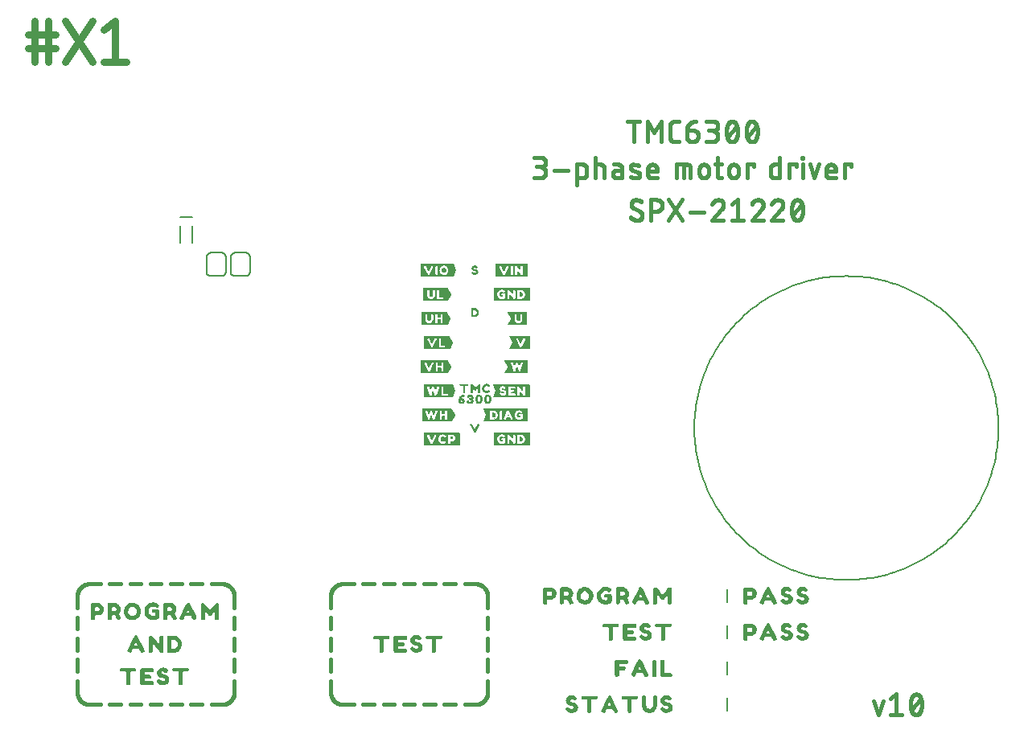
<source format=gto>
G04 EAGLE Gerber RS-274X export*
G75*
%MOMM*%
%FSLAX34Y34*%
%LPD*%
%INSilkscreen Top*%
%IPPOS*%
%AMOC8*
5,1,8,0,0,1.08239X$1,22.5*%
G01*
%ADD10C,0.381000*%
%ADD11C,0.762000*%
%ADD12C,0.203200*%
%ADD13C,0.406400*%

G36*
X663725Y386854D02*
X663725Y386854D01*
X663728Y386851D01*
X664328Y386951D01*
X664369Y386995D01*
X664366Y386998D01*
X664369Y387000D01*
X664369Y399900D01*
X664366Y399905D01*
X664369Y399908D01*
X664269Y400508D01*
X664225Y400549D01*
X664223Y400546D01*
X664220Y400549D01*
X617820Y400549D01*
X617773Y400513D01*
X617773Y400512D01*
X617772Y400512D01*
X617672Y400112D01*
X617682Y400090D01*
X617676Y400078D01*
X620673Y394085D01*
X620769Y393508D01*
X617776Y387422D01*
X617776Y387419D01*
X617774Y387418D01*
X617574Y386918D01*
X617575Y386915D01*
X617573Y386913D01*
X617577Y386907D01*
X617590Y386861D01*
X617608Y386866D01*
X617620Y386851D01*
X663720Y386851D01*
X663725Y386854D01*
G37*
G36*
X592758Y361464D02*
X592758Y361464D01*
X592770Y361461D01*
X593170Y361761D01*
X593174Y361777D01*
X593181Y361782D01*
X593177Y361788D01*
X593179Y361792D01*
X593189Y361800D01*
X593189Y374700D01*
X593176Y374718D01*
X593179Y374730D01*
X592879Y375130D01*
X592848Y375139D01*
X592840Y375149D01*
X555040Y375149D01*
X554993Y375113D01*
X554995Y375110D01*
X554991Y375108D01*
X554891Y374508D01*
X554894Y374503D01*
X554891Y374500D01*
X554891Y361600D01*
X554927Y361553D01*
X554930Y361555D01*
X554932Y361551D01*
X555532Y361451D01*
X555537Y361454D01*
X555540Y361451D01*
X592740Y361451D01*
X592758Y361464D01*
G37*
G36*
X666647Y513887D02*
X666647Y513887D01*
X666642Y513894D01*
X666649Y513900D01*
X666649Y527400D01*
X666613Y527447D01*
X666610Y527445D01*
X666608Y527449D01*
X666008Y527549D01*
X666003Y527546D01*
X666000Y527549D01*
X632200Y527549D01*
X632193Y527544D01*
X632184Y527547D01*
X632180Y527534D01*
X632153Y527513D01*
X632158Y527507D01*
X632157Y527506D01*
X632167Y527494D01*
X632166Y527493D01*
X632140Y527529D01*
X632108Y527539D01*
X632100Y527549D01*
X628800Y527549D01*
X628753Y527513D01*
X628756Y527509D01*
X628753Y527506D01*
X628755Y527503D01*
X628751Y527500D01*
X628751Y514000D01*
X628787Y513953D01*
X628790Y513955D01*
X628792Y513951D01*
X629392Y513851D01*
X629397Y513854D01*
X629400Y513851D01*
X666600Y513851D01*
X666647Y513887D01*
G37*
G36*
X666647Y361487D02*
X666647Y361487D01*
X666642Y361494D01*
X666649Y361500D01*
X666649Y375000D01*
X666613Y375047D01*
X666610Y375045D01*
X666608Y375049D01*
X666008Y375149D01*
X666003Y375146D01*
X666000Y375149D01*
X632200Y375149D01*
X632193Y375144D01*
X632184Y375147D01*
X632180Y375134D01*
X632153Y375113D01*
X632158Y375107D01*
X632157Y375106D01*
X632167Y375094D01*
X632166Y375093D01*
X632140Y375129D01*
X632108Y375139D01*
X632100Y375149D01*
X628800Y375149D01*
X628753Y375113D01*
X628756Y375109D01*
X628753Y375106D01*
X628755Y375103D01*
X628751Y375100D01*
X628751Y361600D01*
X628787Y361553D01*
X628790Y361555D01*
X628792Y361551D01*
X629392Y361451D01*
X629397Y361454D01*
X629400Y361451D01*
X666600Y361451D01*
X666647Y361487D01*
G37*
G36*
X666496Y412270D02*
X666496Y412270D01*
X666509Y412270D01*
X666809Y412670D01*
X666809Y412678D01*
X666813Y412681D01*
X666809Y412685D01*
X666809Y412692D01*
X666819Y412700D01*
X666819Y425500D01*
X666803Y425521D01*
X666805Y425535D01*
X666405Y425935D01*
X666380Y425938D01*
X666377Y425942D01*
X666375Y425942D01*
X666370Y425949D01*
X628170Y425949D01*
X628142Y425928D01*
X628129Y425927D01*
X627929Y425627D01*
X627930Y425615D01*
X627924Y425611D01*
X627931Y425602D01*
X627931Y425589D01*
X627926Y425578D01*
X630923Y419585D01*
X631019Y419008D01*
X628026Y412922D01*
X628027Y412917D01*
X628023Y412916D01*
X627823Y412316D01*
X627824Y412314D01*
X627823Y412313D01*
X627825Y412310D01*
X627842Y412259D01*
X627859Y412265D01*
X627870Y412251D01*
X666470Y412251D01*
X666496Y412270D01*
G37*
G36*
X586194Y539276D02*
X586194Y539276D01*
X586204Y539278D01*
X589504Y545978D01*
X589503Y545982D01*
X589506Y545985D01*
X589502Y545991D01*
X589499Y546004D01*
X589507Y546016D01*
X589307Y546616D01*
X589303Y546618D01*
X589304Y546622D01*
X586304Y552722D01*
X586280Y552734D01*
X586276Y552747D01*
X585676Y552947D01*
X585665Y552943D01*
X585660Y552949D01*
X552060Y552949D01*
X552030Y552927D01*
X552018Y552925D01*
X551718Y552425D01*
X551719Y552418D01*
X551713Y552414D01*
X551719Y552406D01*
X551711Y552400D01*
X551711Y539500D01*
X551740Y539462D01*
X551742Y539454D01*
X552242Y539254D01*
X552255Y539258D01*
X552260Y539251D01*
X586160Y539251D01*
X586194Y539276D01*
G37*
G36*
X664347Y539287D02*
X664347Y539287D01*
X664342Y539294D01*
X664349Y539300D01*
X664349Y552900D01*
X664313Y552947D01*
X664306Y552942D01*
X664300Y552949D01*
X631100Y552949D01*
X631053Y552913D01*
X631056Y552909D01*
X631053Y552906D01*
X631055Y552903D01*
X631051Y552900D01*
X631051Y539300D01*
X631087Y539253D01*
X631094Y539258D01*
X631100Y539251D01*
X664300Y539251D01*
X664347Y539287D01*
G37*
G36*
X584585Y386870D02*
X584585Y386870D01*
X584598Y386869D01*
X584998Y387369D01*
X584999Y387377D01*
X585004Y387378D01*
X588004Y393478D01*
X588003Y393483D01*
X588007Y393486D01*
X588001Y393494D01*
X588000Y393499D01*
X588009Y393508D01*
X587909Y394108D01*
X587901Y394115D01*
X587904Y394122D01*
X584904Y400222D01*
X584887Y400231D01*
X584885Y400242D01*
X584385Y400542D01*
X584373Y400541D01*
X584372Y400542D01*
X584365Y400542D01*
X584360Y400549D01*
X556660Y400549D01*
X556653Y400544D01*
X556645Y400547D01*
X556641Y400535D01*
X556613Y400513D01*
X556618Y400507D01*
X556617Y400506D01*
X556626Y400494D01*
X556625Y400490D01*
X556601Y400527D01*
X556568Y400539D01*
X556560Y400549D01*
X553660Y400549D01*
X553651Y400542D01*
X553646Y400542D01*
X553644Y400541D01*
X553638Y400544D01*
X553238Y400344D01*
X553226Y400319D01*
X553213Y400309D01*
X553216Y400304D01*
X553211Y400300D01*
X553211Y387400D01*
X553219Y387389D01*
X553214Y387382D01*
X553414Y386882D01*
X553455Y386857D01*
X553460Y386851D01*
X584560Y386851D01*
X584585Y386870D01*
G37*
G36*
X585364Y412276D02*
X585364Y412276D01*
X585374Y412278D01*
X588674Y418978D01*
X588673Y418982D01*
X588676Y418985D01*
X588672Y418991D01*
X588669Y419004D01*
X588677Y419016D01*
X588477Y419616D01*
X588473Y419618D01*
X588474Y419622D01*
X585474Y425722D01*
X585452Y425733D01*
X585448Y425746D01*
X584948Y425946D01*
X584936Y425942D01*
X584935Y425942D01*
X584930Y425949D01*
X555330Y425949D01*
X555292Y425920D01*
X555284Y425918D01*
X555084Y425418D01*
X555085Y425416D01*
X555083Y425414D01*
X555087Y425408D01*
X555088Y425405D01*
X555081Y425400D01*
X555081Y412500D01*
X555110Y412462D01*
X555112Y412454D01*
X555612Y412254D01*
X555625Y412258D01*
X555630Y412251D01*
X585330Y412251D01*
X585364Y412276D01*
G37*
G36*
X580541Y437667D02*
X580541Y437667D01*
X580555Y437665D01*
X580955Y438065D01*
X580956Y438076D01*
X580964Y438078D01*
X584064Y444178D01*
X584063Y444184D01*
X584067Y444188D01*
X584062Y444195D01*
X584069Y444200D01*
X584069Y444800D01*
X584059Y444813D01*
X584064Y444822D01*
X580964Y450922D01*
X580954Y450927D01*
X580955Y450935D01*
X580555Y451335D01*
X580530Y451338D01*
X580527Y451342D01*
X580525Y451342D01*
X580520Y451349D01*
X555520Y451349D01*
X555515Y451346D01*
X555510Y451348D01*
X555505Y451338D01*
X555473Y451313D01*
X555477Y451307D01*
X555476Y451306D01*
X555485Y451295D01*
X555482Y451290D01*
X555463Y451324D01*
X555427Y451340D01*
X555420Y451349D01*
X552120Y451349D01*
X552073Y451313D01*
X552076Y451309D01*
X552073Y451306D01*
X552075Y451303D01*
X552071Y451300D01*
X552071Y437700D01*
X552107Y437653D01*
X552114Y437658D01*
X552120Y437651D01*
X580520Y437651D01*
X580541Y437667D01*
G37*
G36*
X582593Y463076D02*
X582593Y463076D01*
X582604Y463078D01*
X582904Y463678D01*
X586004Y469677D01*
X586003Y469683D01*
X586007Y469686D01*
X586001Y469695D01*
X586000Y469699D01*
X586009Y469708D01*
X585909Y470308D01*
X585901Y470316D01*
X585904Y470322D01*
X582804Y476422D01*
X582790Y476429D01*
X582790Y476439D01*
X582390Y476739D01*
X582372Y476739D01*
X582369Y476742D01*
X582365Y476742D01*
X582360Y476749D01*
X555660Y476749D01*
X555651Y476742D01*
X555642Y476736D01*
X555630Y476739D01*
X555230Y476439D01*
X555225Y476420D01*
X555213Y476411D01*
X555217Y476405D01*
X555211Y476400D01*
X555211Y463600D01*
X555222Y463585D01*
X555218Y463575D01*
X555518Y463075D01*
X555552Y463061D01*
X555560Y463051D01*
X582560Y463051D01*
X582593Y463076D01*
G37*
G36*
X579945Y488470D02*
X579945Y488470D01*
X579958Y488469D01*
X580358Y488969D01*
X580359Y488977D01*
X580364Y488978D01*
X583364Y494978D01*
X583363Y494984D01*
X583367Y494988D01*
X583362Y494995D01*
X583369Y495000D01*
X583369Y495600D01*
X583359Y495613D01*
X583364Y495622D01*
X580264Y501722D01*
X580254Y501727D01*
X580255Y501735D01*
X579855Y502135D01*
X579830Y502138D01*
X579827Y502142D01*
X579825Y502142D01*
X579820Y502149D01*
X556220Y502149D01*
X556214Y502145D01*
X556208Y502148D01*
X556203Y502136D01*
X556173Y502113D01*
X556177Y502107D01*
X556177Y502106D01*
X556185Y502095D01*
X556184Y502091D01*
X556162Y502126D01*
X556128Y502139D01*
X556120Y502149D01*
X553320Y502149D01*
X553314Y502145D01*
X553310Y502148D01*
X552810Y502048D01*
X552778Y502012D01*
X552773Y502008D01*
X552773Y502007D01*
X552771Y502004D01*
X552773Y502002D01*
X552771Y502000D01*
X552771Y488500D01*
X552807Y488453D01*
X552814Y488458D01*
X552820Y488451D01*
X579920Y488451D01*
X579945Y488470D01*
G37*
G36*
X580515Y513870D02*
X580515Y513870D01*
X580528Y513869D01*
X580928Y514369D01*
X580929Y514377D01*
X580934Y514377D01*
X584034Y520377D01*
X584033Y520384D01*
X584037Y520388D01*
X584030Y520397D01*
X584030Y520399D01*
X584039Y520408D01*
X583939Y521008D01*
X583931Y521015D01*
X583934Y521022D01*
X580934Y527122D01*
X580924Y527127D01*
X580925Y527135D01*
X580525Y527535D01*
X580500Y527538D01*
X580497Y527542D01*
X580495Y527542D01*
X580490Y527549D01*
X555290Y527549D01*
X555285Y527546D01*
X555282Y527549D01*
X554682Y527449D01*
X554645Y527410D01*
X554643Y527408D01*
X554643Y527407D01*
X554641Y527405D01*
X554644Y527403D01*
X554641Y527400D01*
X554641Y514500D01*
X554644Y514495D01*
X554641Y514492D01*
X554741Y513892D01*
X554785Y513851D01*
X554788Y513854D01*
X554790Y513851D01*
X580490Y513851D01*
X580515Y513870D01*
G37*
G36*
X664476Y437670D02*
X664476Y437670D01*
X664489Y437670D01*
X664789Y438070D01*
X664789Y438078D01*
X664793Y438081D01*
X664789Y438085D01*
X664789Y438092D01*
X664799Y438100D01*
X664799Y451000D01*
X664780Y451026D01*
X664780Y451039D01*
X664380Y451339D01*
X664362Y451339D01*
X664359Y451342D01*
X664355Y451342D01*
X664350Y451349D01*
X640250Y451349D01*
X640203Y451313D01*
X640203Y451312D01*
X640202Y451312D01*
X640102Y450912D01*
X640112Y450890D01*
X640106Y450878D01*
X643102Y444885D01*
X643199Y444209D01*
X640106Y438223D01*
X640108Y438210D01*
X640103Y438206D01*
X640105Y438203D01*
X640101Y438200D01*
X640101Y437700D01*
X640137Y437653D01*
X640144Y437658D01*
X640150Y437651D01*
X664450Y437651D01*
X664476Y437670D01*
G37*
G36*
X666778Y463064D02*
X666778Y463064D01*
X666790Y463061D01*
X667190Y463361D01*
X667194Y463377D01*
X667201Y463382D01*
X667197Y463388D01*
X667199Y463392D01*
X667209Y463400D01*
X667209Y476300D01*
X667196Y476318D01*
X667199Y476330D01*
X666899Y476730D01*
X666868Y476739D01*
X666860Y476749D01*
X645660Y476749D01*
X645651Y476742D01*
X645646Y476742D01*
X645644Y476741D01*
X645638Y476744D01*
X645238Y476544D01*
X645225Y476517D01*
X645215Y476509D01*
X645218Y476504D01*
X645212Y476491D01*
X645220Y476487D01*
X645216Y476478D01*
X648216Y470378D01*
X648505Y469800D01*
X645216Y463222D01*
X645227Y463164D01*
X645243Y463167D01*
X645250Y463152D01*
X645750Y463052D01*
X645757Y463055D01*
X645760Y463051D01*
X666760Y463051D01*
X666778Y463064D01*
G37*
G36*
X663431Y488459D02*
X663431Y488459D01*
X663438Y488454D01*
X663938Y488654D01*
X663953Y488678D01*
X663960Y488684D01*
X663958Y488686D01*
X663963Y488695D01*
X663969Y488700D01*
X663969Y501600D01*
X663961Y501611D01*
X663966Y501618D01*
X663766Y502118D01*
X663725Y502143D01*
X663720Y502149D01*
X643420Y502149D01*
X643419Y502148D01*
X643418Y502149D01*
X643415Y502146D01*
X643373Y502113D01*
X643377Y502108D01*
X643375Y502106D01*
X643382Y502097D01*
X643373Y502084D01*
X643573Y501484D01*
X643577Y501482D01*
X643576Y501478D01*
X646569Y495393D01*
X646473Y494816D01*
X643376Y488823D01*
X643378Y488810D01*
X643377Y488809D01*
X643379Y488806D01*
X643386Y488768D01*
X643385Y488765D01*
X643685Y488465D01*
X643712Y488462D01*
X643720Y488451D01*
X663420Y488451D01*
X663431Y488459D01*
G37*
G36*
X248953Y177745D02*
X248953Y177745D01*
X248958Y177741D01*
X250258Y177941D01*
X250260Y177944D01*
X250262Y177942D01*
X251462Y178242D01*
X251466Y178247D01*
X251470Y178245D01*
X252570Y178745D01*
X252574Y178751D01*
X252578Y178750D01*
X253578Y179450D01*
X253579Y179452D01*
X253581Y179452D01*
X254581Y180252D01*
X254582Y180257D01*
X254587Y180257D01*
X255487Y181257D01*
X255487Y181264D01*
X255492Y181265D01*
X256092Y182265D01*
X256092Y182268D01*
X256094Y182268D01*
X256694Y183468D01*
X256693Y183472D01*
X256696Y183473D01*
X257096Y184573D01*
X257094Y184580D01*
X257099Y184583D01*
X257299Y185883D01*
X257297Y185885D01*
X257299Y185886D01*
X257399Y187186D01*
X257396Y187191D01*
X257399Y187194D01*
X257299Y188494D01*
X257295Y188498D01*
X257298Y188501D01*
X256998Y189801D01*
X256992Y189806D01*
X256995Y189810D01*
X256495Y190910D01*
X256492Y190912D01*
X256493Y190914D01*
X255893Y192014D01*
X255889Y192015D01*
X255890Y192018D01*
X255190Y193018D01*
X255182Y193021D01*
X255183Y193027D01*
X254183Y193927D01*
X254181Y193927D01*
X254181Y193928D01*
X253181Y194728D01*
X253174Y194729D01*
X253174Y194733D01*
X252074Y195333D01*
X252067Y195332D01*
X252066Y195337D01*
X250866Y195737D01*
X250863Y195736D01*
X250862Y195738D01*
X249662Y196038D01*
X249656Y196035D01*
X249654Y196039D01*
X248454Y196139D01*
X248451Y196137D01*
X248450Y196139D01*
X247550Y196139D01*
X247545Y196136D01*
X247542Y196139D01*
X246342Y195939D01*
X246338Y195934D01*
X246334Y195937D01*
X245134Y195537D01*
X245131Y195531D01*
X245126Y195533D01*
X244026Y194933D01*
X244025Y194931D01*
X244024Y194932D01*
X242924Y194232D01*
X242922Y194226D01*
X242917Y194227D01*
X242017Y193427D01*
X242016Y193421D01*
X242012Y193421D01*
X241212Y192421D01*
X241211Y192414D01*
X241207Y192414D01*
X240607Y191314D01*
X240607Y191310D01*
X240605Y191309D01*
X240105Y190109D01*
X240106Y190104D01*
X240102Y190102D01*
X239802Y188902D01*
X239804Y188899D01*
X239801Y188898D01*
X239601Y187598D01*
X239604Y187592D01*
X239601Y187590D01*
X239601Y186290D01*
X239604Y186285D01*
X239601Y186283D01*
X239801Y184983D01*
X239804Y184980D01*
X239802Y184978D01*
X240102Y183778D01*
X240107Y183774D01*
X240105Y183770D01*
X240605Y182670D01*
X240608Y182668D01*
X240607Y182666D01*
X241207Y181566D01*
X241213Y181564D01*
X241212Y181559D01*
X242012Y180559D01*
X242017Y180558D01*
X242017Y180553D01*
X243017Y179653D01*
X243022Y179653D01*
X243022Y179650D01*
X244022Y178950D01*
X244026Y178950D01*
X244026Y178947D01*
X245126Y178347D01*
X245136Y178348D01*
X245138Y178342D01*
X246338Y178042D01*
X246341Y178044D01*
X246343Y178041D01*
X247643Y177841D01*
X247645Y177843D01*
X247646Y177841D01*
X248946Y177741D01*
X248953Y177745D01*
G37*
G36*
X725203Y194255D02*
X725203Y194255D01*
X725208Y194251D01*
X726508Y194451D01*
X726510Y194454D01*
X726512Y194452D01*
X727712Y194752D01*
X727716Y194757D01*
X727720Y194755D01*
X728820Y195255D01*
X728824Y195261D01*
X728828Y195260D01*
X729828Y195960D01*
X729829Y195962D01*
X729831Y195962D01*
X730831Y196762D01*
X730832Y196767D01*
X730837Y196767D01*
X731737Y197767D01*
X731737Y197774D01*
X731742Y197775D01*
X732342Y198775D01*
X732342Y198778D01*
X732344Y198778D01*
X732944Y199978D01*
X732943Y199982D01*
X732946Y199983D01*
X733346Y201083D01*
X733344Y201090D01*
X733349Y201093D01*
X733549Y202393D01*
X733547Y202395D01*
X733549Y202396D01*
X733649Y203696D01*
X733646Y203701D01*
X733649Y203704D01*
X733549Y205004D01*
X733545Y205008D01*
X733548Y205011D01*
X733248Y206311D01*
X733242Y206316D01*
X733245Y206320D01*
X732745Y207420D01*
X732742Y207422D01*
X732743Y207424D01*
X732143Y208524D01*
X732139Y208525D01*
X732140Y208528D01*
X731440Y209528D01*
X731432Y209531D01*
X731433Y209537D01*
X730433Y210437D01*
X730431Y210437D01*
X730431Y210438D01*
X729431Y211238D01*
X729424Y211239D01*
X729424Y211243D01*
X728324Y211843D01*
X728317Y211842D01*
X728316Y211847D01*
X727116Y212247D01*
X727113Y212246D01*
X727112Y212248D01*
X725912Y212548D01*
X725906Y212545D01*
X725904Y212549D01*
X724704Y212649D01*
X724701Y212647D01*
X724700Y212649D01*
X723800Y212649D01*
X723795Y212646D01*
X723792Y212649D01*
X722592Y212449D01*
X722588Y212444D01*
X722584Y212447D01*
X721384Y212047D01*
X721381Y212041D01*
X721376Y212043D01*
X720276Y211443D01*
X720275Y211441D01*
X720274Y211442D01*
X719174Y210742D01*
X719172Y210736D01*
X719167Y210737D01*
X718267Y209937D01*
X718266Y209931D01*
X718262Y209931D01*
X717462Y208931D01*
X717461Y208924D01*
X717457Y208924D01*
X716857Y207824D01*
X716857Y207820D01*
X716855Y207819D01*
X716355Y206619D01*
X716356Y206614D01*
X716352Y206612D01*
X716052Y205412D01*
X716054Y205409D01*
X716051Y205408D01*
X715851Y204108D01*
X715854Y204102D01*
X715851Y204100D01*
X715851Y202800D01*
X715854Y202795D01*
X715851Y202793D01*
X716051Y201493D01*
X716054Y201490D01*
X716052Y201488D01*
X716352Y200288D01*
X716357Y200284D01*
X716355Y200280D01*
X716855Y199180D01*
X716858Y199178D01*
X716857Y199176D01*
X717457Y198076D01*
X717463Y198074D01*
X717462Y198069D01*
X718262Y197069D01*
X718267Y197068D01*
X718267Y197063D01*
X719267Y196163D01*
X719272Y196163D01*
X719272Y196160D01*
X720272Y195460D01*
X720276Y195460D01*
X720276Y195457D01*
X721376Y194857D01*
X721386Y194858D01*
X721388Y194852D01*
X722588Y194552D01*
X722591Y194554D01*
X722593Y194551D01*
X723893Y194351D01*
X723895Y194353D01*
X723896Y194351D01*
X725196Y194251D01*
X725203Y194255D01*
G37*
G36*
X292355Y143454D02*
X292355Y143454D01*
X292358Y143451D01*
X293658Y143651D01*
X293663Y143657D01*
X293667Y143654D01*
X294767Y144054D01*
X294797Y144100D01*
X294804Y144082D01*
X294855Y144051D01*
X294861Y144060D01*
X294870Y144055D01*
X295970Y144555D01*
X295974Y144561D01*
X295978Y144560D01*
X296978Y145260D01*
X296980Y145264D01*
X296983Y145263D01*
X297983Y146163D01*
X297984Y146169D01*
X297988Y146169D01*
X298788Y147169D01*
X298789Y147173D01*
X298792Y147174D01*
X299492Y148274D01*
X299491Y148279D01*
X299495Y148280D01*
X299995Y149380D01*
X299993Y149386D01*
X299998Y149388D01*
X300298Y150588D01*
X300296Y150591D01*
X300299Y150593D01*
X300499Y151893D01*
X300496Y151898D01*
X300499Y151900D01*
X300499Y153200D01*
X300496Y153205D01*
X300499Y153208D01*
X300299Y154508D01*
X300296Y154510D01*
X300298Y154512D01*
X299998Y155712D01*
X299993Y155716D01*
X299995Y155720D01*
X299495Y156820D01*
X299489Y156824D01*
X299490Y156828D01*
X298790Y157828D01*
X298786Y157830D01*
X298787Y157833D01*
X297887Y158833D01*
X297883Y158834D01*
X297883Y158837D01*
X296883Y159737D01*
X296878Y159737D01*
X296878Y159740D01*
X295878Y160440D01*
X295870Y160440D01*
X295869Y160445D01*
X294669Y160945D01*
X294664Y160944D01*
X294662Y160948D01*
X293462Y161248D01*
X293459Y161247D01*
X293458Y161249D01*
X292258Y161449D01*
X292253Y161446D01*
X292250Y161449D01*
X287150Y161449D01*
X287147Y161447D01*
X287145Y161449D01*
X286145Y161349D01*
X286137Y161341D01*
X286130Y161345D01*
X285230Y160945D01*
X285215Y160918D01*
X285203Y160913D01*
X284903Y159813D01*
X284906Y159804D01*
X284901Y159800D01*
X284901Y145700D01*
X284904Y145695D01*
X284901Y145693D01*
X285101Y144393D01*
X285117Y144377D01*
X285115Y144365D01*
X285815Y143665D01*
X285837Y143662D01*
X285843Y143651D01*
X287243Y143451D01*
X287248Y143454D01*
X287250Y143451D01*
X292350Y143451D01*
X292355Y143454D01*
G37*
G36*
X814704Y194351D02*
X814704Y194351D01*
X814715Y194361D01*
X814724Y194357D01*
X815624Y194857D01*
X815634Y194881D01*
X815647Y194886D01*
X816047Y196186D01*
X816043Y196196D01*
X816049Y196200D01*
X816049Y210300D01*
X816044Y210307D01*
X816048Y210312D01*
X815748Y211512D01*
X815730Y211527D01*
X815730Y211539D01*
X814930Y212139D01*
X814910Y212139D01*
X814903Y212149D01*
X813303Y212249D01*
X813291Y212241D01*
X813283Y212246D01*
X812183Y211846D01*
X812173Y211830D01*
X812161Y211830D01*
X811162Y210531D01*
X809762Y208831D01*
X809762Y208830D01*
X809761Y208830D01*
X806968Y205139D01*
X806015Y204663D01*
X801540Y210729D01*
X801538Y210730D01*
X801538Y210731D01*
X800738Y211731D01*
X800722Y211735D01*
X800719Y211745D01*
X799519Y212245D01*
X799503Y212241D01*
X799497Y212249D01*
X797997Y212149D01*
X797985Y212139D01*
X797976Y212143D01*
X797076Y211643D01*
X797065Y211618D01*
X797053Y211613D01*
X796753Y210513D01*
X796756Y210504D01*
X796751Y210500D01*
X796751Y196500D01*
X796753Y196498D01*
X796751Y196496D01*
X796851Y195196D01*
X796869Y195176D01*
X796868Y195163D01*
X797668Y194463D01*
X797688Y194462D01*
X797694Y194451D01*
X799194Y194251D01*
X799207Y194259D01*
X799214Y194253D01*
X800514Y194653D01*
X800530Y194674D01*
X800543Y194676D01*
X801043Y195576D01*
X801041Y195593D01*
X801049Y195600D01*
X801049Y204408D01*
X801266Y204264D01*
X802161Y203070D01*
X804560Y199771D01*
X804569Y199768D01*
X804569Y199762D01*
X805569Y198962D01*
X805590Y198961D01*
X805596Y198951D01*
X806896Y198851D01*
X806915Y198863D01*
X806926Y198858D01*
X808026Y199558D01*
X808031Y199570D01*
X808039Y199570D01*
X808639Y200370D01*
X808639Y200372D01*
X808640Y200372D01*
X810340Y202771D01*
X811651Y204550D01*
X811651Y195700D01*
X811660Y195687D01*
X811656Y195678D01*
X812156Y194678D01*
X812179Y194666D01*
X812183Y194654D01*
X813283Y194254D01*
X813297Y194258D01*
X813304Y194251D01*
X814704Y194351D01*
G37*
G36*
X338454Y177841D02*
X338454Y177841D01*
X338465Y177851D01*
X338474Y177847D01*
X339374Y178347D01*
X339384Y178371D01*
X339397Y178376D01*
X339797Y179676D01*
X339793Y179686D01*
X339799Y179690D01*
X339799Y193790D01*
X339794Y193797D01*
X339798Y193802D01*
X339498Y195002D01*
X339480Y195017D01*
X339480Y195029D01*
X338680Y195629D01*
X338660Y195629D01*
X338653Y195639D01*
X337053Y195739D01*
X337041Y195731D01*
X337033Y195736D01*
X335933Y195336D01*
X335923Y195320D01*
X335911Y195320D01*
X334912Y194021D01*
X333512Y192321D01*
X333512Y192320D01*
X333511Y192320D01*
X330718Y188629D01*
X329765Y188153D01*
X325290Y194219D01*
X325288Y194220D01*
X325288Y194221D01*
X324488Y195221D01*
X324472Y195225D01*
X324469Y195235D01*
X323269Y195735D01*
X323253Y195731D01*
X323247Y195739D01*
X321747Y195639D01*
X321735Y195629D01*
X321726Y195633D01*
X320826Y195133D01*
X320815Y195108D01*
X320803Y195103D01*
X320503Y194003D01*
X320506Y193994D01*
X320501Y193990D01*
X320501Y179990D01*
X320503Y179988D01*
X320501Y179986D01*
X320601Y178686D01*
X320619Y178666D01*
X320618Y178653D01*
X321418Y177953D01*
X321438Y177952D01*
X321444Y177941D01*
X322944Y177741D01*
X322957Y177749D01*
X322964Y177743D01*
X324264Y178143D01*
X324280Y178164D01*
X324293Y178166D01*
X324793Y179066D01*
X324791Y179083D01*
X324799Y179090D01*
X324799Y187898D01*
X325016Y187754D01*
X325911Y186560D01*
X328310Y183261D01*
X328319Y183258D01*
X328319Y183252D01*
X329319Y182452D01*
X329340Y182451D01*
X329346Y182441D01*
X330646Y182341D01*
X330665Y182353D01*
X330676Y182348D01*
X331776Y183048D01*
X331781Y183060D01*
X331789Y183060D01*
X332389Y183860D01*
X332389Y183862D01*
X332390Y183862D01*
X334090Y186261D01*
X335401Y188040D01*
X335401Y179190D01*
X335410Y179177D01*
X335406Y179168D01*
X335906Y178168D01*
X335929Y178156D01*
X335933Y178144D01*
X337033Y177744D01*
X337047Y177748D01*
X337054Y177741D01*
X338454Y177841D01*
G37*
G36*
X769512Y194552D02*
X769512Y194552D01*
X769518Y194559D01*
X769523Y194557D01*
X770823Y195257D01*
X770831Y195274D01*
X770843Y195276D01*
X771343Y196176D01*
X771339Y196203D01*
X771347Y196214D01*
X770947Y197514D01*
X770944Y197517D01*
X770945Y197519D01*
X770645Y198219D01*
X770644Y198220D01*
X770645Y198221D01*
X770046Y199519D01*
X769647Y200614D01*
X769453Y201488D01*
X770238Y202469D01*
X770239Y202476D01*
X770243Y202476D01*
X770843Y203576D01*
X770842Y203586D01*
X770848Y203588D01*
X771148Y204788D01*
X771144Y204796D01*
X771149Y204800D01*
X771149Y206200D01*
X771147Y206203D01*
X771149Y206204D01*
X771049Y207404D01*
X771042Y207412D01*
X771045Y207419D01*
X770545Y208619D01*
X770540Y208622D01*
X770542Y208626D01*
X769842Y209726D01*
X769836Y209729D01*
X769837Y209733D01*
X769037Y210633D01*
X769029Y210634D01*
X769029Y210640D01*
X767929Y211440D01*
X767923Y211440D01*
X767922Y211444D01*
X766722Y212044D01*
X766714Y212043D01*
X766712Y212048D01*
X765512Y212348D01*
X765504Y212344D01*
X765500Y212349D01*
X759100Y212349D01*
X759093Y212344D01*
X759089Y212348D01*
X757789Y212048D01*
X757770Y212026D01*
X757757Y212024D01*
X757257Y211124D01*
X757259Y211112D01*
X757253Y211108D01*
X757256Y211104D01*
X757251Y211100D01*
X757251Y197000D01*
X757253Y196998D01*
X757251Y196996D01*
X757351Y195696D01*
X757359Y195687D01*
X757355Y195680D01*
X757755Y194780D01*
X757781Y194766D01*
X757786Y194753D01*
X759086Y194353D01*
X759099Y194358D01*
X759106Y194351D01*
X760706Y194551D01*
X760722Y194567D01*
X760735Y194565D01*
X761435Y195265D01*
X761438Y195286D01*
X761449Y195292D01*
X761649Y196492D01*
X761646Y196497D01*
X761649Y196500D01*
X761649Y199063D01*
X762607Y199351D01*
X765073Y199351D01*
X765956Y197977D01*
X767255Y194980D01*
X767271Y194971D01*
X767272Y194960D01*
X768272Y194260D01*
X768301Y194261D01*
X768312Y194252D01*
X769512Y194552D01*
G37*
G36*
X710712Y194552D02*
X710712Y194552D01*
X710718Y194559D01*
X710723Y194557D01*
X712023Y195257D01*
X712031Y195274D01*
X712043Y195276D01*
X712543Y196176D01*
X712539Y196203D01*
X712547Y196214D01*
X712147Y197514D01*
X712144Y197517D01*
X712145Y197519D01*
X711845Y198219D01*
X711844Y198220D01*
X711845Y198221D01*
X711246Y199519D01*
X710847Y200614D01*
X710653Y201488D01*
X711438Y202469D01*
X711439Y202476D01*
X711443Y202476D01*
X712043Y203576D01*
X712042Y203586D01*
X712048Y203588D01*
X712348Y204788D01*
X712344Y204796D01*
X712349Y204800D01*
X712349Y206200D01*
X712347Y206203D01*
X712349Y206204D01*
X712249Y207404D01*
X712242Y207412D01*
X712245Y207419D01*
X711745Y208619D01*
X711740Y208622D01*
X711742Y208626D01*
X711042Y209726D01*
X711036Y209729D01*
X711037Y209733D01*
X710237Y210633D01*
X710229Y210634D01*
X710229Y210640D01*
X709129Y211440D01*
X709123Y211440D01*
X709122Y211444D01*
X707922Y212044D01*
X707914Y212043D01*
X707912Y212048D01*
X706712Y212348D01*
X706704Y212344D01*
X706700Y212349D01*
X700300Y212349D01*
X700293Y212344D01*
X700289Y212348D01*
X698989Y212048D01*
X698970Y212026D01*
X698957Y212024D01*
X698457Y211124D01*
X698459Y211112D01*
X698453Y211108D01*
X698456Y211104D01*
X698451Y211100D01*
X698451Y197000D01*
X698453Y196998D01*
X698451Y196996D01*
X698551Y195696D01*
X698559Y195687D01*
X698555Y195680D01*
X698955Y194780D01*
X698981Y194766D01*
X698986Y194753D01*
X700286Y194353D01*
X700299Y194358D01*
X700306Y194351D01*
X701906Y194551D01*
X701922Y194567D01*
X701935Y194565D01*
X702635Y195265D01*
X702638Y195286D01*
X702649Y195292D01*
X702849Y196492D01*
X702846Y196497D01*
X702849Y196500D01*
X702849Y199063D01*
X703807Y199351D01*
X706273Y199351D01*
X707156Y197977D01*
X708455Y194980D01*
X708471Y194971D01*
X708472Y194960D01*
X709472Y194260D01*
X709501Y194261D01*
X709512Y194252D01*
X710712Y194552D01*
G37*
G36*
X234462Y178042D02*
X234462Y178042D01*
X234468Y178049D01*
X234473Y178047D01*
X235773Y178747D01*
X235781Y178764D01*
X235793Y178766D01*
X236293Y179666D01*
X236289Y179693D01*
X236297Y179704D01*
X235897Y181004D01*
X235894Y181007D01*
X235895Y181009D01*
X235595Y181709D01*
X235594Y181710D01*
X235595Y181711D01*
X234996Y183009D01*
X234597Y184104D01*
X234403Y184978D01*
X235188Y185959D01*
X235189Y185966D01*
X235193Y185966D01*
X235793Y187066D01*
X235792Y187076D01*
X235798Y187078D01*
X236098Y188278D01*
X236094Y188286D01*
X236099Y188290D01*
X236099Y189690D01*
X236097Y189693D01*
X236099Y189694D01*
X235999Y190894D01*
X235992Y190902D01*
X235995Y190909D01*
X235495Y192109D01*
X235490Y192112D01*
X235492Y192116D01*
X234792Y193216D01*
X234786Y193219D01*
X234787Y193223D01*
X233987Y194123D01*
X233979Y194124D01*
X233979Y194130D01*
X232879Y194930D01*
X232873Y194930D01*
X232872Y194934D01*
X231672Y195534D01*
X231664Y195533D01*
X231662Y195538D01*
X230462Y195838D01*
X230454Y195834D01*
X230450Y195839D01*
X224050Y195839D01*
X224043Y195834D01*
X224039Y195838D01*
X222739Y195538D01*
X222720Y195516D01*
X222707Y195514D01*
X222207Y194614D01*
X222209Y194602D01*
X222203Y194598D01*
X222206Y194594D01*
X222201Y194590D01*
X222201Y180490D01*
X222203Y180488D01*
X222201Y180486D01*
X222301Y179186D01*
X222309Y179177D01*
X222305Y179170D01*
X222705Y178270D01*
X222731Y178256D01*
X222736Y178243D01*
X224036Y177843D01*
X224049Y177848D01*
X224056Y177841D01*
X225656Y178041D01*
X225672Y178057D01*
X225685Y178055D01*
X226385Y178755D01*
X226388Y178776D01*
X226399Y178782D01*
X226599Y179982D01*
X226596Y179987D01*
X226599Y179990D01*
X226599Y182553D01*
X227557Y182841D01*
X230023Y182841D01*
X230906Y181467D01*
X232205Y178470D01*
X232221Y178461D01*
X232222Y178450D01*
X233222Y177750D01*
X233251Y177751D01*
X233262Y177742D01*
X234462Y178042D01*
G37*
G36*
X293262Y178042D02*
X293262Y178042D01*
X293268Y178049D01*
X293273Y178047D01*
X294573Y178747D01*
X294581Y178764D01*
X294593Y178766D01*
X295093Y179666D01*
X295089Y179693D01*
X295097Y179704D01*
X294697Y181004D01*
X294694Y181007D01*
X294695Y181009D01*
X294395Y181709D01*
X294394Y181710D01*
X294395Y181711D01*
X293796Y183009D01*
X293397Y184104D01*
X293203Y184978D01*
X293988Y185959D01*
X293989Y185966D01*
X293993Y185966D01*
X294593Y187066D01*
X294592Y187076D01*
X294598Y187078D01*
X294898Y188278D01*
X294894Y188286D01*
X294899Y188290D01*
X294899Y189690D01*
X294897Y189693D01*
X294899Y189694D01*
X294799Y190894D01*
X294792Y190902D01*
X294795Y190909D01*
X294295Y192109D01*
X294290Y192112D01*
X294292Y192116D01*
X293592Y193216D01*
X293586Y193219D01*
X293587Y193223D01*
X292787Y194123D01*
X292779Y194124D01*
X292779Y194130D01*
X291679Y194930D01*
X291673Y194930D01*
X291672Y194934D01*
X290472Y195534D01*
X290464Y195533D01*
X290462Y195538D01*
X289262Y195838D01*
X289254Y195834D01*
X289250Y195839D01*
X282850Y195839D01*
X282843Y195834D01*
X282839Y195838D01*
X281539Y195538D01*
X281520Y195516D01*
X281507Y195514D01*
X281007Y194614D01*
X281009Y194602D01*
X281003Y194598D01*
X281006Y194594D01*
X281001Y194590D01*
X281001Y180490D01*
X281003Y180488D01*
X281001Y180486D01*
X281101Y179186D01*
X281109Y179177D01*
X281105Y179170D01*
X281505Y178270D01*
X281531Y178256D01*
X281536Y178243D01*
X282836Y177843D01*
X282849Y177848D01*
X282856Y177841D01*
X284456Y178041D01*
X284472Y178057D01*
X284485Y178055D01*
X285185Y178755D01*
X285188Y178776D01*
X285199Y178782D01*
X285399Y179982D01*
X285396Y179987D01*
X285399Y179990D01*
X285399Y182553D01*
X286357Y182841D01*
X288823Y182841D01*
X289706Y181467D01*
X291005Y178470D01*
X291021Y178461D01*
X291022Y178450D01*
X292022Y177750D01*
X292051Y177751D01*
X292062Y177742D01*
X293262Y178042D01*
G37*
G36*
X268259Y143459D02*
X268259Y143459D01*
X268267Y143454D01*
X269367Y143854D01*
X269383Y143878D01*
X269396Y143882D01*
X269796Y144882D01*
X269792Y144895D01*
X269799Y144900D01*
X269799Y153458D01*
X272711Y149770D01*
X276511Y144671D01*
X276514Y144670D01*
X276514Y144667D01*
X277514Y143567D01*
X277539Y143562D01*
X277546Y143551D01*
X278846Y143451D01*
X278853Y143455D01*
X278857Y143451D01*
X280357Y143651D01*
X280374Y143669D01*
X280387Y143668D01*
X281087Y144468D01*
X281089Y144489D01*
X281099Y144496D01*
X281199Y145696D01*
X281197Y145699D01*
X281199Y145700D01*
X281199Y159700D01*
X281193Y159708D01*
X281198Y159713D01*
X280898Y160813D01*
X280876Y160830D01*
X280874Y160843D01*
X279774Y161443D01*
X279757Y161441D01*
X279750Y161449D01*
X278450Y161449D01*
X278441Y161442D01*
X278434Y161447D01*
X277234Y161047D01*
X277217Y161022D01*
X277204Y161018D01*
X276804Y160018D01*
X276805Y160014D01*
X276803Y160012D01*
X276808Y160005D01*
X276801Y160000D01*
X276801Y151148D01*
X275989Y152230D01*
X273990Y154929D01*
X270190Y160129D01*
X270184Y160131D01*
X270185Y160135D01*
X269285Y161035D01*
X269269Y161037D01*
X269266Y161047D01*
X268066Y161447D01*
X268052Y161442D01*
X268046Y161449D01*
X266746Y161349D01*
X266732Y161337D01*
X266722Y161340D01*
X265722Y160640D01*
X265713Y160614D01*
X265701Y160608D01*
X265501Y159408D01*
X265504Y159403D01*
X265501Y159400D01*
X265501Y145400D01*
X265505Y145395D01*
X265502Y145391D01*
X265702Y144291D01*
X265718Y144276D01*
X265718Y144263D01*
X266518Y143563D01*
X266540Y143561D01*
X266547Y143551D01*
X268247Y143451D01*
X268259Y143459D01*
G37*
G36*
X268152Y109163D02*
X268152Y109163D01*
X268154Y109161D01*
X269454Y109261D01*
X269463Y109269D01*
X269470Y109265D01*
X270370Y109665D01*
X270384Y109690D01*
X270397Y109694D01*
X270797Y110894D01*
X270792Y110907D01*
X270799Y110913D01*
X270699Y112513D01*
X270685Y112530D01*
X270687Y112542D01*
X269987Y113342D01*
X269964Y113347D01*
X269958Y113359D01*
X268758Y113559D01*
X268753Y113556D01*
X268750Y113559D01*
X261199Y113559D01*
X261199Y114808D01*
X261295Y115861D01*
X265050Y115861D01*
X265052Y115862D01*
X265054Y115861D01*
X266454Y115961D01*
X266462Y115968D01*
X266468Y115964D01*
X267468Y116364D01*
X267480Y116383D01*
X267492Y116385D01*
X268092Y117385D01*
X268090Y117403D01*
X268099Y117410D01*
X268099Y119010D01*
X268087Y119026D01*
X268091Y119037D01*
X267491Y119937D01*
X267471Y119944D01*
X267468Y119956D01*
X266468Y120356D01*
X266455Y120352D01*
X266450Y120359D01*
X261295Y120359D01*
X261199Y121412D01*
X261199Y122569D01*
X262255Y122761D01*
X268550Y122761D01*
X268552Y122763D01*
X268554Y122761D01*
X269854Y122861D01*
X269872Y122877D01*
X269885Y122875D01*
X270585Y123575D01*
X270588Y123597D01*
X270599Y123604D01*
X270799Y125104D01*
X270793Y125114D01*
X270798Y125120D01*
X270498Y126520D01*
X270476Y126540D01*
X270474Y126553D01*
X269574Y127053D01*
X269559Y127051D01*
X269554Y127059D01*
X268354Y127159D01*
X268351Y127157D01*
X268350Y127159D01*
X259450Y127159D01*
X259448Y127158D01*
X259447Y127159D01*
X257947Y127059D01*
X257934Y127048D01*
X257924Y127052D01*
X257124Y126552D01*
X257115Y126527D01*
X257102Y126522D01*
X256802Y125322D01*
X256806Y125314D01*
X256801Y125310D01*
X256701Y111210D01*
X256705Y111205D01*
X256701Y111202D01*
X256901Y110002D01*
X256920Y109984D01*
X256920Y109971D01*
X257720Y109371D01*
X257738Y109371D01*
X257744Y109361D01*
X259244Y109161D01*
X259248Y109164D01*
X259250Y109161D01*
X268150Y109161D01*
X268152Y109163D01*
G37*
G36*
X534852Y143453D02*
X534852Y143453D01*
X534854Y143451D01*
X536154Y143551D01*
X536163Y143559D01*
X536170Y143555D01*
X537070Y143955D01*
X537084Y143980D01*
X537097Y143984D01*
X537497Y145184D01*
X537492Y145197D01*
X537499Y145203D01*
X537399Y146803D01*
X537385Y146820D01*
X537387Y146832D01*
X536687Y147632D01*
X536664Y147637D01*
X536658Y147649D01*
X535458Y147849D01*
X535453Y147846D01*
X535450Y147849D01*
X527899Y147849D01*
X527899Y149098D01*
X527995Y150151D01*
X531750Y150151D01*
X531752Y150152D01*
X531754Y150151D01*
X533154Y150251D01*
X533162Y150258D01*
X533168Y150254D01*
X534168Y150654D01*
X534180Y150673D01*
X534192Y150675D01*
X534792Y151675D01*
X534790Y151693D01*
X534799Y151700D01*
X534799Y153300D01*
X534787Y153316D01*
X534791Y153327D01*
X534191Y154227D01*
X534171Y154234D01*
X534168Y154246D01*
X533168Y154646D01*
X533155Y154642D01*
X533150Y154649D01*
X527995Y154649D01*
X527899Y155702D01*
X527899Y156859D01*
X528955Y157051D01*
X535250Y157051D01*
X535252Y157053D01*
X535254Y157051D01*
X536554Y157151D01*
X536572Y157167D01*
X536585Y157165D01*
X537285Y157865D01*
X537288Y157887D01*
X537299Y157894D01*
X537499Y159394D01*
X537493Y159404D01*
X537498Y159410D01*
X537198Y160810D01*
X537176Y160830D01*
X537174Y160843D01*
X536274Y161343D01*
X536259Y161341D01*
X536254Y161349D01*
X535054Y161449D01*
X535051Y161447D01*
X535050Y161449D01*
X526150Y161449D01*
X526148Y161448D01*
X526147Y161449D01*
X524647Y161349D01*
X524634Y161338D01*
X524624Y161342D01*
X523824Y160842D01*
X523815Y160817D01*
X523802Y160812D01*
X523502Y159612D01*
X523506Y159604D01*
X523501Y159600D01*
X523401Y145500D01*
X523405Y145495D01*
X523401Y145492D01*
X523601Y144292D01*
X523620Y144274D01*
X523620Y144261D01*
X524420Y143661D01*
X524438Y143661D01*
X524444Y143651D01*
X525944Y143451D01*
X525948Y143454D01*
X525950Y143451D01*
X534850Y143451D01*
X534852Y143453D01*
G37*
G36*
X776152Y156153D02*
X776152Y156153D01*
X776154Y156151D01*
X777454Y156251D01*
X777463Y156259D01*
X777470Y156255D01*
X778370Y156655D01*
X778384Y156680D01*
X778397Y156684D01*
X778797Y157884D01*
X778792Y157897D01*
X778799Y157903D01*
X778699Y159503D01*
X778685Y159520D01*
X778687Y159532D01*
X777987Y160332D01*
X777964Y160337D01*
X777958Y160349D01*
X776758Y160549D01*
X776753Y160546D01*
X776750Y160549D01*
X769199Y160549D01*
X769199Y161798D01*
X769295Y162851D01*
X773050Y162851D01*
X773052Y162852D01*
X773054Y162851D01*
X774454Y162951D01*
X774462Y162958D01*
X774468Y162954D01*
X775468Y163354D01*
X775480Y163373D01*
X775492Y163375D01*
X776092Y164375D01*
X776090Y164393D01*
X776099Y164400D01*
X776099Y166000D01*
X776087Y166016D01*
X776091Y166027D01*
X775491Y166927D01*
X775471Y166934D01*
X775468Y166946D01*
X774468Y167346D01*
X774455Y167342D01*
X774450Y167349D01*
X769295Y167349D01*
X769199Y168402D01*
X769199Y169559D01*
X770255Y169751D01*
X776550Y169751D01*
X776552Y169753D01*
X776554Y169751D01*
X777854Y169851D01*
X777872Y169867D01*
X777885Y169865D01*
X778585Y170565D01*
X778588Y170587D01*
X778599Y170594D01*
X778799Y172094D01*
X778793Y172104D01*
X778798Y172110D01*
X778498Y173510D01*
X778476Y173530D01*
X778474Y173543D01*
X777574Y174043D01*
X777559Y174041D01*
X777554Y174049D01*
X776354Y174149D01*
X776351Y174147D01*
X776350Y174149D01*
X767450Y174149D01*
X767448Y174148D01*
X767447Y174149D01*
X765947Y174049D01*
X765934Y174038D01*
X765924Y174042D01*
X765124Y173542D01*
X765115Y173517D01*
X765102Y173512D01*
X764802Y172312D01*
X764806Y172304D01*
X764801Y172300D01*
X764701Y158200D01*
X764705Y158195D01*
X764701Y158192D01*
X764901Y156992D01*
X764920Y156974D01*
X764920Y156961D01*
X765720Y156361D01*
X765738Y156361D01*
X765744Y156351D01*
X767244Y156151D01*
X767248Y156154D01*
X767250Y156151D01*
X776150Y156151D01*
X776152Y156153D01*
G37*
G36*
X747304Y194254D02*
X747304Y194254D01*
X747307Y194251D01*
X748707Y194451D01*
X748710Y194454D01*
X748712Y194452D01*
X749912Y194752D01*
X749916Y194757D01*
X749920Y194755D01*
X751020Y195255D01*
X751024Y195261D01*
X751028Y195260D01*
X752028Y195960D01*
X752031Y195968D01*
X752037Y195967D01*
X752837Y196867D01*
X752838Y196883D01*
X752848Y196887D01*
X753148Y197987D01*
X753144Y197996D01*
X753149Y198000D01*
X753149Y203100D01*
X753146Y203105D01*
X753149Y203108D01*
X752949Y204408D01*
X752935Y204421D01*
X752937Y204432D01*
X752237Y205232D01*
X752213Y205237D01*
X752207Y205249D01*
X750807Y205449D01*
X750802Y205446D01*
X750800Y205449D01*
X747000Y205449D01*
X746993Y205444D01*
X746988Y205448D01*
X745788Y205148D01*
X745766Y205121D01*
X745754Y205117D01*
X745354Y204017D01*
X745354Y204016D01*
X745353Y204016D01*
X745355Y204014D01*
X745357Y204005D01*
X745351Y204000D01*
X745351Y202600D01*
X745369Y202577D01*
X745368Y202563D01*
X746168Y201863D01*
X746189Y201861D01*
X746196Y201851D01*
X747496Y201751D01*
X747499Y201753D01*
X747500Y201751D01*
X748751Y201751D01*
X748751Y199233D01*
X747787Y198848D01*
X746401Y198650D01*
X745214Y198848D01*
X744127Y199342D01*
X743136Y200234D01*
X742342Y201226D01*
X741848Y202313D01*
X741749Y203600D01*
X741849Y204988D01*
X742343Y206076D01*
X743035Y207065D01*
X744024Y207757D01*
X745212Y208252D01*
X746498Y208350D01*
X747786Y208152D01*
X748880Y207655D01*
X748881Y207655D01*
X750081Y207155D01*
X750090Y207157D01*
X750092Y207154D01*
X750108Y207154D01*
X750111Y207152D01*
X751011Y207352D01*
X751022Y207366D01*
X751033Y207364D01*
X752133Y208364D01*
X752136Y208379D01*
X752145Y208381D01*
X752645Y209581D01*
X752640Y209603D01*
X752640Y209604D01*
X752638Y209608D01*
X752645Y209620D01*
X752145Y210720D01*
X752129Y210729D01*
X752129Y210740D01*
X751029Y211540D01*
X751022Y211540D01*
X751020Y211545D01*
X749920Y212045D01*
X749917Y212044D01*
X749916Y212047D01*
X748716Y212447D01*
X748713Y212446D01*
X748712Y212448D01*
X747512Y212748D01*
X747504Y212744D01*
X747500Y212749D01*
X746200Y212749D01*
X746198Y212747D01*
X746196Y212749D01*
X744896Y212649D01*
X744892Y212645D01*
X744888Y212648D01*
X743688Y212348D01*
X743686Y212345D01*
X743683Y212346D01*
X742583Y211946D01*
X742579Y211940D01*
X742574Y211942D01*
X741474Y211242D01*
X741473Y211239D01*
X741471Y211240D01*
X740371Y210440D01*
X740369Y210434D01*
X740365Y210435D01*
X739465Y209535D01*
X739465Y209531D01*
X739462Y209531D01*
X738662Y208531D01*
X738661Y208524D01*
X738657Y208524D01*
X738057Y207424D01*
X738058Y207418D01*
X738054Y207417D01*
X737654Y206317D01*
X737656Y206310D01*
X737651Y206308D01*
X737451Y205008D01*
X737453Y205005D01*
X737451Y205004D01*
X737351Y203704D01*
X737353Y203701D01*
X737351Y203700D01*
X737351Y202400D01*
X737356Y202393D01*
X737352Y202388D01*
X737652Y201188D01*
X737655Y201186D01*
X737653Y201184D01*
X738053Y199984D01*
X738057Y199982D01*
X738055Y199980D01*
X738555Y198880D01*
X738560Y198877D01*
X738558Y198874D01*
X739258Y197774D01*
X739266Y197771D01*
X739265Y197765D01*
X740165Y196865D01*
X740167Y196865D01*
X740167Y196863D01*
X741167Y195963D01*
X741173Y195963D01*
X741174Y195958D01*
X742274Y195258D01*
X742279Y195259D01*
X742280Y195255D01*
X743380Y194755D01*
X743386Y194757D01*
X743388Y194752D01*
X744588Y194452D01*
X744591Y194454D01*
X744593Y194451D01*
X745893Y194251D01*
X745898Y194254D01*
X745900Y194251D01*
X747300Y194251D01*
X747304Y194254D01*
G37*
G36*
X271054Y177744D02*
X271054Y177744D01*
X271057Y177741D01*
X272457Y177941D01*
X272460Y177944D01*
X272462Y177942D01*
X273662Y178242D01*
X273666Y178247D01*
X273670Y178245D01*
X274770Y178745D01*
X274774Y178751D01*
X274778Y178750D01*
X275778Y179450D01*
X275781Y179458D01*
X275787Y179457D01*
X276587Y180357D01*
X276588Y180373D01*
X276598Y180377D01*
X276898Y181477D01*
X276894Y181486D01*
X276899Y181490D01*
X276899Y186590D01*
X276896Y186595D01*
X276899Y186598D01*
X276699Y187898D01*
X276685Y187911D01*
X276687Y187922D01*
X275987Y188722D01*
X275963Y188727D01*
X275957Y188739D01*
X274557Y188939D01*
X274552Y188936D01*
X274550Y188939D01*
X270750Y188939D01*
X270743Y188934D01*
X270738Y188938D01*
X269538Y188638D01*
X269516Y188611D01*
X269504Y188607D01*
X269104Y187507D01*
X269104Y187506D01*
X269103Y187506D01*
X269105Y187504D01*
X269107Y187495D01*
X269101Y187490D01*
X269101Y186090D01*
X269119Y186067D01*
X269118Y186053D01*
X269918Y185353D01*
X269939Y185351D01*
X269946Y185341D01*
X271246Y185241D01*
X271249Y185243D01*
X271250Y185241D01*
X272501Y185241D01*
X272501Y182723D01*
X271537Y182338D01*
X270151Y182140D01*
X268964Y182338D01*
X267877Y182832D01*
X266886Y183724D01*
X266092Y184716D01*
X265598Y185803D01*
X265499Y187090D01*
X265599Y188478D01*
X266093Y189566D01*
X266785Y190555D01*
X267774Y191247D01*
X268962Y191742D01*
X270248Y191840D01*
X271536Y191642D01*
X272630Y191145D01*
X272631Y191145D01*
X273831Y190645D01*
X273840Y190647D01*
X273842Y190644D01*
X273858Y190644D01*
X273861Y190642D01*
X274761Y190842D01*
X274772Y190856D01*
X274783Y190854D01*
X275883Y191854D01*
X275886Y191869D01*
X275895Y191871D01*
X276395Y193071D01*
X276390Y193093D01*
X276390Y193094D01*
X276388Y193098D01*
X276395Y193110D01*
X275895Y194210D01*
X275879Y194219D01*
X275879Y194230D01*
X274779Y195030D01*
X274772Y195030D01*
X274770Y195035D01*
X273670Y195535D01*
X273667Y195534D01*
X273666Y195537D01*
X272466Y195937D01*
X272463Y195936D01*
X272462Y195938D01*
X271262Y196238D01*
X271254Y196234D01*
X271250Y196239D01*
X269950Y196239D01*
X269948Y196237D01*
X269946Y196239D01*
X268646Y196139D01*
X268642Y196135D01*
X268638Y196138D01*
X267438Y195838D01*
X267436Y195835D01*
X267433Y195836D01*
X266333Y195436D01*
X266329Y195430D01*
X266324Y195432D01*
X265224Y194732D01*
X265223Y194729D01*
X265221Y194730D01*
X264121Y193930D01*
X264119Y193924D01*
X264115Y193925D01*
X263215Y193025D01*
X263215Y193021D01*
X263212Y193021D01*
X262412Y192021D01*
X262411Y192014D01*
X262407Y192014D01*
X261807Y190914D01*
X261808Y190908D01*
X261804Y190907D01*
X261404Y189807D01*
X261406Y189800D01*
X261401Y189798D01*
X261201Y188498D01*
X261203Y188495D01*
X261201Y188494D01*
X261101Y187194D01*
X261103Y187191D01*
X261101Y187190D01*
X261101Y185890D01*
X261106Y185883D01*
X261102Y185878D01*
X261402Y184678D01*
X261405Y184676D01*
X261403Y184674D01*
X261803Y183474D01*
X261807Y183472D01*
X261805Y183470D01*
X262305Y182370D01*
X262310Y182367D01*
X262308Y182364D01*
X263008Y181264D01*
X263016Y181261D01*
X263015Y181255D01*
X263915Y180355D01*
X263917Y180355D01*
X263917Y180353D01*
X264917Y179453D01*
X264923Y179453D01*
X264924Y179448D01*
X266024Y178748D01*
X266029Y178749D01*
X266030Y178745D01*
X267130Y178245D01*
X267136Y178247D01*
X267138Y178242D01*
X268338Y177942D01*
X268341Y177944D01*
X268343Y177941D01*
X269643Y177741D01*
X269648Y177744D01*
X269650Y177741D01*
X271050Y177741D01*
X271054Y177744D01*
G37*
G36*
X207956Y177941D02*
X207956Y177941D01*
X207969Y177954D01*
X207980Y177951D01*
X208780Y178551D01*
X208787Y178576D01*
X208799Y178582D01*
X208999Y179782D01*
X208996Y179787D01*
X208999Y179790D01*
X208999Y182360D01*
X209762Y182741D01*
X212250Y182741D01*
X212255Y182744D01*
X212258Y182741D01*
X213458Y182941D01*
X213462Y182946D01*
X213466Y182943D01*
X214666Y183343D01*
X214669Y183349D01*
X214674Y183347D01*
X215774Y183947D01*
X215776Y183953D01*
X215781Y183952D01*
X216781Y184752D01*
X216783Y184759D01*
X216788Y184759D01*
X217588Y185759D01*
X217589Y185769D01*
X217595Y185771D01*
X218095Y186971D01*
X218094Y186976D01*
X218098Y186978D01*
X218398Y188178D01*
X218395Y188184D01*
X218399Y188186D01*
X218499Y189486D01*
X218498Y189489D01*
X218499Y189490D01*
X218499Y190790D01*
X218487Y190806D01*
X218491Y190817D01*
X218293Y191115D01*
X217694Y192312D01*
X217689Y192314D01*
X217690Y192318D01*
X216990Y193318D01*
X216984Y193320D01*
X216985Y193325D01*
X216085Y194225D01*
X216077Y194226D01*
X216076Y194232D01*
X214976Y194932D01*
X214970Y194931D01*
X214969Y194935D01*
X213769Y195435D01*
X213764Y195434D01*
X213762Y195438D01*
X212562Y195738D01*
X212554Y195734D01*
X212550Y195739D01*
X206150Y195739D01*
X206140Y195732D01*
X206133Y195736D01*
X205033Y195336D01*
X205019Y195315D01*
X205006Y195312D01*
X204506Y194312D01*
X204507Y194306D01*
X204503Y194302D01*
X204508Y194295D01*
X204501Y194290D01*
X204501Y180390D01*
X204503Y180388D01*
X204501Y180386D01*
X204601Y179086D01*
X204609Y179077D01*
X204605Y179070D01*
X205005Y178170D01*
X205031Y178156D01*
X205036Y178143D01*
X206336Y177743D01*
X206349Y177748D01*
X206356Y177741D01*
X207956Y177941D01*
G37*
G36*
X684206Y194451D02*
X684206Y194451D01*
X684219Y194464D01*
X684230Y194461D01*
X685030Y195061D01*
X685037Y195086D01*
X685049Y195092D01*
X685249Y196292D01*
X685246Y196297D01*
X685249Y196300D01*
X685249Y198870D01*
X686012Y199251D01*
X688500Y199251D01*
X688505Y199254D01*
X688508Y199251D01*
X689708Y199451D01*
X689712Y199456D01*
X689716Y199453D01*
X690916Y199853D01*
X690919Y199859D01*
X690924Y199857D01*
X692024Y200457D01*
X692026Y200463D01*
X692031Y200462D01*
X693031Y201262D01*
X693033Y201269D01*
X693038Y201269D01*
X693838Y202269D01*
X693839Y202279D01*
X693845Y202281D01*
X694345Y203481D01*
X694344Y203486D01*
X694348Y203488D01*
X694648Y204688D01*
X694645Y204694D01*
X694649Y204696D01*
X694749Y205996D01*
X694748Y205999D01*
X694749Y206000D01*
X694749Y207300D01*
X694737Y207316D01*
X694741Y207327D01*
X694543Y207625D01*
X693944Y208822D01*
X693939Y208824D01*
X693940Y208828D01*
X693240Y209828D01*
X693234Y209830D01*
X693235Y209835D01*
X692335Y210735D01*
X692327Y210736D01*
X692326Y210742D01*
X691226Y211442D01*
X691220Y211441D01*
X691219Y211445D01*
X690019Y211945D01*
X690014Y211944D01*
X690012Y211948D01*
X688812Y212248D01*
X688804Y212244D01*
X688800Y212249D01*
X682400Y212249D01*
X682390Y212242D01*
X682383Y212246D01*
X681283Y211846D01*
X681269Y211825D01*
X681256Y211822D01*
X680756Y210822D01*
X680757Y210816D01*
X680753Y210812D01*
X680758Y210805D01*
X680751Y210800D01*
X680751Y196900D01*
X680753Y196898D01*
X680751Y196896D01*
X680851Y195596D01*
X680859Y195587D01*
X680855Y195580D01*
X681255Y194680D01*
X681281Y194666D01*
X681286Y194653D01*
X682586Y194253D01*
X682599Y194258D01*
X682606Y194251D01*
X684206Y194451D01*
G37*
G36*
X895006Y194451D02*
X895006Y194451D01*
X895019Y194464D01*
X895030Y194461D01*
X895830Y195061D01*
X895837Y195086D01*
X895849Y195092D01*
X896049Y196292D01*
X896046Y196297D01*
X896049Y196300D01*
X896049Y198868D01*
X896910Y199251D01*
X899400Y199251D01*
X899405Y199255D01*
X899409Y199252D01*
X900509Y199452D01*
X900512Y199455D01*
X900516Y199453D01*
X901716Y199853D01*
X901719Y199858D01*
X901722Y199856D01*
X902922Y200456D01*
X902926Y200464D01*
X902933Y200463D01*
X903833Y201263D01*
X903834Y201269D01*
X903838Y201269D01*
X904638Y202269D01*
X904639Y202277D01*
X904644Y202278D01*
X905244Y203478D01*
X905242Y203489D01*
X905249Y203492D01*
X905449Y204692D01*
X905447Y204695D01*
X905449Y204696D01*
X905549Y205996D01*
X905548Y205999D01*
X905549Y206000D01*
X905549Y207300D01*
X905537Y207316D01*
X905541Y207327D01*
X905344Y207623D01*
X904845Y208819D01*
X904837Y208824D01*
X904838Y208831D01*
X904038Y209831D01*
X904034Y209832D01*
X904035Y209835D01*
X903135Y210735D01*
X903127Y210736D01*
X903126Y210742D01*
X902026Y211442D01*
X902020Y211441D01*
X902019Y211445D01*
X900819Y211945D01*
X900814Y211944D01*
X900813Y211948D01*
X899713Y212248D01*
X899704Y212244D01*
X899700Y212249D01*
X893200Y212249D01*
X893190Y212242D01*
X893183Y212246D01*
X892083Y211846D01*
X892067Y211822D01*
X892054Y211818D01*
X891654Y210818D01*
X891655Y210814D01*
X891653Y210812D01*
X891658Y210805D01*
X891651Y210800D01*
X891651Y195600D01*
X891661Y195586D01*
X891657Y195576D01*
X892157Y194676D01*
X892180Y194666D01*
X892184Y194653D01*
X893384Y194253D01*
X893399Y194258D01*
X893406Y194251D01*
X895006Y194451D01*
G37*
G36*
X895006Y156351D02*
X895006Y156351D01*
X895019Y156364D01*
X895030Y156361D01*
X895830Y156961D01*
X895837Y156986D01*
X895849Y156992D01*
X896049Y158192D01*
X896046Y158197D01*
X896049Y158200D01*
X896049Y160768D01*
X896910Y161151D01*
X899400Y161151D01*
X899405Y161155D01*
X899409Y161152D01*
X900509Y161352D01*
X900512Y161355D01*
X900516Y161353D01*
X901716Y161753D01*
X901719Y161758D01*
X901722Y161756D01*
X902922Y162356D01*
X902926Y162364D01*
X902933Y162363D01*
X903833Y163163D01*
X903834Y163169D01*
X903838Y163169D01*
X904638Y164169D01*
X904639Y164177D01*
X904644Y164178D01*
X905244Y165378D01*
X905242Y165389D01*
X905249Y165392D01*
X905449Y166592D01*
X905447Y166595D01*
X905449Y166596D01*
X905549Y167896D01*
X905548Y167899D01*
X905549Y167900D01*
X905549Y169200D01*
X905537Y169216D01*
X905541Y169227D01*
X905344Y169523D01*
X904845Y170719D01*
X904837Y170724D01*
X904838Y170731D01*
X904038Y171731D01*
X904034Y171732D01*
X904035Y171735D01*
X903135Y172635D01*
X903127Y172636D01*
X903126Y172642D01*
X902026Y173342D01*
X902020Y173341D01*
X902019Y173345D01*
X900819Y173845D01*
X900814Y173844D01*
X900813Y173848D01*
X899713Y174148D01*
X899704Y174144D01*
X899700Y174149D01*
X893200Y174149D01*
X893190Y174142D01*
X893183Y174146D01*
X892083Y173746D01*
X892067Y173722D01*
X892054Y173718D01*
X891654Y172718D01*
X891655Y172714D01*
X891653Y172712D01*
X891658Y172705D01*
X891651Y172700D01*
X891651Y157500D01*
X891661Y157486D01*
X891657Y157476D01*
X892157Y156576D01*
X892180Y156566D01*
X892184Y156553D01*
X893384Y156153D01*
X893399Y156158D01*
X893406Y156151D01*
X895006Y156351D01*
G37*
G36*
X744614Y79963D02*
X744614Y79963D01*
X744626Y79958D01*
X745726Y80658D01*
X745733Y80677D01*
X745745Y80680D01*
X746244Y81778D01*
X746843Y82876D01*
X746843Y82878D01*
X746844Y82878D01*
X747430Y84051D01*
X753700Y84051D01*
X753703Y84053D01*
X753706Y84051D01*
X753711Y84059D01*
X753747Y84087D01*
X753736Y84102D01*
X753741Y84111D01*
X753755Y84080D01*
X753763Y84076D01*
X753761Y84070D01*
X754457Y83175D01*
X754955Y81981D01*
X754957Y81980D01*
X754956Y81978D01*
X755556Y80778D01*
X755570Y80771D01*
X755570Y80761D01*
X756470Y80061D01*
X756495Y80061D01*
X756504Y80051D01*
X757704Y80151D01*
X757714Y80160D01*
X757722Y80156D01*
X759122Y80856D01*
X759132Y80876D01*
X759144Y80878D01*
X759644Y81878D01*
X759640Y81900D01*
X759648Y81909D01*
X759448Y83009D01*
X759441Y83016D01*
X759444Y83022D01*
X758844Y84222D01*
X752744Y96921D01*
X752739Y96924D01*
X752740Y96929D01*
X752240Y97629D01*
X752223Y97634D01*
X752220Y97645D01*
X751120Y98145D01*
X751103Y98141D01*
X751096Y98149D01*
X749896Y98049D01*
X749879Y98034D01*
X749867Y98037D01*
X748867Y97137D01*
X748865Y97125D01*
X748857Y97124D01*
X748257Y96024D01*
X748257Y96022D01*
X748256Y96022D01*
X742056Y83422D01*
X742057Y83416D01*
X742053Y83414D01*
X741653Y82114D01*
X741661Y82091D01*
X741655Y82080D01*
X742055Y81180D01*
X742072Y81170D01*
X742073Y81159D01*
X743473Y80259D01*
X743484Y80259D01*
X743487Y80253D01*
X744587Y79953D01*
X744614Y79963D01*
G37*
G36*
X911514Y156163D02*
X911514Y156163D01*
X911526Y156158D01*
X912626Y156858D01*
X912633Y156875D01*
X912643Y156876D01*
X913243Y157976D01*
X913243Y157979D01*
X913245Y157980D01*
X913744Y159079D01*
X914330Y160251D01*
X920676Y160251D01*
X921358Y159374D01*
X921956Y158178D01*
X922556Y156978D01*
X922570Y156971D01*
X922570Y156961D01*
X923470Y156261D01*
X923495Y156261D01*
X923504Y156251D01*
X924604Y156351D01*
X924614Y156360D01*
X924622Y156356D01*
X926022Y157056D01*
X926031Y157073D01*
X926042Y157075D01*
X926642Y158075D01*
X926639Y158102D01*
X926648Y158113D01*
X926348Y159213D01*
X926344Y159216D01*
X926345Y159219D01*
X925845Y160419D01*
X925844Y160420D01*
X925844Y160422D01*
X919644Y173122D01*
X919639Y173124D01*
X919640Y173129D01*
X919140Y173829D01*
X919124Y173834D01*
X919122Y173844D01*
X918122Y174344D01*
X918104Y174341D01*
X918096Y174349D01*
X916796Y174249D01*
X916779Y174234D01*
X916767Y174237D01*
X915767Y173337D01*
X915765Y173325D01*
X915757Y173324D01*
X915157Y172224D01*
X915157Y172222D01*
X915156Y172221D01*
X909056Y159621D01*
X909057Y159616D01*
X909053Y159614D01*
X908653Y158314D01*
X908661Y158291D01*
X908655Y158280D01*
X909055Y157380D01*
X909071Y157371D01*
X909072Y157360D01*
X910372Y156460D01*
X910384Y156460D01*
X910387Y156453D01*
X911487Y156153D01*
X911514Y156163D01*
G37*
G36*
X911514Y194263D02*
X911514Y194263D01*
X911526Y194258D01*
X912626Y194958D01*
X912633Y194975D01*
X912643Y194976D01*
X913243Y196076D01*
X913243Y196079D01*
X913245Y196080D01*
X913744Y197179D01*
X914330Y198351D01*
X920676Y198351D01*
X921358Y197474D01*
X921956Y196278D01*
X922556Y195078D01*
X922570Y195071D01*
X922570Y195061D01*
X923470Y194361D01*
X923495Y194361D01*
X923504Y194351D01*
X924604Y194451D01*
X924614Y194460D01*
X924622Y194456D01*
X926022Y195156D01*
X926031Y195173D01*
X926042Y195175D01*
X926642Y196175D01*
X926639Y196202D01*
X926648Y196213D01*
X926348Y197313D01*
X926344Y197316D01*
X926345Y197319D01*
X925845Y198519D01*
X925844Y198520D01*
X925844Y198522D01*
X919644Y211222D01*
X919639Y211224D01*
X919640Y211229D01*
X919140Y211929D01*
X919124Y211934D01*
X919122Y211944D01*
X918122Y212444D01*
X918104Y212441D01*
X918096Y212449D01*
X916796Y212349D01*
X916779Y212334D01*
X916767Y212337D01*
X915767Y211437D01*
X915765Y211425D01*
X915757Y211424D01*
X915157Y210324D01*
X915157Y210322D01*
X915156Y210321D01*
X909056Y197721D01*
X909057Y197716D01*
X909053Y197714D01*
X908653Y196414D01*
X908661Y196391D01*
X908655Y196380D01*
X909055Y195480D01*
X909071Y195471D01*
X909072Y195460D01*
X910372Y194560D01*
X910384Y194560D01*
X910387Y194553D01*
X911487Y194253D01*
X911514Y194263D01*
G37*
G36*
X246064Y143463D02*
X246064Y143463D01*
X246076Y143458D01*
X247176Y144158D01*
X247183Y144175D01*
X247193Y144176D01*
X247793Y145276D01*
X247793Y145279D01*
X247795Y145280D01*
X248294Y146379D01*
X248880Y147551D01*
X255226Y147551D01*
X255907Y146675D01*
X256405Y145481D01*
X256407Y145480D01*
X256406Y145478D01*
X257006Y144278D01*
X257020Y144271D01*
X257020Y144261D01*
X257920Y143561D01*
X257945Y143561D01*
X257954Y143551D01*
X259154Y143651D01*
X259164Y143660D01*
X259172Y143656D01*
X260572Y144356D01*
X260581Y144373D01*
X260592Y144375D01*
X261192Y145375D01*
X261189Y145402D01*
X261198Y145413D01*
X260898Y146513D01*
X260892Y146517D01*
X260894Y146522D01*
X260294Y147722D01*
X254194Y160421D01*
X254189Y160424D01*
X254190Y160429D01*
X253690Y161129D01*
X253673Y161134D01*
X253670Y161145D01*
X252570Y161645D01*
X252553Y161641D01*
X252546Y161649D01*
X251346Y161549D01*
X251329Y161534D01*
X251317Y161537D01*
X250317Y160637D01*
X250315Y160625D01*
X250307Y160624D01*
X249707Y159524D01*
X249707Y159522D01*
X249706Y159521D01*
X243606Y146921D01*
X243607Y146916D01*
X243603Y146914D01*
X243203Y145614D01*
X243211Y145591D01*
X243205Y145580D01*
X243605Y144680D01*
X243621Y144671D01*
X243622Y144660D01*
X244922Y143760D01*
X244934Y143760D01*
X244937Y143753D01*
X246037Y143453D01*
X246064Y143463D01*
G37*
G36*
X301064Y177753D02*
X301064Y177753D01*
X301076Y177748D01*
X302176Y178448D01*
X302183Y178467D01*
X302195Y178470D01*
X302694Y179568D01*
X303293Y180666D01*
X303293Y180668D01*
X303294Y180668D01*
X303880Y181841D01*
X310226Y181841D01*
X310907Y180965D01*
X311405Y179771D01*
X311407Y179770D01*
X311406Y179768D01*
X312006Y178568D01*
X312020Y178561D01*
X312020Y178551D01*
X312920Y177851D01*
X312945Y177851D01*
X312954Y177841D01*
X314154Y177941D01*
X314164Y177950D01*
X314172Y177946D01*
X315572Y178646D01*
X315582Y178666D01*
X315594Y178668D01*
X316094Y179668D01*
X316090Y179690D01*
X316098Y179699D01*
X315898Y180799D01*
X315891Y180806D01*
X315894Y180812D01*
X315294Y182012D01*
X309194Y194711D01*
X309189Y194714D01*
X309190Y194719D01*
X308690Y195419D01*
X308673Y195424D01*
X308670Y195435D01*
X307570Y195935D01*
X307553Y195931D01*
X307546Y195939D01*
X306346Y195839D01*
X306329Y195824D01*
X306317Y195827D01*
X305317Y194927D01*
X305315Y194915D01*
X305307Y194914D01*
X304707Y193814D01*
X304707Y193812D01*
X304706Y193811D01*
X298606Y181211D01*
X298606Y181208D01*
X298604Y181208D01*
X298104Y179908D01*
X298112Y179882D01*
X298105Y179870D01*
X298505Y178970D01*
X298522Y178960D01*
X298523Y178949D01*
X299923Y178049D01*
X299934Y178049D01*
X299937Y178043D01*
X301037Y177743D01*
X301064Y177753D01*
G37*
G36*
X777314Y194263D02*
X777314Y194263D01*
X777326Y194258D01*
X778426Y194958D01*
X778433Y194977D01*
X778445Y194980D01*
X778944Y196078D01*
X779543Y197176D01*
X779543Y197178D01*
X779544Y197178D01*
X780130Y198351D01*
X786476Y198351D01*
X787157Y197475D01*
X787655Y196281D01*
X787657Y196280D01*
X787656Y196278D01*
X788256Y195078D01*
X788270Y195071D01*
X788270Y195061D01*
X789170Y194361D01*
X789195Y194361D01*
X789204Y194351D01*
X790404Y194451D01*
X790414Y194460D01*
X790422Y194456D01*
X791822Y195156D01*
X791832Y195176D01*
X791844Y195178D01*
X792344Y196178D01*
X792340Y196200D01*
X792348Y196209D01*
X792148Y197309D01*
X792141Y197316D01*
X792144Y197322D01*
X791544Y198522D01*
X785444Y211221D01*
X785439Y211224D01*
X785440Y211229D01*
X784940Y211929D01*
X784923Y211934D01*
X784920Y211945D01*
X783820Y212445D01*
X783803Y212441D01*
X783796Y212449D01*
X782596Y212349D01*
X782579Y212334D01*
X782567Y212337D01*
X781567Y211437D01*
X781565Y211425D01*
X781557Y211424D01*
X780957Y210324D01*
X780957Y210322D01*
X780956Y210321D01*
X774856Y197721D01*
X774856Y197718D01*
X774854Y197718D01*
X774354Y196418D01*
X774362Y196392D01*
X774355Y196380D01*
X774755Y195480D01*
X774772Y195470D01*
X774773Y195459D01*
X776173Y194559D01*
X776184Y194559D01*
X776187Y194553D01*
X777287Y194253D01*
X777314Y194263D01*
G37*
G36*
X776314Y118063D02*
X776314Y118063D01*
X776326Y118058D01*
X777426Y118758D01*
X777433Y118775D01*
X777443Y118776D01*
X778043Y119876D01*
X778043Y119879D01*
X778045Y119880D01*
X778544Y120979D01*
X779130Y122151D01*
X785476Y122151D01*
X786158Y121274D01*
X786756Y120078D01*
X787356Y118878D01*
X787370Y118871D01*
X787370Y118861D01*
X788270Y118161D01*
X788295Y118161D01*
X788304Y118151D01*
X789404Y118251D01*
X789414Y118260D01*
X789422Y118256D01*
X790822Y118956D01*
X790831Y118973D01*
X790842Y118975D01*
X791442Y119975D01*
X791440Y119999D01*
X791448Y120009D01*
X791248Y121109D01*
X791241Y121116D01*
X791244Y121122D01*
X790644Y122322D01*
X784444Y135022D01*
X784439Y135024D01*
X784440Y135029D01*
X783940Y135729D01*
X783924Y135734D01*
X783922Y135744D01*
X782922Y136244D01*
X782904Y136241D01*
X782896Y136249D01*
X781596Y136149D01*
X781579Y136134D01*
X781567Y136137D01*
X780567Y135237D01*
X780564Y135222D01*
X780555Y135220D01*
X780055Y134121D01*
X773856Y121522D01*
X773857Y121516D01*
X773853Y121514D01*
X773453Y120214D01*
X773461Y120191D01*
X773455Y120180D01*
X773855Y119280D01*
X773871Y119271D01*
X773872Y119260D01*
X775172Y118360D01*
X775184Y118360D01*
X775187Y118353D01*
X776287Y118053D01*
X776314Y118063D01*
G37*
G36*
X793003Y79955D02*
X793003Y79955D01*
X793008Y79951D01*
X794308Y80151D01*
X794310Y80154D01*
X794312Y80152D01*
X795512Y80452D01*
X795518Y80459D01*
X795524Y80457D01*
X796624Y81057D01*
X796625Y81059D01*
X796626Y81058D01*
X797726Y81758D01*
X797730Y81768D01*
X797737Y81767D01*
X798537Y82667D01*
X798537Y82669D01*
X798538Y82669D01*
X799338Y83669D01*
X799339Y83676D01*
X799343Y83676D01*
X799943Y84776D01*
X799942Y84783D01*
X799947Y84784D01*
X800347Y85984D01*
X800346Y85988D01*
X800348Y85989D01*
X800648Y87289D01*
X800646Y87294D01*
X800649Y87296D01*
X800749Y88596D01*
X800748Y88599D01*
X800749Y88600D01*
X800749Y96200D01*
X800746Y96205D01*
X800749Y96208D01*
X800549Y97408D01*
X800528Y97428D01*
X800526Y97442D01*
X799426Y98142D01*
X799410Y98140D01*
X799404Y98149D01*
X798104Y98249D01*
X798094Y98243D01*
X798088Y98248D01*
X796888Y97948D01*
X796868Y97923D01*
X796855Y97920D01*
X796355Y96820D01*
X796357Y96811D01*
X796353Y96808D01*
X796356Y96804D01*
X796351Y96800D01*
X796351Y89102D01*
X796251Y87808D01*
X795954Y86620D01*
X795262Y85532D01*
X794375Y84744D01*
X793194Y84350D01*
X791812Y84449D01*
X790733Y84939D01*
X790043Y85924D01*
X789548Y87114D01*
X789349Y88304D01*
X789249Y96001D01*
X789248Y96003D01*
X789249Y96004D01*
X789149Y97304D01*
X789132Y97323D01*
X789133Y97337D01*
X788233Y98137D01*
X788211Y98139D01*
X788204Y98149D01*
X786904Y98249D01*
X786896Y98244D01*
X786892Y98249D01*
X785692Y98049D01*
X785675Y98030D01*
X785662Y98031D01*
X784862Y97031D01*
X784861Y97011D01*
X784853Y97005D01*
X784854Y97003D01*
X784851Y97000D01*
X784851Y88100D01*
X784854Y88095D01*
X784851Y88093D01*
X785051Y86793D01*
X785054Y86790D01*
X785052Y86788D01*
X785352Y85588D01*
X785355Y85586D01*
X785353Y85584D01*
X785753Y84384D01*
X785761Y84379D01*
X785758Y84374D01*
X786458Y83274D01*
X786460Y83273D01*
X786460Y83272D01*
X787160Y82272D01*
X787169Y82269D01*
X787169Y82262D01*
X788169Y81462D01*
X788173Y81461D01*
X788174Y81458D01*
X789274Y80758D01*
X789279Y80759D01*
X789280Y80755D01*
X790380Y80255D01*
X790389Y80257D01*
X790393Y80251D01*
X791693Y80051D01*
X791695Y80053D01*
X791696Y80051D01*
X792996Y79951D01*
X793003Y79955D01*
G37*
G36*
X954804Y156251D02*
X954804Y156251D01*
X954806Y156253D01*
X954808Y156251D01*
X956008Y156451D01*
X956012Y156456D01*
X956016Y156453D01*
X957216Y156853D01*
X957221Y156861D01*
X957226Y156858D01*
X958326Y157558D01*
X958329Y157566D01*
X958335Y157565D01*
X959135Y158365D01*
X959136Y158373D01*
X959142Y158374D01*
X959842Y159474D01*
X959841Y159482D01*
X959843Y159483D01*
X959847Y159484D01*
X960247Y160684D01*
X960245Y160690D01*
X960249Y160693D01*
X960449Y161993D01*
X960446Y161998D01*
X960447Y161998D01*
X960445Y162000D01*
X960449Y162004D01*
X960349Y163304D01*
X960343Y163310D01*
X960347Y163316D01*
X959947Y164516D01*
X959939Y164521D01*
X959942Y164526D01*
X959242Y165626D01*
X959229Y165631D01*
X959228Y165640D01*
X958228Y166340D01*
X958221Y166340D01*
X958220Y166345D01*
X957120Y166845D01*
X957116Y166844D01*
X957114Y166847D01*
X955814Y167247D01*
X955813Y167246D01*
X955812Y167248D01*
X953418Y167846D01*
X952343Y168433D01*
X952054Y169587D01*
X952825Y170454D01*
X954095Y170649D01*
X955177Y170256D01*
X956271Y169460D01*
X956287Y169460D01*
X956291Y169452D01*
X957391Y169252D01*
X957395Y169254D01*
X957397Y169251D01*
X957401Y169251D01*
X957417Y169263D01*
X957428Y169260D01*
X958428Y169960D01*
X958433Y169973D01*
X958442Y169974D01*
X959242Y171274D01*
X959240Y171290D01*
X959249Y171295D01*
X959349Y172195D01*
X959333Y172221D01*
X959335Y172235D01*
X958335Y173235D01*
X958328Y173236D01*
X958327Y173241D01*
X957427Y173841D01*
X957419Y173840D01*
X957418Y173846D01*
X956118Y174346D01*
X956113Y174345D01*
X956112Y174348D01*
X954912Y174648D01*
X954904Y174644D01*
X954900Y174649D01*
X953600Y174649D01*
X953598Y174648D01*
X953597Y174649D01*
X952197Y174549D01*
X952192Y174545D01*
X952188Y174548D01*
X950988Y174248D01*
X950982Y174241D01*
X950976Y174243D01*
X949876Y173643D01*
X949873Y173636D01*
X949867Y173637D01*
X948967Y172837D01*
X948965Y172827D01*
X948958Y172826D01*
X948258Y171726D01*
X948259Y171721D01*
X948255Y171720D01*
X947755Y170620D01*
X947758Y170608D01*
X947751Y170604D01*
X947651Y169304D01*
X947654Y169299D01*
X947651Y169296D01*
X947751Y167996D01*
X947757Y167989D01*
X947754Y167983D01*
X948154Y166883D01*
X948160Y166879D01*
X948158Y166874D01*
X948858Y165774D01*
X948868Y165770D01*
X948867Y165763D01*
X949767Y164963D01*
X949778Y164962D01*
X949780Y164955D01*
X950880Y164455D01*
X950882Y164456D01*
X950882Y164454D01*
X952182Y163954D01*
X952187Y163955D01*
X952188Y163952D01*
X953388Y163652D01*
X954582Y163354D01*
X955658Y162767D01*
X955948Y161705D01*
X955465Y160740D01*
X954296Y160351D01*
X953018Y160547D01*
X951930Y161239D01*
X950833Y162236D01*
X950821Y162238D01*
X950818Y162246D01*
X949818Y162646D01*
X949794Y162639D01*
X949783Y162646D01*
X948683Y162246D01*
X948674Y162232D01*
X948664Y162233D01*
X947664Y161133D01*
X947662Y161119D01*
X947653Y161116D01*
X947353Y160216D01*
X947363Y160188D01*
X947357Y160175D01*
X948057Y158975D01*
X948064Y158973D01*
X948063Y158968D01*
X948763Y158168D01*
X948769Y158166D01*
X948769Y158162D01*
X949869Y157262D01*
X949876Y157262D01*
X949876Y157257D01*
X950976Y156657D01*
X950986Y156658D01*
X950988Y156652D01*
X952188Y156352D01*
X952191Y156354D01*
X952193Y156351D01*
X953493Y156151D01*
X953500Y156155D01*
X953504Y156151D01*
X954804Y156251D01*
G37*
G36*
X954804Y194351D02*
X954804Y194351D01*
X954806Y194353D01*
X954808Y194351D01*
X956008Y194551D01*
X956012Y194556D01*
X956016Y194553D01*
X957216Y194953D01*
X957221Y194961D01*
X957226Y194958D01*
X958326Y195658D01*
X958329Y195666D01*
X958335Y195665D01*
X959135Y196465D01*
X959136Y196473D01*
X959142Y196474D01*
X959842Y197574D01*
X959841Y197582D01*
X959843Y197583D01*
X959847Y197584D01*
X960247Y198784D01*
X960245Y198790D01*
X960249Y198793D01*
X960449Y200093D01*
X960446Y200098D01*
X960447Y200098D01*
X960445Y200100D01*
X960449Y200104D01*
X960349Y201404D01*
X960343Y201410D01*
X960347Y201416D01*
X959947Y202616D01*
X959939Y202621D01*
X959942Y202626D01*
X959242Y203726D01*
X959229Y203731D01*
X959228Y203740D01*
X958228Y204440D01*
X958221Y204440D01*
X958220Y204445D01*
X957120Y204945D01*
X957116Y204944D01*
X957114Y204947D01*
X955814Y205347D01*
X955813Y205346D01*
X955812Y205348D01*
X953418Y205946D01*
X952343Y206533D01*
X952054Y207687D01*
X952825Y208554D01*
X954095Y208749D01*
X955177Y208356D01*
X956271Y207560D01*
X956287Y207560D01*
X956291Y207552D01*
X957391Y207352D01*
X957395Y207354D01*
X957397Y207351D01*
X957401Y207351D01*
X957417Y207363D01*
X957428Y207360D01*
X958428Y208060D01*
X958433Y208073D01*
X958442Y208074D01*
X959242Y209374D01*
X959240Y209390D01*
X959249Y209395D01*
X959349Y210295D01*
X959333Y210321D01*
X959335Y210335D01*
X958335Y211335D01*
X958328Y211336D01*
X958327Y211341D01*
X957427Y211941D01*
X957419Y211940D01*
X957418Y211946D01*
X956118Y212446D01*
X956113Y212445D01*
X956112Y212448D01*
X954912Y212748D01*
X954904Y212744D01*
X954900Y212749D01*
X953600Y212749D01*
X953598Y212748D01*
X953597Y212749D01*
X952197Y212649D01*
X952192Y212645D01*
X952188Y212648D01*
X950988Y212348D01*
X950982Y212341D01*
X950976Y212343D01*
X949876Y211743D01*
X949873Y211736D01*
X949867Y211737D01*
X948967Y210937D01*
X948965Y210927D01*
X948958Y210926D01*
X948258Y209826D01*
X948259Y209821D01*
X948255Y209820D01*
X947755Y208720D01*
X947758Y208708D01*
X947751Y208704D01*
X947651Y207404D01*
X947654Y207399D01*
X947651Y207396D01*
X947751Y206096D01*
X947757Y206089D01*
X947754Y206083D01*
X948154Y204983D01*
X948160Y204979D01*
X948158Y204974D01*
X948858Y203874D01*
X948868Y203870D01*
X948867Y203863D01*
X949767Y203063D01*
X949778Y203062D01*
X949780Y203055D01*
X950880Y202555D01*
X950882Y202556D01*
X950882Y202554D01*
X952182Y202054D01*
X952187Y202055D01*
X952188Y202052D01*
X953388Y201752D01*
X954582Y201454D01*
X955658Y200867D01*
X955948Y199805D01*
X955465Y198840D01*
X954296Y198451D01*
X953018Y198647D01*
X951930Y199339D01*
X950833Y200336D01*
X950821Y200338D01*
X950818Y200346D01*
X949818Y200746D01*
X949794Y200739D01*
X949783Y200746D01*
X948683Y200346D01*
X948674Y200332D01*
X948664Y200333D01*
X947664Y199233D01*
X947662Y199219D01*
X947653Y199216D01*
X947353Y198316D01*
X947363Y198288D01*
X947357Y198275D01*
X948057Y197075D01*
X948064Y197073D01*
X948063Y197068D01*
X948763Y196268D01*
X948769Y196266D01*
X948769Y196262D01*
X949869Y195362D01*
X949876Y195362D01*
X949876Y195357D01*
X950976Y194757D01*
X950986Y194758D01*
X950988Y194752D01*
X952188Y194452D01*
X952191Y194454D01*
X952193Y194451D01*
X953493Y194251D01*
X953500Y194255D01*
X953504Y194251D01*
X954804Y194351D01*
G37*
G36*
X711704Y80051D02*
X711704Y80051D01*
X711706Y80053D01*
X711708Y80051D01*
X713008Y80251D01*
X713013Y80257D01*
X713017Y80254D01*
X714117Y80654D01*
X714121Y80660D01*
X714126Y80658D01*
X715226Y81358D01*
X715229Y81364D01*
X715233Y81363D01*
X716133Y82163D01*
X716135Y82173D01*
X716142Y82174D01*
X716842Y83274D01*
X716841Y83282D01*
X716843Y83283D01*
X716847Y83284D01*
X717247Y84484D01*
X717245Y84490D01*
X717249Y84493D01*
X717449Y85793D01*
X717446Y85798D01*
X717447Y85798D01*
X717445Y85800D01*
X717449Y85804D01*
X717349Y87104D01*
X717343Y87110D01*
X717347Y87116D01*
X716947Y88316D01*
X716939Y88321D01*
X716942Y88326D01*
X716242Y89426D01*
X716229Y89431D01*
X716228Y89440D01*
X715228Y90140D01*
X715221Y90140D01*
X715220Y90145D01*
X714120Y90645D01*
X714116Y90644D01*
X714114Y90647D01*
X712814Y91047D01*
X712813Y91046D01*
X712812Y91048D01*
X710418Y91646D01*
X709343Y92233D01*
X709054Y93387D01*
X709825Y94254D01*
X711095Y94449D01*
X712177Y94056D01*
X713271Y93260D01*
X713287Y93260D01*
X713291Y93252D01*
X714391Y93052D01*
X714395Y93054D01*
X714397Y93051D01*
X714401Y93051D01*
X714417Y93063D01*
X714428Y93060D01*
X715428Y93760D01*
X715433Y93773D01*
X715442Y93774D01*
X716242Y95074D01*
X716240Y95093D01*
X716249Y95100D01*
X716249Y96000D01*
X716234Y96020D01*
X716237Y96033D01*
X715337Y97033D01*
X715328Y97035D01*
X715327Y97041D01*
X714427Y97641D01*
X714419Y97640D01*
X714418Y97646D01*
X713118Y98146D01*
X713113Y98145D01*
X713112Y98148D01*
X711912Y98448D01*
X711904Y98444D01*
X711900Y98449D01*
X710500Y98449D01*
X710498Y98447D01*
X710496Y98449D01*
X709196Y98349D01*
X709192Y98345D01*
X709189Y98348D01*
X707889Y98048D01*
X707882Y98039D01*
X707875Y98042D01*
X706875Y97442D01*
X706872Y97436D01*
X706867Y97437D01*
X705967Y96637D01*
X705965Y96627D01*
X705958Y96626D01*
X705258Y95526D01*
X705259Y95521D01*
X705255Y95520D01*
X704755Y94420D01*
X704758Y94408D01*
X704751Y94404D01*
X704651Y93104D01*
X704654Y93099D01*
X704651Y93096D01*
X704751Y91796D01*
X704757Y91789D01*
X704754Y91783D01*
X705154Y90683D01*
X705160Y90679D01*
X705158Y90674D01*
X705858Y89574D01*
X705868Y89570D01*
X705867Y89563D01*
X706767Y88763D01*
X706778Y88762D01*
X706780Y88755D01*
X707880Y88255D01*
X707882Y88256D01*
X707882Y88254D01*
X709182Y87754D01*
X709187Y87755D01*
X709188Y87752D01*
X710388Y87452D01*
X711582Y87154D01*
X712658Y86567D01*
X712948Y85505D01*
X712465Y84540D01*
X711296Y84151D01*
X710017Y84347D01*
X708829Y85040D01*
X707733Y86036D01*
X707722Y86037D01*
X707720Y86045D01*
X706820Y86445D01*
X706795Y86439D01*
X706784Y86447D01*
X705584Y86047D01*
X705574Y86032D01*
X705564Y86033D01*
X704564Y84933D01*
X704562Y84915D01*
X704552Y84911D01*
X704352Y84011D01*
X704362Y83990D01*
X704356Y83978D01*
X704956Y82778D01*
X704966Y82773D01*
X704965Y82765D01*
X705765Y81965D01*
X705769Y81965D01*
X705769Y81962D01*
X706869Y81062D01*
X706874Y81062D01*
X706875Y81058D01*
X707875Y80458D01*
X707886Y80459D01*
X707889Y80452D01*
X709189Y80152D01*
X709192Y80153D01*
X709193Y80151D01*
X710493Y79951D01*
X710500Y79955D01*
X710504Y79951D01*
X711704Y80051D01*
G37*
G36*
X281554Y109261D02*
X281554Y109261D01*
X281556Y109263D01*
X281558Y109261D01*
X282758Y109461D01*
X282762Y109466D01*
X282766Y109463D01*
X283966Y109863D01*
X283971Y109871D01*
X283976Y109868D01*
X285076Y110568D01*
X285079Y110574D01*
X285083Y110573D01*
X285983Y111373D01*
X285985Y111383D01*
X285992Y111384D01*
X286692Y112484D01*
X286691Y112492D01*
X286697Y112496D01*
X286696Y112497D01*
X286698Y112498D01*
X286998Y113698D01*
X286996Y113701D01*
X286999Y113703D01*
X287199Y115003D01*
X287196Y115008D01*
X287197Y115008D01*
X287195Y115010D01*
X287199Y115014D01*
X287099Y116314D01*
X287093Y116320D01*
X287097Y116326D01*
X286697Y117526D01*
X286689Y117531D01*
X286692Y117536D01*
X285992Y118636D01*
X285980Y118641D01*
X285980Y118649D01*
X285080Y119349D01*
X285072Y119349D01*
X285070Y119355D01*
X283970Y119855D01*
X283966Y119854D01*
X283964Y119857D01*
X282664Y120257D01*
X282662Y120256D01*
X282662Y120258D01*
X280168Y120856D01*
X279095Y121442D01*
X278902Y122597D01*
X279577Y123464D01*
X280845Y123659D01*
X281927Y123266D01*
X283021Y122470D01*
X283037Y122470D01*
X283041Y122462D01*
X284141Y122262D01*
X284145Y122264D01*
X284147Y122261D01*
X284151Y122261D01*
X284167Y122273D01*
X284178Y122270D01*
X285178Y122970D01*
X285183Y122983D01*
X285192Y122984D01*
X285992Y124284D01*
X285990Y124300D01*
X285999Y124305D01*
X286099Y125205D01*
X286083Y125231D01*
X286085Y125245D01*
X285085Y126245D01*
X285080Y126246D01*
X285080Y126249D01*
X284280Y126849D01*
X284269Y126849D01*
X284267Y126856D01*
X282867Y127356D01*
X282863Y127355D01*
X282862Y127358D01*
X281662Y127658D01*
X281654Y127654D01*
X281650Y127659D01*
X280350Y127659D01*
X280348Y127658D01*
X280347Y127659D01*
X278947Y127559D01*
X278942Y127555D01*
X278938Y127558D01*
X277738Y127258D01*
X277732Y127251D01*
X277726Y127253D01*
X276626Y126653D01*
X276623Y126646D01*
X276617Y126647D01*
X275717Y125847D01*
X275715Y125837D01*
X275708Y125836D01*
X275008Y124736D01*
X275009Y124729D01*
X275004Y124727D01*
X274604Y123627D01*
X274606Y123620D01*
X274601Y123618D01*
X274401Y122318D01*
X274405Y122310D01*
X274401Y122306D01*
X274501Y121006D01*
X274507Y120999D01*
X274504Y120993D01*
X274904Y119893D01*
X274910Y119889D01*
X274908Y119884D01*
X275608Y118784D01*
X275619Y118779D01*
X275619Y118772D01*
X276619Y117972D01*
X276628Y117971D01*
X276630Y117965D01*
X277730Y117465D01*
X277731Y117465D01*
X278931Y116965D01*
X278936Y116966D01*
X278938Y116962D01*
X280138Y116662D01*
X280139Y116663D01*
X280139Y116662D01*
X281432Y116364D01*
X282508Y115777D01*
X282797Y114717D01*
X282217Y113751D01*
X281046Y113361D01*
X279768Y113557D01*
X278680Y114249D01*
X277583Y115246D01*
X277571Y115248D01*
X277568Y115256D01*
X276568Y115656D01*
X276544Y115649D01*
X276533Y115656D01*
X275433Y115256D01*
X275424Y115242D01*
X275414Y115243D01*
X274414Y114143D01*
X274412Y114125D01*
X274402Y114121D01*
X274202Y113221D01*
X274212Y113200D01*
X274206Y113188D01*
X274806Y111988D01*
X274814Y111984D01*
X274813Y111978D01*
X275513Y111178D01*
X275519Y111176D01*
X275519Y111172D01*
X276619Y110272D01*
X276626Y110272D01*
X276626Y110267D01*
X277726Y109667D01*
X277736Y109668D01*
X277738Y109662D01*
X278938Y109362D01*
X278941Y109364D01*
X278943Y109361D01*
X280243Y109161D01*
X280250Y109165D01*
X280254Y109161D01*
X281554Y109261D01*
G37*
G36*
X789554Y156251D02*
X789554Y156251D01*
X789556Y156253D01*
X789558Y156251D01*
X790758Y156451D01*
X790762Y156456D01*
X790766Y156453D01*
X791966Y156853D01*
X791971Y156861D01*
X791976Y156858D01*
X793076Y157558D01*
X793079Y157564D01*
X793083Y157563D01*
X793983Y158363D01*
X793985Y158373D01*
X793992Y158374D01*
X794692Y159474D01*
X794691Y159482D01*
X794697Y159486D01*
X794696Y159487D01*
X794698Y159488D01*
X794998Y160688D01*
X794996Y160691D01*
X794999Y160693D01*
X795199Y161993D01*
X795196Y161998D01*
X795197Y161998D01*
X795195Y162000D01*
X795199Y162004D01*
X795099Y163304D01*
X795093Y163310D01*
X795097Y163316D01*
X794697Y164516D01*
X794689Y164521D01*
X794692Y164526D01*
X793992Y165626D01*
X793980Y165631D01*
X793980Y165639D01*
X793080Y166339D01*
X793072Y166339D01*
X793070Y166345D01*
X791970Y166845D01*
X791966Y166844D01*
X791964Y166847D01*
X790664Y167247D01*
X790662Y167246D01*
X790662Y167248D01*
X788168Y167846D01*
X787095Y168432D01*
X786902Y169587D01*
X787577Y170454D01*
X788845Y170649D01*
X789927Y170256D01*
X791021Y169460D01*
X791037Y169460D01*
X791041Y169452D01*
X792141Y169252D01*
X792145Y169254D01*
X792147Y169251D01*
X792151Y169251D01*
X792167Y169263D01*
X792178Y169260D01*
X793178Y169960D01*
X793183Y169973D01*
X793192Y169974D01*
X793992Y171274D01*
X793990Y171290D01*
X793999Y171295D01*
X794099Y172195D01*
X794083Y172221D01*
X794085Y172235D01*
X793085Y173235D01*
X793080Y173236D01*
X793080Y173239D01*
X792280Y173839D01*
X792269Y173839D01*
X792267Y173846D01*
X790867Y174346D01*
X790863Y174345D01*
X790862Y174348D01*
X789662Y174648D01*
X789654Y174644D01*
X789650Y174649D01*
X788350Y174649D01*
X788348Y174648D01*
X788347Y174649D01*
X786947Y174549D01*
X786942Y174545D01*
X786938Y174548D01*
X785738Y174248D01*
X785732Y174241D01*
X785726Y174243D01*
X784626Y173643D01*
X784623Y173636D01*
X784617Y173637D01*
X783717Y172837D01*
X783715Y172827D01*
X783708Y172826D01*
X783008Y171726D01*
X783009Y171719D01*
X783004Y171717D01*
X782604Y170617D01*
X782606Y170610D01*
X782601Y170608D01*
X782401Y169308D01*
X782405Y169300D01*
X782401Y169296D01*
X782501Y167996D01*
X782507Y167989D01*
X782504Y167983D01*
X782904Y166883D01*
X782910Y166879D01*
X782908Y166874D01*
X783608Y165774D01*
X783619Y165769D01*
X783619Y165762D01*
X784619Y164962D01*
X784628Y164961D01*
X784630Y164955D01*
X785730Y164455D01*
X785731Y164455D01*
X786931Y163955D01*
X786936Y163956D01*
X786938Y163952D01*
X788138Y163652D01*
X788139Y163653D01*
X788139Y163652D01*
X789432Y163354D01*
X790508Y162767D01*
X790797Y161707D01*
X790217Y160741D01*
X789046Y160351D01*
X787768Y160547D01*
X786680Y161239D01*
X785583Y162236D01*
X785571Y162238D01*
X785568Y162246D01*
X784568Y162646D01*
X784544Y162639D01*
X784533Y162646D01*
X783433Y162246D01*
X783424Y162232D01*
X783414Y162233D01*
X782414Y161133D01*
X782412Y161115D01*
X782402Y161111D01*
X782202Y160211D01*
X782212Y160190D01*
X782206Y160178D01*
X782806Y158978D01*
X782814Y158974D01*
X782813Y158968D01*
X783513Y158168D01*
X783519Y158166D01*
X783519Y158162D01*
X784619Y157262D01*
X784626Y157262D01*
X784626Y157257D01*
X785726Y156657D01*
X785736Y156658D01*
X785738Y156652D01*
X786938Y156352D01*
X786941Y156354D01*
X786943Y156351D01*
X788243Y156151D01*
X788250Y156155D01*
X788254Y156151D01*
X789554Y156251D01*
G37*
G36*
X548254Y143551D02*
X548254Y143551D01*
X548256Y143553D01*
X548258Y143551D01*
X549458Y143751D01*
X549462Y143756D01*
X549466Y143753D01*
X550666Y144153D01*
X550671Y144161D01*
X550676Y144158D01*
X551776Y144858D01*
X551779Y144864D01*
X551783Y144863D01*
X552683Y145663D01*
X552685Y145673D01*
X552692Y145674D01*
X553392Y146774D01*
X553391Y146782D01*
X553397Y146786D01*
X553396Y146787D01*
X553398Y146788D01*
X553698Y147988D01*
X553696Y147991D01*
X553699Y147993D01*
X553899Y149293D01*
X553896Y149298D01*
X553897Y149298D01*
X553895Y149300D01*
X553899Y149304D01*
X553799Y150604D01*
X553793Y150610D01*
X553797Y150616D01*
X553397Y151816D01*
X553389Y151821D01*
X553392Y151826D01*
X552692Y152926D01*
X552680Y152931D01*
X552680Y152939D01*
X551780Y153639D01*
X551772Y153639D01*
X551770Y153645D01*
X550670Y154145D01*
X550666Y154144D01*
X550664Y154147D01*
X549364Y154547D01*
X549362Y154546D01*
X549362Y154548D01*
X546868Y155146D01*
X545795Y155732D01*
X545602Y156887D01*
X546277Y157754D01*
X547545Y157949D01*
X548627Y157556D01*
X549721Y156760D01*
X549737Y156760D01*
X549741Y156752D01*
X550841Y156552D01*
X550845Y156554D01*
X550847Y156551D01*
X550851Y156551D01*
X550867Y156563D01*
X550878Y156560D01*
X551878Y157260D01*
X551883Y157273D01*
X551892Y157274D01*
X552692Y158574D01*
X552690Y158590D01*
X552699Y158595D01*
X552799Y159495D01*
X552783Y159521D01*
X552785Y159535D01*
X551785Y160535D01*
X551780Y160536D01*
X551780Y160539D01*
X550980Y161139D01*
X550969Y161139D01*
X550967Y161146D01*
X549567Y161646D01*
X549563Y161645D01*
X549562Y161648D01*
X548362Y161948D01*
X548354Y161944D01*
X548350Y161949D01*
X547050Y161949D01*
X547048Y161948D01*
X547047Y161949D01*
X545647Y161849D01*
X545642Y161845D01*
X545638Y161848D01*
X544438Y161548D01*
X544432Y161541D01*
X544426Y161543D01*
X543326Y160943D01*
X543323Y160936D01*
X543317Y160937D01*
X542417Y160137D01*
X542415Y160127D01*
X542408Y160126D01*
X541708Y159026D01*
X541709Y159019D01*
X541704Y159017D01*
X541304Y157917D01*
X541306Y157910D01*
X541301Y157908D01*
X541101Y156608D01*
X541105Y156600D01*
X541101Y156596D01*
X541201Y155296D01*
X541207Y155289D01*
X541204Y155283D01*
X541604Y154183D01*
X541610Y154179D01*
X541608Y154174D01*
X542308Y153074D01*
X542319Y153069D01*
X542319Y153062D01*
X543319Y152262D01*
X543328Y152261D01*
X543330Y152255D01*
X544430Y151755D01*
X544431Y151755D01*
X545631Y151255D01*
X545636Y151256D01*
X545638Y151252D01*
X546838Y150952D01*
X546839Y150953D01*
X546839Y150952D01*
X548132Y150654D01*
X549208Y150067D01*
X549497Y149007D01*
X548917Y148041D01*
X547746Y147651D01*
X546468Y147847D01*
X545380Y148539D01*
X544283Y149536D01*
X544271Y149538D01*
X544268Y149546D01*
X543268Y149946D01*
X543244Y149939D01*
X543233Y149946D01*
X542133Y149546D01*
X542124Y149532D01*
X542114Y149533D01*
X541114Y148433D01*
X541112Y148415D01*
X541102Y148411D01*
X540902Y147511D01*
X540912Y147490D01*
X540906Y147478D01*
X541506Y146278D01*
X541514Y146274D01*
X541513Y146268D01*
X542213Y145468D01*
X542219Y145466D01*
X542219Y145462D01*
X543319Y144562D01*
X543326Y144562D01*
X543326Y144557D01*
X544426Y143957D01*
X544436Y143958D01*
X544438Y143952D01*
X545638Y143652D01*
X545641Y143654D01*
X545643Y143651D01*
X546943Y143451D01*
X546950Y143455D01*
X546954Y143451D01*
X548254Y143551D01*
G37*
G36*
X938004Y156251D02*
X938004Y156251D01*
X938006Y156253D01*
X938008Y156251D01*
X939208Y156451D01*
X939212Y156456D01*
X939216Y156453D01*
X940416Y156853D01*
X940421Y156861D01*
X940426Y156858D01*
X941526Y157558D01*
X941529Y157564D01*
X941533Y157563D01*
X942433Y158363D01*
X942435Y158373D01*
X942442Y158374D01*
X943142Y159474D01*
X943141Y159482D01*
X943143Y159483D01*
X943147Y159484D01*
X943547Y160684D01*
X943544Y160693D01*
X943549Y160696D01*
X943649Y161996D01*
X943646Y162001D01*
X943649Y162004D01*
X943549Y163304D01*
X943543Y163310D01*
X943547Y163316D01*
X943147Y164516D01*
X943139Y164521D01*
X943142Y164526D01*
X942442Y165626D01*
X942430Y165631D01*
X942430Y165639D01*
X941530Y166339D01*
X941522Y166339D01*
X941520Y166345D01*
X940420Y166845D01*
X940416Y166844D01*
X940414Y166847D01*
X939114Y167247D01*
X939112Y167246D01*
X939112Y167248D01*
X936618Y167846D01*
X935545Y168432D01*
X935352Y169587D01*
X936027Y170454D01*
X937295Y170649D01*
X938378Y170256D01*
X939573Y169459D01*
X939586Y169460D01*
X939590Y169452D01*
X940590Y169252D01*
X940595Y169254D01*
X940598Y169251D01*
X940601Y169251D01*
X940617Y169263D01*
X940628Y169260D01*
X941628Y169960D01*
X941633Y169973D01*
X941642Y169974D01*
X942442Y171274D01*
X942440Y171290D01*
X942449Y171295D01*
X942549Y172195D01*
X942533Y172221D01*
X942535Y172235D01*
X941535Y173235D01*
X941530Y173236D01*
X941530Y173239D01*
X940730Y173839D01*
X940719Y173839D01*
X940717Y173846D01*
X939317Y174346D01*
X939313Y174345D01*
X939312Y174348D01*
X938112Y174648D01*
X938104Y174644D01*
X938100Y174649D01*
X936800Y174649D01*
X936798Y174648D01*
X936797Y174649D01*
X935397Y174549D01*
X935392Y174545D01*
X935388Y174548D01*
X934188Y174248D01*
X934181Y174240D01*
X934175Y174242D01*
X933175Y173642D01*
X933173Y173638D01*
X933169Y173638D01*
X932169Y172838D01*
X932166Y172827D01*
X932158Y172826D01*
X931458Y171726D01*
X931459Y171719D01*
X931454Y171717D01*
X931054Y170617D01*
X931056Y170610D01*
X931051Y170608D01*
X930851Y169308D01*
X930855Y169300D01*
X930851Y169296D01*
X930951Y167996D01*
X930957Y167989D01*
X930954Y167983D01*
X931354Y166883D01*
X931360Y166879D01*
X931358Y166874D01*
X932058Y165774D01*
X932069Y165769D01*
X932069Y165762D01*
X933069Y164962D01*
X933078Y164961D01*
X933080Y164955D01*
X934180Y164455D01*
X934181Y164455D01*
X935381Y163955D01*
X935386Y163956D01*
X935388Y163952D01*
X936588Y163652D01*
X936589Y163653D01*
X936589Y163652D01*
X937882Y163354D01*
X938958Y162767D01*
X939247Y161707D01*
X938667Y160741D01*
X937496Y160351D01*
X936218Y160547D01*
X935130Y161239D01*
X934033Y162236D01*
X934021Y162238D01*
X934018Y162246D01*
X933018Y162646D01*
X932994Y162639D01*
X932983Y162646D01*
X931883Y162246D01*
X931874Y162232D01*
X931864Y162233D01*
X930864Y161133D01*
X930862Y161115D01*
X930852Y161111D01*
X930652Y160211D01*
X930662Y160190D01*
X930656Y160178D01*
X931256Y158978D01*
X931264Y158974D01*
X931263Y158968D01*
X931963Y158168D01*
X931969Y158166D01*
X931969Y158162D01*
X933069Y157262D01*
X933076Y157262D01*
X933076Y157257D01*
X934176Y156657D01*
X934186Y156658D01*
X934189Y156652D01*
X935489Y156352D01*
X935491Y156353D01*
X935492Y156351D01*
X936692Y156151D01*
X936700Y156156D01*
X936704Y156151D01*
X938004Y156251D01*
G37*
G36*
X938004Y194351D02*
X938004Y194351D01*
X938006Y194353D01*
X938008Y194351D01*
X939208Y194551D01*
X939212Y194556D01*
X939216Y194553D01*
X940416Y194953D01*
X940421Y194961D01*
X940426Y194958D01*
X941526Y195658D01*
X941529Y195664D01*
X941533Y195663D01*
X942433Y196463D01*
X942435Y196473D01*
X942442Y196474D01*
X943142Y197574D01*
X943141Y197582D01*
X943143Y197583D01*
X943147Y197584D01*
X943547Y198784D01*
X943544Y198793D01*
X943549Y198796D01*
X943649Y200096D01*
X943646Y200101D01*
X943649Y200104D01*
X943549Y201404D01*
X943543Y201410D01*
X943547Y201416D01*
X943147Y202616D01*
X943139Y202621D01*
X943142Y202626D01*
X942442Y203726D01*
X942430Y203731D01*
X942430Y203739D01*
X941530Y204439D01*
X941522Y204439D01*
X941520Y204445D01*
X940420Y204945D01*
X940416Y204944D01*
X940414Y204947D01*
X939114Y205347D01*
X939112Y205346D01*
X939112Y205348D01*
X936618Y205946D01*
X935545Y206532D01*
X935352Y207687D01*
X936027Y208554D01*
X937295Y208749D01*
X938378Y208356D01*
X939573Y207559D01*
X939586Y207560D01*
X939590Y207552D01*
X940590Y207352D01*
X940595Y207354D01*
X940598Y207351D01*
X940601Y207351D01*
X940617Y207363D01*
X940628Y207360D01*
X941628Y208060D01*
X941633Y208073D01*
X941642Y208074D01*
X942442Y209374D01*
X942440Y209390D01*
X942449Y209395D01*
X942549Y210295D01*
X942533Y210321D01*
X942535Y210335D01*
X941535Y211335D01*
X941530Y211336D01*
X941530Y211339D01*
X940730Y211939D01*
X940719Y211939D01*
X940717Y211946D01*
X939317Y212446D01*
X939313Y212445D01*
X939312Y212448D01*
X938112Y212748D01*
X938104Y212744D01*
X938100Y212749D01*
X936800Y212749D01*
X936798Y212748D01*
X936797Y212749D01*
X935397Y212649D01*
X935392Y212645D01*
X935388Y212648D01*
X934188Y212348D01*
X934181Y212340D01*
X934175Y212342D01*
X933175Y211742D01*
X933173Y211738D01*
X933169Y211738D01*
X932169Y210938D01*
X932166Y210927D01*
X932158Y210926D01*
X931458Y209826D01*
X931459Y209819D01*
X931454Y209817D01*
X931054Y208717D01*
X931056Y208710D01*
X931051Y208708D01*
X930851Y207408D01*
X930855Y207400D01*
X930851Y207396D01*
X930951Y206096D01*
X930957Y206089D01*
X930954Y206083D01*
X931354Y204983D01*
X931360Y204979D01*
X931358Y204974D01*
X932058Y203874D01*
X932069Y203869D01*
X932069Y203862D01*
X933069Y203062D01*
X933078Y203061D01*
X933080Y203055D01*
X934180Y202555D01*
X934181Y202555D01*
X935381Y202055D01*
X935386Y202056D01*
X935388Y202052D01*
X936588Y201752D01*
X936589Y201753D01*
X936589Y201752D01*
X937882Y201454D01*
X938958Y200867D01*
X939247Y199807D01*
X938667Y198841D01*
X937496Y198451D01*
X936218Y198647D01*
X935130Y199339D01*
X934033Y200336D01*
X934021Y200338D01*
X934018Y200346D01*
X933018Y200746D01*
X932994Y200739D01*
X932983Y200746D01*
X931883Y200346D01*
X931874Y200332D01*
X931864Y200333D01*
X930864Y199233D01*
X930862Y199215D01*
X930852Y199211D01*
X930652Y198311D01*
X930662Y198290D01*
X930656Y198278D01*
X931256Y197078D01*
X931264Y197074D01*
X931263Y197068D01*
X931963Y196268D01*
X931969Y196266D01*
X931969Y196262D01*
X933069Y195362D01*
X933076Y195362D01*
X933076Y195357D01*
X934176Y194757D01*
X934186Y194758D01*
X934189Y194752D01*
X935489Y194452D01*
X935491Y194453D01*
X935492Y194451D01*
X936692Y194251D01*
X936700Y194256D01*
X936704Y194251D01*
X938004Y194351D01*
G37*
G36*
X811404Y80051D02*
X811404Y80051D01*
X811406Y80053D01*
X811408Y80051D01*
X812708Y80251D01*
X812713Y80257D01*
X812717Y80254D01*
X813817Y80654D01*
X813821Y80660D01*
X813826Y80658D01*
X814926Y81358D01*
X814929Y81364D01*
X814933Y81363D01*
X815833Y82163D01*
X815835Y82173D01*
X815842Y82174D01*
X816542Y83274D01*
X816541Y83282D01*
X816543Y83283D01*
X816547Y83284D01*
X816947Y84484D01*
X816945Y84490D01*
X816949Y84493D01*
X817149Y85793D01*
X817146Y85798D01*
X817143Y85802D01*
X817149Y85808D01*
X816949Y87108D01*
X816946Y87110D01*
X816948Y87112D01*
X816648Y88312D01*
X816639Y88319D01*
X816642Y88326D01*
X815942Y89426D01*
X815929Y89431D01*
X815928Y89440D01*
X814928Y90140D01*
X814921Y90140D01*
X814920Y90145D01*
X813820Y90645D01*
X813816Y90644D01*
X813814Y90647D01*
X812514Y91047D01*
X812513Y91046D01*
X812512Y91048D01*
X810118Y91646D01*
X809043Y92233D01*
X808754Y93387D01*
X809525Y94254D01*
X810696Y94449D01*
X811877Y94056D01*
X812971Y93260D01*
X812987Y93260D01*
X812991Y93252D01*
X814091Y93052D01*
X814095Y93054D01*
X814097Y93051D01*
X814101Y93051D01*
X814117Y93063D01*
X814128Y93060D01*
X815128Y93760D01*
X815133Y93773D01*
X815142Y93774D01*
X815942Y95074D01*
X815940Y95093D01*
X815949Y95100D01*
X815949Y96000D01*
X815934Y96020D01*
X815937Y96033D01*
X815037Y97033D01*
X815028Y97035D01*
X815027Y97041D01*
X814127Y97641D01*
X814119Y97640D01*
X814118Y97646D01*
X812818Y98146D01*
X812813Y98145D01*
X812812Y98148D01*
X811612Y98448D01*
X811604Y98444D01*
X811600Y98449D01*
X810200Y98449D01*
X810198Y98447D01*
X810196Y98449D01*
X808896Y98349D01*
X808892Y98345D01*
X808889Y98348D01*
X807589Y98048D01*
X807582Y98039D01*
X807575Y98042D01*
X806575Y97442D01*
X806572Y97436D01*
X806567Y97437D01*
X805667Y96637D01*
X805665Y96627D01*
X805658Y96626D01*
X804958Y95526D01*
X804959Y95521D01*
X804955Y95520D01*
X804455Y94420D01*
X804458Y94408D01*
X804451Y94404D01*
X804351Y93104D01*
X804354Y93099D01*
X804351Y93096D01*
X804451Y91796D01*
X804457Y91789D01*
X804454Y91783D01*
X804854Y90683D01*
X804860Y90679D01*
X804858Y90674D01*
X805558Y89574D01*
X805568Y89570D01*
X805567Y89563D01*
X806467Y88763D01*
X806478Y88762D01*
X806480Y88755D01*
X807580Y88255D01*
X807581Y88255D01*
X808781Y87755D01*
X808787Y87756D01*
X808789Y87752D01*
X810089Y87452D01*
X811282Y87154D01*
X812358Y86567D01*
X812648Y85505D01*
X812165Y84540D01*
X810996Y84151D01*
X809717Y84347D01*
X808529Y85040D01*
X807433Y86036D01*
X807422Y86037D01*
X807420Y86045D01*
X806520Y86445D01*
X806495Y86439D01*
X806484Y86447D01*
X805284Y86047D01*
X805274Y86032D01*
X805264Y86033D01*
X804264Y84933D01*
X804262Y84915D01*
X804252Y84911D01*
X804052Y84011D01*
X804062Y83990D01*
X804056Y83978D01*
X804656Y82778D01*
X804666Y82773D01*
X804665Y82765D01*
X805465Y81965D01*
X805469Y81965D01*
X805469Y81962D01*
X806569Y81062D01*
X806574Y81062D01*
X806575Y81058D01*
X807575Y80458D01*
X807586Y80459D01*
X807589Y80452D01*
X808889Y80152D01*
X808892Y80153D01*
X808893Y80151D01*
X810193Y79951D01*
X810200Y79955D01*
X810204Y79951D01*
X811404Y80051D01*
G37*
G36*
X758604Y118057D02*
X758604Y118057D01*
X758610Y118052D01*
X760010Y118352D01*
X760028Y118372D01*
X760041Y118373D01*
X760641Y119273D01*
X760640Y119290D01*
X760649Y119296D01*
X760749Y120496D01*
X760747Y120499D01*
X760749Y120500D01*
X760749Y124370D01*
X761512Y124751D01*
X765300Y124751D01*
X765305Y124754D01*
X765308Y124751D01*
X766608Y124951D01*
X766623Y124967D01*
X766635Y124965D01*
X767335Y125665D01*
X767338Y125687D01*
X767349Y125694D01*
X767549Y127194D01*
X767543Y127205D01*
X767548Y127211D01*
X767248Y128511D01*
X767232Y128525D01*
X767232Y128537D01*
X766432Y129237D01*
X766408Y129239D01*
X766400Y129249D01*
X761320Y129249D01*
X760749Y129820D01*
X760749Y131080D01*
X761320Y131651D01*
X769000Y131651D01*
X769015Y131662D01*
X769025Y131658D01*
X770025Y132258D01*
X770036Y132283D01*
X770048Y132289D01*
X770348Y133589D01*
X770344Y133598D01*
X770346Y133600D01*
X770346Y133601D01*
X770349Y133604D01*
X770249Y134904D01*
X770234Y134920D01*
X770237Y134933D01*
X769437Y135833D01*
X769414Y135837D01*
X769408Y135849D01*
X768208Y136049D01*
X768203Y136046D01*
X768200Y136049D01*
X757800Y136049D01*
X757789Y136041D01*
X757782Y136046D01*
X756782Y135646D01*
X756767Y135621D01*
X756754Y135617D01*
X756354Y134517D01*
X756354Y134515D01*
X756353Y134514D01*
X756356Y134509D01*
X756357Y134507D01*
X756351Y134504D01*
X756251Y133104D01*
X756252Y133101D01*
X756251Y133100D01*
X756251Y120300D01*
X756254Y120295D01*
X756251Y120292D01*
X756451Y119092D01*
X756463Y119081D01*
X756461Y119070D01*
X757061Y118270D01*
X757087Y118263D01*
X757094Y118251D01*
X758594Y118051D01*
X758604Y118057D01*
G37*
G36*
X807656Y156157D02*
X807656Y156157D01*
X807662Y156152D01*
X808862Y156452D01*
X808882Y156477D01*
X808895Y156480D01*
X809395Y157580D01*
X809392Y157594D01*
X809399Y157600D01*
X809399Y170358D01*
X810554Y170551D01*
X814450Y170551D01*
X814460Y170558D01*
X814467Y170554D01*
X815567Y170954D01*
X815588Y170986D01*
X815599Y170992D01*
X815799Y172192D01*
X815795Y172200D01*
X815799Y172204D01*
X815699Y173504D01*
X815677Y173529D01*
X815675Y173542D01*
X814675Y174142D01*
X814657Y174140D01*
X814650Y174149D01*
X800450Y174149D01*
X800445Y174146D01*
X800442Y174149D01*
X799242Y173949D01*
X799218Y173923D01*
X799205Y173920D01*
X798705Y172820D01*
X798707Y172814D01*
X798703Y172811D01*
X798707Y172805D01*
X798701Y172800D01*
X798701Y171500D01*
X798717Y171479D01*
X798715Y171465D01*
X799515Y170665D01*
X799539Y170662D01*
X799547Y170651D01*
X800947Y170551D01*
X800949Y170552D01*
X800950Y170551D01*
X804718Y170551D01*
X805101Y169690D01*
X805101Y158200D01*
X805103Y158197D01*
X805101Y158196D01*
X805201Y156996D01*
X805221Y156973D01*
X805222Y156960D01*
X806222Y156260D01*
X806240Y156260D01*
X806247Y156251D01*
X807647Y156151D01*
X807656Y156157D01*
G37*
G36*
X566356Y143457D02*
X566356Y143457D01*
X566362Y143452D01*
X567562Y143752D01*
X567582Y143777D01*
X567595Y143780D01*
X568095Y144880D01*
X568092Y144894D01*
X568099Y144900D01*
X568099Y157658D01*
X569254Y157851D01*
X573150Y157851D01*
X573160Y157858D01*
X573167Y157854D01*
X574267Y158254D01*
X574288Y158286D01*
X574299Y158292D01*
X574499Y159492D01*
X574495Y159500D01*
X574499Y159504D01*
X574399Y160804D01*
X574377Y160829D01*
X574375Y160842D01*
X573375Y161442D01*
X573357Y161440D01*
X573350Y161449D01*
X559150Y161449D01*
X559145Y161446D01*
X559142Y161449D01*
X557942Y161249D01*
X557918Y161223D01*
X557905Y161220D01*
X557405Y160120D01*
X557407Y160114D01*
X557403Y160111D01*
X557407Y160105D01*
X557401Y160100D01*
X557401Y158800D01*
X557417Y158779D01*
X557415Y158765D01*
X558215Y157965D01*
X558239Y157962D01*
X558247Y157951D01*
X559647Y157851D01*
X559649Y157852D01*
X559650Y157851D01*
X563418Y157851D01*
X563801Y156990D01*
X563801Y145500D01*
X563803Y145497D01*
X563801Y145496D01*
X563901Y144296D01*
X563921Y144273D01*
X563922Y144260D01*
X564922Y143560D01*
X564940Y143560D01*
X564947Y143551D01*
X566347Y143451D01*
X566356Y143457D01*
G37*
G36*
X299656Y109167D02*
X299656Y109167D01*
X299662Y109162D01*
X300862Y109462D01*
X300882Y109487D01*
X300895Y109490D01*
X301395Y110590D01*
X301392Y110604D01*
X301399Y110610D01*
X301399Y123368D01*
X302554Y123561D01*
X306450Y123561D01*
X306460Y123568D01*
X306467Y123564D01*
X307567Y123964D01*
X307588Y123996D01*
X307599Y124002D01*
X307799Y125202D01*
X307795Y125210D01*
X307799Y125214D01*
X307699Y126514D01*
X307677Y126539D01*
X307675Y126552D01*
X306675Y127152D01*
X306657Y127150D01*
X306650Y127159D01*
X292450Y127159D01*
X292445Y127156D01*
X292442Y127159D01*
X291242Y126959D01*
X291218Y126933D01*
X291205Y126930D01*
X290705Y125830D01*
X290707Y125824D01*
X290703Y125821D01*
X290707Y125815D01*
X290701Y125810D01*
X290701Y124510D01*
X290717Y124489D01*
X290715Y124475D01*
X291515Y123675D01*
X291539Y123672D01*
X291547Y123661D01*
X292947Y123561D01*
X292949Y123562D01*
X292950Y123561D01*
X296718Y123561D01*
X297101Y122700D01*
X297101Y111210D01*
X297103Y111207D01*
X297101Y111206D01*
X297201Y110006D01*
X297221Y109983D01*
X297222Y109970D01*
X298222Y109270D01*
X298240Y109270D01*
X298247Y109261D01*
X299647Y109161D01*
X299656Y109167D01*
G37*
G36*
X772406Y79957D02*
X772406Y79957D01*
X772412Y79952D01*
X773612Y80252D01*
X773632Y80277D01*
X773645Y80280D01*
X774145Y81380D01*
X774142Y81394D01*
X774149Y81400D01*
X774149Y94158D01*
X775304Y94351D01*
X779200Y94351D01*
X779210Y94358D01*
X779217Y94354D01*
X780317Y94754D01*
X780338Y94786D01*
X780349Y94792D01*
X780549Y95992D01*
X780545Y96000D01*
X780549Y96004D01*
X780449Y97304D01*
X780427Y97329D01*
X780425Y97342D01*
X779425Y97942D01*
X779407Y97940D01*
X779400Y97949D01*
X765200Y97949D01*
X765195Y97946D01*
X765192Y97949D01*
X763992Y97749D01*
X763968Y97723D01*
X763955Y97720D01*
X763455Y96620D01*
X763457Y96614D01*
X763453Y96611D01*
X763457Y96605D01*
X763451Y96600D01*
X763451Y95300D01*
X763467Y95279D01*
X763465Y95265D01*
X764265Y94465D01*
X764289Y94462D01*
X764297Y94451D01*
X765697Y94351D01*
X765699Y94352D01*
X765700Y94351D01*
X769468Y94351D01*
X769851Y93490D01*
X769851Y82000D01*
X769854Y81995D01*
X769851Y81992D01*
X770051Y80792D01*
X770070Y80774D01*
X770070Y80761D01*
X770970Y80061D01*
X770990Y80061D01*
X770997Y80051D01*
X772397Y79951D01*
X772406Y79957D01*
G37*
G36*
X729806Y79957D02*
X729806Y79957D01*
X729812Y79952D01*
X731012Y80252D01*
X731032Y80277D01*
X731045Y80280D01*
X731545Y81380D01*
X731542Y81392D01*
X731549Y81396D01*
X731649Y82696D01*
X731648Y82699D01*
X731649Y82700D01*
X731649Y94159D01*
X732705Y94351D01*
X736700Y94351D01*
X736711Y94359D01*
X736718Y94354D01*
X737718Y94754D01*
X737737Y94786D01*
X737749Y94792D01*
X737949Y95992D01*
X737945Y96000D01*
X737949Y96004D01*
X737849Y97304D01*
X737827Y97329D01*
X737825Y97342D01*
X736825Y97942D01*
X736807Y97940D01*
X736800Y97949D01*
X722700Y97949D01*
X722695Y97946D01*
X722693Y97949D01*
X721393Y97749D01*
X721368Y97723D01*
X721355Y97720D01*
X720855Y96620D01*
X720857Y96614D01*
X720853Y96611D01*
X720859Y96603D01*
X720851Y96596D01*
X720951Y95296D01*
X720967Y95278D01*
X720965Y95265D01*
X721765Y94465D01*
X721789Y94462D01*
X721796Y94451D01*
X723096Y94351D01*
X723099Y94353D01*
X723100Y94351D01*
X726871Y94351D01*
X727351Y93487D01*
X727351Y82000D01*
X727353Y81997D01*
X727351Y81996D01*
X727451Y80796D01*
X727471Y80773D01*
X727472Y80760D01*
X728472Y80060D01*
X728490Y80060D01*
X728496Y80051D01*
X729796Y79951D01*
X729806Y79957D01*
G37*
G36*
X510956Y143457D02*
X510956Y143457D01*
X510962Y143452D01*
X512162Y143752D01*
X512182Y143777D01*
X512195Y143780D01*
X512695Y144880D01*
X512692Y144894D01*
X512699Y144900D01*
X512699Y157658D01*
X513854Y157851D01*
X517750Y157851D01*
X517760Y157858D01*
X517767Y157854D01*
X518867Y158254D01*
X518888Y158286D01*
X518899Y158292D01*
X519099Y159492D01*
X519095Y159500D01*
X519099Y159504D01*
X518999Y160804D01*
X518977Y160829D01*
X518975Y160842D01*
X517975Y161442D01*
X517957Y161440D01*
X517950Y161449D01*
X503850Y161449D01*
X503845Y161446D01*
X503843Y161449D01*
X502543Y161249D01*
X502518Y161223D01*
X502505Y161220D01*
X502005Y160120D01*
X502007Y160114D01*
X502003Y160111D01*
X502009Y160103D01*
X502001Y160096D01*
X502101Y158796D01*
X502115Y158780D01*
X502113Y158768D01*
X502813Y157968D01*
X502839Y157962D01*
X502847Y157951D01*
X504247Y157851D01*
X504249Y157852D01*
X504250Y157851D01*
X508021Y157851D01*
X508501Y156987D01*
X508501Y145500D01*
X508503Y145497D01*
X508501Y145496D01*
X508601Y144296D01*
X508620Y144275D01*
X508620Y144261D01*
X509520Y143561D01*
X509540Y143561D01*
X509547Y143551D01*
X510947Y143451D01*
X510956Y143457D01*
G37*
G36*
X752256Y156157D02*
X752256Y156157D01*
X752262Y156152D01*
X753462Y156452D01*
X753482Y156477D01*
X753495Y156480D01*
X753995Y157580D01*
X753992Y157594D01*
X753999Y157600D01*
X753999Y170358D01*
X755154Y170551D01*
X759050Y170551D01*
X759060Y170558D01*
X759067Y170554D01*
X760167Y170954D01*
X760188Y170986D01*
X760199Y170992D01*
X760399Y172192D01*
X760395Y172200D01*
X760399Y172204D01*
X760299Y173504D01*
X760277Y173529D01*
X760275Y173542D01*
X759275Y174142D01*
X759257Y174140D01*
X759250Y174149D01*
X745150Y174149D01*
X745145Y174146D01*
X745143Y174149D01*
X743843Y173949D01*
X743818Y173923D01*
X743805Y173920D01*
X743305Y172820D01*
X743307Y172814D01*
X743303Y172811D01*
X743309Y172803D01*
X743301Y172796D01*
X743401Y171496D01*
X743415Y171480D01*
X743413Y171468D01*
X744113Y170668D01*
X744139Y170662D01*
X744147Y170651D01*
X745547Y170551D01*
X745549Y170552D01*
X745550Y170551D01*
X749321Y170551D01*
X749801Y169687D01*
X749801Y158200D01*
X749803Y158197D01*
X749801Y158196D01*
X749901Y156996D01*
X749920Y156975D01*
X749920Y156961D01*
X750820Y156261D01*
X750840Y156261D01*
X750847Y156251D01*
X752247Y156151D01*
X752256Y156157D01*
G37*
G36*
X244256Y109167D02*
X244256Y109167D01*
X244262Y109162D01*
X245462Y109462D01*
X245482Y109487D01*
X245495Y109490D01*
X245995Y110590D01*
X245992Y110604D01*
X245999Y110610D01*
X245999Y123368D01*
X247154Y123561D01*
X251050Y123561D01*
X251060Y123568D01*
X251067Y123564D01*
X252167Y123964D01*
X252188Y123996D01*
X252199Y124002D01*
X252399Y125202D01*
X252395Y125210D01*
X252399Y125214D01*
X252299Y126514D01*
X252277Y126539D01*
X252275Y126552D01*
X251275Y127152D01*
X251257Y127150D01*
X251250Y127159D01*
X237150Y127159D01*
X237145Y127156D01*
X237143Y127159D01*
X235843Y126959D01*
X235818Y126933D01*
X235805Y126930D01*
X235305Y125830D01*
X235307Y125824D01*
X235303Y125821D01*
X235309Y125813D01*
X235301Y125806D01*
X235401Y124506D01*
X235415Y124490D01*
X235413Y124478D01*
X236113Y123678D01*
X236139Y123672D01*
X236147Y123661D01*
X237547Y123561D01*
X237549Y123562D01*
X237550Y123561D01*
X241321Y123561D01*
X241801Y122697D01*
X241801Y111210D01*
X241803Y111207D01*
X241801Y111206D01*
X241901Y110006D01*
X241920Y109985D01*
X241920Y109971D01*
X242820Y109271D01*
X242840Y109271D01*
X242847Y109261D01*
X244247Y109161D01*
X244256Y109167D01*
G37*
G36*
X814905Y118054D02*
X814905Y118054D01*
X814908Y118051D01*
X816108Y118251D01*
X816132Y118277D01*
X816145Y118280D01*
X816645Y119380D01*
X816642Y119394D01*
X816649Y119400D01*
X816649Y120700D01*
X816636Y120718D01*
X816639Y120730D01*
X815939Y121630D01*
X815911Y121638D01*
X815904Y121649D01*
X814604Y121749D01*
X814601Y121748D01*
X814600Y121749D01*
X808349Y121749D01*
X808349Y134400D01*
X808343Y134408D01*
X808347Y134414D01*
X808047Y135414D01*
X808023Y135432D01*
X808020Y135445D01*
X806920Y135945D01*
X806908Y135942D01*
X806903Y135949D01*
X805303Y136049D01*
X805288Y136039D01*
X805278Y136044D01*
X804278Y135544D01*
X804265Y135518D01*
X804253Y135513D01*
X803953Y134413D01*
X803956Y134404D01*
X803951Y134400D01*
X803951Y120500D01*
X803953Y120498D01*
X803951Y120496D01*
X804051Y119196D01*
X804062Y119184D01*
X804058Y119174D01*
X804558Y118374D01*
X804584Y118364D01*
X804590Y118352D01*
X805990Y118052D01*
X805997Y118055D01*
X806000Y118051D01*
X814900Y118051D01*
X814905Y118054D01*
G37*
G36*
X798711Y118060D02*
X798711Y118060D01*
X798720Y118055D01*
X799820Y118555D01*
X799834Y118581D01*
X799847Y118586D01*
X800147Y119586D01*
X800144Y119593D01*
X800149Y119596D01*
X800249Y120896D01*
X800248Y120899D01*
X800249Y120900D01*
X800249Y133600D01*
X800247Y133602D01*
X800249Y133604D01*
X800149Y134904D01*
X800136Y134918D01*
X800139Y134930D01*
X799539Y135730D01*
X799516Y135736D01*
X799511Y135748D01*
X798211Y136048D01*
X798200Y136043D01*
X798194Y136049D01*
X796594Y135849D01*
X796578Y135833D01*
X796565Y135835D01*
X795865Y135135D01*
X795862Y135112D01*
X795853Y135105D01*
X795851Y135104D01*
X795751Y133904D01*
X795753Y133901D01*
X795751Y133900D01*
X795851Y119800D01*
X795855Y119794D01*
X795852Y119790D01*
X796052Y118790D01*
X796072Y118773D01*
X796073Y118759D01*
X796973Y118159D01*
X796991Y118160D01*
X796997Y118151D01*
X798697Y118051D01*
X798711Y118060D01*
G37*
G36*
X608904Y496904D02*
X608904Y496904D01*
X608907Y496901D01*
X609607Y497001D01*
X609612Y497006D01*
X609616Y497003D01*
X610216Y497203D01*
X610219Y497208D01*
X610222Y497206D01*
X611422Y497806D01*
X611427Y497816D01*
X611435Y497815D01*
X611935Y498315D01*
X611935Y498319D01*
X611938Y498319D01*
X612338Y498819D01*
X612339Y498823D01*
X612341Y498823D01*
X612741Y499423D01*
X612741Y499427D01*
X612744Y499428D01*
X613044Y500028D01*
X613043Y500033D01*
X613047Y500034D01*
X613247Y500634D01*
X613243Y500645D01*
X613249Y500650D01*
X613249Y502750D01*
X613243Y502758D01*
X613247Y502764D01*
X613047Y503464D01*
X613040Y503469D01*
X613042Y503475D01*
X612742Y503975D01*
X612741Y503976D01*
X612741Y503977D01*
X612341Y504577D01*
X612338Y504578D01*
X612338Y504581D01*
X611938Y505081D01*
X611931Y505083D01*
X611932Y505088D01*
X611332Y505588D01*
X611326Y505588D01*
X611325Y505592D01*
X610825Y505892D01*
X610822Y505892D01*
X610822Y505894D01*
X610222Y506194D01*
X610215Y506193D01*
X610214Y506197D01*
X609514Y506397D01*
X609510Y506396D01*
X609508Y506399D01*
X608908Y506499D01*
X608903Y506496D01*
X608900Y506499D01*
X605600Y506499D01*
X605585Y506488D01*
X605575Y506492D01*
X605075Y506192D01*
X605064Y506164D01*
X605051Y506158D01*
X604951Y505558D01*
X604954Y505553D01*
X604951Y505550D01*
X604951Y498050D01*
X604954Y498046D01*
X604951Y498043D01*
X605051Y497343D01*
X605067Y497328D01*
X605065Y497315D01*
X605365Y497015D01*
X605388Y497012D01*
X605394Y497001D01*
X606194Y496901D01*
X606198Y496903D01*
X606200Y496901D01*
X608900Y496901D01*
X608904Y496904D01*
G37*
%LPC*%
G36*
X723614Y198848D02*
X723614Y198848D01*
X722526Y199342D01*
X721533Y200137D01*
X720635Y201035D01*
X720630Y201036D01*
X720630Y201039D01*
X720249Y201325D01*
X720249Y203894D01*
X720547Y205084D01*
X721042Y206173D01*
X721933Y207163D01*
X722921Y207854D01*
X724106Y208151D01*
X725294Y208151D01*
X726480Y207854D01*
X727567Y207163D01*
X728359Y206173D01*
X728953Y205084D01*
X729151Y203896D01*
X729151Y202508D01*
X728755Y201320D01*
X728162Y200232D01*
X727173Y199441D01*
X726084Y198847D01*
X724900Y198650D01*
X723614Y198848D01*
G37*
%LPD*%
%LPC*%
G36*
X247364Y182338D02*
X247364Y182338D01*
X246276Y182832D01*
X245283Y183627D01*
X244385Y184525D01*
X244380Y184526D01*
X244380Y184529D01*
X243999Y184815D01*
X243999Y187384D01*
X244297Y188574D01*
X244792Y189663D01*
X245683Y190653D01*
X246671Y191344D01*
X247856Y191641D01*
X249044Y191641D01*
X250230Y191344D01*
X251317Y190653D01*
X252109Y189663D01*
X252703Y188574D01*
X252901Y187386D01*
X252901Y185998D01*
X252505Y184810D01*
X251912Y183722D01*
X250923Y182931D01*
X249834Y182337D01*
X248650Y182140D01*
X247364Y182338D01*
G37*
%LPD*%
%LPC*%
G36*
X561759Y414643D02*
X561759Y414643D01*
X561374Y415124D01*
X558977Y422114D01*
X558781Y422900D01*
X558874Y423272D01*
X559454Y423756D01*
X560129Y423948D01*
X560695Y423760D01*
X560984Y423181D01*
X562183Y419286D01*
X562188Y419282D01*
X562186Y419278D01*
X562386Y418878D01*
X562398Y418872D01*
X562402Y418859D01*
X562415Y418864D01*
X562439Y418852D01*
X562451Y418876D01*
X562477Y418884D01*
X563776Y422682D01*
X564070Y423369D01*
X564550Y423753D01*
X565222Y423849D01*
X565793Y423563D01*
X566085Y422981D01*
X567383Y419184D01*
X567397Y419175D01*
X567395Y419165D01*
X567595Y418965D01*
X567600Y418964D01*
X567602Y418959D01*
X567612Y418963D01*
X567654Y418957D01*
X567657Y418978D01*
X567677Y418984D01*
X568977Y422784D01*
X568976Y422786D01*
X568977Y422786D01*
X569174Y423474D01*
X569550Y423851D01*
X570222Y423851D01*
X570510Y423755D01*
X571186Y423368D01*
X571279Y422902D01*
X571083Y422215D01*
X568586Y415224D01*
X568198Y414739D01*
X567622Y414451D01*
X567054Y414546D01*
X566573Y415027D01*
X565077Y419516D01*
X565063Y419525D01*
X565058Y419541D01*
X565046Y419537D01*
X565028Y419549D01*
X565015Y419531D01*
X565005Y419523D01*
X564983Y419516D01*
X563983Y416616D01*
X563984Y416616D01*
X563983Y416616D01*
X563486Y415124D01*
X563004Y414546D01*
X562433Y414450D01*
X561759Y414643D01*
G37*
%LPD*%
%LPC*%
G36*
X560178Y389049D02*
X560178Y389049D01*
X559602Y389529D01*
X559407Y390116D01*
X559406Y390116D01*
X559406Y390117D01*
X557107Y396515D01*
X556909Y397207D01*
X556909Y397686D01*
X557194Y398161D01*
X557879Y398455D01*
X557903Y398497D01*
X557919Y398473D01*
X557952Y398461D01*
X557960Y398451D01*
X558540Y398451D01*
X558917Y398074D01*
X560413Y393485D01*
X560422Y393479D01*
X560423Y393468D01*
X560436Y393469D01*
X560462Y393451D01*
X560476Y393471D01*
X560501Y393473D01*
X560701Y393773D01*
X560701Y393779D01*
X560704Y393782D01*
X560703Y393783D01*
X560707Y393784D01*
X562004Y397676D01*
X562392Y398161D01*
X562968Y398449D01*
X563634Y398354D01*
X564016Y397876D01*
X565513Y393384D01*
X565524Y393377D01*
X565527Y393364D01*
X565540Y393366D01*
X565558Y393354D01*
X565560Y393352D01*
X565561Y393352D01*
X565562Y393351D01*
X565566Y393356D01*
X565592Y393376D01*
X565604Y393378D01*
X565904Y393978D01*
X565903Y393983D01*
X565907Y393984D01*
X567007Y397184D01*
X567006Y397186D01*
X567007Y397186D01*
X567206Y397880D01*
X567493Y398359D01*
X568058Y398548D01*
X569029Y398159D01*
X569321Y397770D01*
X569344Y397764D01*
X569350Y397752D01*
X569367Y397748D01*
X569315Y397721D01*
X569322Y397708D01*
X569311Y397700D01*
X569311Y397210D01*
X569015Y396519D01*
X569015Y396518D01*
X569014Y396517D01*
X569015Y396516D01*
X569013Y396516D01*
X566815Y390119D01*
X566519Y389529D01*
X566040Y389049D01*
X565375Y389049D01*
X564797Y389435D01*
X564505Y389921D01*
X563207Y393816D01*
X563202Y393819D01*
X563203Y393824D01*
X563192Y393826D01*
X563158Y393849D01*
X563153Y393843D01*
X563140Y393833D01*
X563125Y393835D01*
X562825Y393535D01*
X562823Y393521D01*
X562818Y393517D01*
X562813Y393515D01*
X561615Y389821D01*
X561325Y389338D01*
X560748Y389049D01*
X560178Y389049D01*
G37*
%LPD*%
%LPC*%
G36*
X650076Y439946D02*
X650076Y439946D01*
X649694Y440424D01*
X647197Y447515D01*
X647001Y448202D01*
X647095Y448673D01*
X647576Y449057D01*
X648252Y449347D01*
X648817Y449159D01*
X649105Y448679D01*
X650403Y444784D01*
X650603Y444184D01*
X650617Y444175D01*
X650622Y444159D01*
X650634Y444163D01*
X650648Y444154D01*
X650650Y444152D01*
X650651Y444152D01*
X650652Y444151D01*
X650656Y444156D01*
X650690Y444182D01*
X650697Y444184D01*
X651996Y447982D01*
X652292Y448672D01*
X652676Y449056D01*
X653345Y449247D01*
X653918Y448961D01*
X654306Y448476D01*
X655503Y444586D01*
X655517Y444576D01*
X655515Y444565D01*
X655815Y444265D01*
X655821Y444264D01*
X655822Y444259D01*
X655833Y444263D01*
X655874Y444257D01*
X655877Y444278D01*
X655897Y444284D01*
X657197Y448184D01*
X657196Y448186D01*
X657197Y448186D01*
X657394Y448874D01*
X657770Y449251D01*
X658342Y449251D01*
X658630Y449155D01*
X659313Y448765D01*
X659497Y448395D01*
X659303Y447715D01*
X656905Y440722D01*
X656516Y440138D01*
X655942Y439851D01*
X655368Y439947D01*
X654791Y440332D01*
X653297Y444816D01*
X653285Y444824D01*
X653281Y444838D01*
X653268Y444835D01*
X653248Y444849D01*
X653238Y444835D01*
X653224Y444825D01*
X653205Y444820D01*
X652805Y443920D01*
X652805Y443919D01*
X652805Y443918D01*
X652806Y443916D01*
X652803Y443915D01*
X652003Y441415D01*
X651706Y440524D01*
X651321Y440042D01*
X650745Y439850D01*
X650076Y439946D01*
G37*
%LPD*%
G36*
X605704Y416894D02*
X605704Y416894D01*
X605707Y416891D01*
X606407Y416991D01*
X606429Y417013D01*
X606442Y417015D01*
X606742Y417515D01*
X606742Y417518D01*
X606740Y417533D01*
X606749Y417540D01*
X606749Y422221D01*
X606763Y422208D01*
X608561Y419810D01*
X608569Y419808D01*
X608569Y419802D01*
X609069Y419402D01*
X609088Y419401D01*
X609093Y419391D01*
X609793Y419291D01*
X609815Y419303D01*
X609827Y419299D01*
X610427Y419699D01*
X610431Y419710D01*
X610439Y419710D01*
X610739Y420110D01*
X610739Y420111D01*
X610740Y420111D01*
X612351Y422291D01*
X612351Y417640D01*
X612362Y417625D01*
X612358Y417615D01*
X612658Y417115D01*
X612680Y417106D01*
X612684Y417093D01*
X613284Y416893D01*
X613295Y416897D01*
X613300Y416891D01*
X614000Y416891D01*
X614015Y416902D01*
X614025Y416898D01*
X614525Y417198D01*
X614533Y417217D01*
X614540Y417222D01*
X614539Y417223D01*
X614547Y417226D01*
X614747Y417926D01*
X614744Y417936D01*
X614749Y417940D01*
X614749Y425440D01*
X614742Y425449D01*
X614747Y425456D01*
X614547Y426056D01*
X614530Y426067D01*
X614530Y426079D01*
X614130Y426379D01*
X614112Y426379D01*
X614106Y426389D01*
X613306Y426489D01*
X613294Y426482D01*
X613286Y426487D01*
X612586Y426287D01*
X612573Y426270D01*
X612561Y426270D01*
X609869Y422681D01*
X609416Y422499D01*
X606939Y425670D01*
X606938Y425670D01*
X606938Y425671D01*
X606538Y426171D01*
X606524Y426174D01*
X606522Y426184D01*
X605922Y426484D01*
X605906Y426481D01*
X605900Y426489D01*
X605100Y426489D01*
X605085Y426478D01*
X605075Y426482D01*
X604575Y426182D01*
X604564Y426154D01*
X604551Y426148D01*
X604451Y425548D01*
X604454Y425543D01*
X604451Y425540D01*
X604451Y417440D01*
X604465Y417422D01*
X604462Y417409D01*
X604862Y416909D01*
X604892Y416902D01*
X604900Y416891D01*
X605700Y416891D01*
X605704Y416894D01*
G37*
G36*
X623209Y405468D02*
X623209Y405468D01*
X623216Y405463D01*
X623816Y405663D01*
X623819Y405668D01*
X623822Y405666D01*
X624422Y405966D01*
X624425Y405973D01*
X624431Y405972D01*
X624931Y406372D01*
X624933Y406379D01*
X624938Y406379D01*
X625338Y406879D01*
X625339Y406884D01*
X625342Y406885D01*
X625642Y407385D01*
X625641Y407393D01*
X625647Y407394D01*
X625847Y407994D01*
X625846Y407996D01*
X625847Y407996D01*
X626047Y408696D01*
X626047Y408697D01*
X626048Y408698D01*
X626046Y408700D01*
X626046Y408701D01*
X626049Y408703D01*
X626249Y410103D01*
X626244Y410111D01*
X626249Y410116D01*
X626149Y410913D01*
X626149Y411510D01*
X626146Y411514D01*
X626149Y411517D01*
X626049Y412217D01*
X626006Y412259D01*
X626002Y412255D01*
X626000Y412257D01*
X625991Y412257D01*
X625990Y412258D01*
X625944Y412248D01*
X625849Y412917D01*
X625841Y412925D01*
X625844Y412932D01*
X625244Y414132D01*
X625231Y414139D01*
X625231Y414148D01*
X624731Y414548D01*
X624132Y415048D01*
X624118Y415048D01*
X624116Y415057D01*
X623516Y415257D01*
X623510Y415255D01*
X623508Y415259D01*
X622908Y415359D01*
X622903Y415356D01*
X622900Y415359D01*
X622100Y415359D01*
X622095Y415356D01*
X622092Y415359D01*
X621492Y415259D01*
X621485Y415251D01*
X621478Y415254D01*
X620278Y414654D01*
X620271Y414640D01*
X620261Y414640D01*
X619961Y414240D01*
X619961Y414236D01*
X619958Y414235D01*
X619658Y413735D01*
X619658Y413732D01*
X619656Y413732D01*
X619356Y413132D01*
X619357Y413125D01*
X619353Y413124D01*
X619153Y412425D01*
X618953Y411826D01*
X618955Y411819D01*
X618951Y411817D01*
X618851Y411117D01*
X618854Y411112D01*
X618851Y411110D01*
X618851Y409610D01*
X618854Y409606D01*
X618851Y409603D01*
X618951Y408903D01*
X618952Y408902D01*
X618951Y408902D01*
X619051Y408302D01*
X619056Y408298D01*
X619053Y408294D01*
X619253Y407694D01*
X619256Y407693D01*
X619255Y407691D01*
X619555Y406991D01*
X619563Y406986D01*
X619562Y406979D01*
X619962Y406479D01*
X619969Y406477D01*
X619969Y406472D01*
X620469Y406072D01*
X620473Y406071D01*
X620473Y406069D01*
X621073Y405669D01*
X621082Y405670D01*
X621084Y405663D01*
X621684Y405463D01*
X621695Y405467D01*
X621700Y405461D01*
X623200Y405461D01*
X623209Y405468D01*
G37*
G36*
X613909Y405468D02*
X613909Y405468D01*
X613916Y405463D01*
X614516Y405663D01*
X614519Y405668D01*
X614522Y405666D01*
X615122Y405966D01*
X615125Y405973D01*
X615131Y405972D01*
X615631Y406372D01*
X615633Y406379D01*
X615638Y406379D01*
X616038Y406879D01*
X616039Y406884D01*
X616042Y406885D01*
X616342Y407385D01*
X616341Y407393D01*
X616347Y407394D01*
X616547Y407994D01*
X616546Y407996D01*
X616547Y407996D01*
X616747Y408696D01*
X616747Y408697D01*
X616748Y408698D01*
X616746Y408700D01*
X616746Y408701D01*
X616749Y408703D01*
X616949Y410103D01*
X616946Y410108D01*
X616949Y410110D01*
X616949Y410910D01*
X616946Y410915D01*
X616949Y410918D01*
X616849Y411518D01*
X616749Y412217D01*
X616745Y412221D01*
X616747Y412224D01*
X616547Y412924D01*
X616542Y412928D01*
X616544Y412932D01*
X615944Y414132D01*
X615931Y414139D01*
X615931Y414148D01*
X615433Y414547D01*
X614935Y415045D01*
X614919Y415047D01*
X614916Y415057D01*
X614316Y415257D01*
X614309Y415255D01*
X614307Y415259D01*
X613607Y415359D01*
X613602Y415356D01*
X613600Y415359D01*
X612800Y415359D01*
X612795Y415356D01*
X612792Y415359D01*
X612192Y415259D01*
X612185Y415251D01*
X612178Y415254D01*
X610978Y414654D01*
X610971Y414640D01*
X610961Y414640D01*
X610661Y414240D01*
X610661Y414236D01*
X610658Y414235D01*
X610358Y413735D01*
X610358Y413732D01*
X610356Y413732D01*
X610056Y413132D01*
X610057Y413125D01*
X610053Y413124D01*
X609853Y412425D01*
X609653Y411826D01*
X609657Y411815D01*
X609651Y411810D01*
X609651Y411113D01*
X609551Y410417D01*
X609556Y410409D01*
X609551Y410404D01*
X609651Y409607D01*
X609651Y408910D01*
X609658Y408901D01*
X609653Y408894D01*
X610053Y407694D01*
X610056Y407693D01*
X610055Y407691D01*
X610355Y406991D01*
X610359Y406988D01*
X610358Y406985D01*
X610658Y406485D01*
X610669Y406480D01*
X610669Y406472D01*
X611169Y406072D01*
X611173Y406071D01*
X611173Y406069D01*
X611773Y405669D01*
X611784Y405670D01*
X611786Y405663D01*
X612486Y405463D01*
X612496Y405466D01*
X612500Y405461D01*
X613900Y405461D01*
X613909Y405468D01*
G37*
%LPC*%
G36*
X658104Y541449D02*
X658104Y541449D01*
X657524Y541546D01*
X656937Y542132D01*
X653840Y546229D01*
X653641Y546527D01*
X653634Y546530D01*
X653635Y546535D01*
X653435Y546735D01*
X653421Y546737D01*
X653413Y546747D01*
X653403Y546739D01*
X653376Y546743D01*
X653372Y546716D01*
X653351Y546700D01*
X653351Y542014D01*
X653070Y541546D01*
X652300Y541450D01*
X651527Y541546D01*
X651247Y541920D01*
X651149Y542508D01*
X651105Y542549D01*
X651103Y542546D01*
X651100Y542549D01*
X651071Y542549D01*
X651102Y542551D01*
X651148Y542589D01*
X651143Y542595D01*
X651149Y542600D01*
X651149Y550091D01*
X651339Y550564D01*
X651912Y550851D01*
X652686Y550851D01*
X653167Y550562D01*
X653661Y549969D01*
X655660Y547271D01*
X656960Y545471D01*
X656992Y545461D01*
X656996Y545456D01*
X657006Y545456D01*
X657006Y545457D01*
X657017Y545454D01*
X657021Y545467D01*
X657035Y545465D01*
X657135Y545565D01*
X657137Y545583D01*
X657147Y545591D01*
X657144Y545596D01*
X657149Y545600D01*
X657149Y549697D01*
X657247Y550382D01*
X657432Y550659D01*
X658008Y550851D01*
X658688Y550851D01*
X659256Y550567D01*
X659351Y549992D01*
X659451Y549297D01*
X659451Y542507D01*
X659256Y541826D01*
X658880Y541449D01*
X658104Y541449D01*
G37*
%LPD*%
%LPC*%
G36*
X643620Y363649D02*
X643620Y363649D01*
X643246Y364024D01*
X643149Y364604D01*
X643149Y372096D01*
X643245Y372671D01*
X643815Y373051D01*
X644492Y373051D01*
X645071Y372858D01*
X645561Y372269D01*
X648361Y368570D01*
X648961Y367770D01*
X648966Y367769D01*
X648965Y367765D01*
X649165Y367565D01*
X649179Y367563D01*
X649187Y367553D01*
X649194Y367558D01*
X649200Y367558D01*
X649203Y367560D01*
X649224Y367557D01*
X649227Y367578D01*
X649247Y367594D01*
X649245Y367597D01*
X649249Y367600D01*
X649249Y372380D01*
X649920Y373051D01*
X650686Y373051D01*
X651160Y372766D01*
X651352Y372288D01*
X651451Y371497D01*
X651451Y364800D01*
X651487Y364753D01*
X651493Y364757D01*
X651498Y364751D01*
X651529Y364749D01*
X651500Y364749D01*
X651453Y364713D01*
X651455Y364710D01*
X651451Y364708D01*
X651354Y364124D01*
X650977Y363747D01*
X650197Y363649D01*
X649620Y363649D01*
X649037Y364232D01*
X645439Y369030D01*
X645423Y369034D01*
X645413Y369047D01*
X645403Y369040D01*
X645382Y369046D01*
X645374Y369018D01*
X645351Y369000D01*
X645351Y364314D01*
X645067Y363841D01*
X644492Y363649D01*
X643620Y363649D01*
G37*
%LPD*%
%LPC*%
G36*
X643620Y516049D02*
X643620Y516049D01*
X643246Y516424D01*
X643149Y517004D01*
X643149Y524496D01*
X643245Y525071D01*
X643815Y525451D01*
X644492Y525451D01*
X645071Y525258D01*
X645561Y524669D01*
X648361Y520970D01*
X648961Y520170D01*
X648966Y520169D01*
X648965Y520165D01*
X649165Y519965D01*
X649179Y519963D01*
X649187Y519953D01*
X649194Y519958D01*
X649200Y519958D01*
X649203Y519960D01*
X649224Y519957D01*
X649227Y519978D01*
X649247Y519994D01*
X649245Y519997D01*
X649249Y520000D01*
X649249Y524780D01*
X649920Y525451D01*
X650686Y525451D01*
X651160Y525166D01*
X651352Y524688D01*
X651451Y523897D01*
X651451Y517200D01*
X651487Y517153D01*
X651493Y517157D01*
X651498Y517151D01*
X651529Y517149D01*
X651500Y517149D01*
X651453Y517113D01*
X651455Y517110D01*
X651451Y517108D01*
X651354Y516524D01*
X650977Y516147D01*
X650197Y516049D01*
X649620Y516049D01*
X649037Y516632D01*
X645439Y521430D01*
X645423Y521434D01*
X645413Y521447D01*
X645403Y521440D01*
X645382Y521446D01*
X645374Y521418D01*
X645351Y521400D01*
X645351Y516714D01*
X645067Y516241D01*
X644492Y516049D01*
X643620Y516049D01*
G37*
%LPD*%
%LPC*%
G36*
X289590Y147849D02*
X289590Y147849D01*
X289399Y148805D01*
X289399Y156480D01*
X289970Y157051D01*
X291248Y157051D01*
X292539Y156951D01*
X293628Y156556D01*
X294717Y155863D01*
X295507Y154876D01*
X295902Y153788D01*
X296100Y152498D01*
X296002Y151213D01*
X295508Y150127D01*
X294614Y149134D01*
X293330Y147849D01*
X289590Y147849D01*
G37*
%LPD*%
%LPC*%
G36*
X653994Y414449D02*
X653994Y414449D01*
X653619Y414917D01*
X653619Y422996D01*
X653714Y423567D01*
X654282Y423851D01*
X654958Y423851D01*
X655539Y423561D01*
X656031Y422969D01*
X658030Y420271D01*
X658031Y420271D01*
X658031Y420270D01*
X659331Y418570D01*
X659346Y418566D01*
X659348Y418556D01*
X659548Y418456D01*
X659553Y418457D01*
X659557Y418453D01*
X659562Y418456D01*
X659570Y418456D01*
X659577Y418461D01*
X659606Y418467D01*
X659604Y418482D01*
X659617Y418492D01*
X659614Y418496D01*
X659619Y418500D01*
X659619Y423288D01*
X659805Y423660D01*
X660378Y423851D01*
X661156Y423851D01*
X661629Y423567D01*
X661821Y422992D01*
X661821Y415504D01*
X661724Y414924D01*
X661347Y414547D01*
X660567Y414449D01*
X659895Y414449D01*
X659410Y415129D01*
X659409Y415129D01*
X659409Y415130D01*
X656609Y418730D01*
X655810Y419829D01*
X655794Y419834D01*
X655783Y419847D01*
X655773Y419840D01*
X655753Y419846D01*
X655744Y419818D01*
X655721Y419800D01*
X655721Y415014D01*
X655440Y414545D01*
X654767Y414449D01*
X653994Y414449D01*
G37*
%LPD*%
%LPC*%
G36*
X654703Y363649D02*
X654703Y363649D01*
X654020Y363747D01*
X653646Y364027D01*
X653549Y364703D01*
X653549Y370973D01*
X655751Y370461D01*
X655751Y366500D01*
X655754Y366495D01*
X655751Y366492D01*
X655851Y365892D01*
X655895Y365851D01*
X655898Y365854D01*
X655900Y365851D01*
X657900Y365851D01*
X657913Y365860D01*
X657922Y365856D01*
X658122Y365956D01*
X658127Y365966D01*
X658135Y365965D01*
X659135Y366965D01*
X659136Y366977D01*
X659144Y366978D01*
X659444Y367578D01*
X659442Y367589D01*
X659444Y367591D01*
X659449Y367593D01*
X659549Y368293D01*
X659544Y368302D01*
X659549Y368307D01*
X659449Y369007D01*
X659441Y369015D01*
X659444Y369022D01*
X659144Y369622D01*
X659137Y369625D01*
X659138Y369631D01*
X658738Y370131D01*
X658731Y370133D01*
X658731Y370138D01*
X658231Y370538D01*
X658223Y370539D01*
X658222Y370544D01*
X657622Y370844D01*
X657606Y370841D01*
X657600Y370849D01*
X656200Y370849D01*
X656182Y370836D01*
X656170Y370839D01*
X655789Y370553D01*
X653549Y371074D01*
X653549Y372196D01*
X653645Y372770D01*
X654114Y373051D01*
X657396Y373051D01*
X657989Y372952D01*
X658682Y372754D01*
X659277Y372457D01*
X659771Y372160D01*
X660365Y371665D01*
X660762Y371169D01*
X661158Y370673D01*
X661454Y370082D01*
X661651Y369393D01*
X661651Y367407D01*
X661454Y366718D01*
X661157Y366123D01*
X660860Y365629D01*
X660365Y365035D01*
X659871Y364640D01*
X659275Y364243D01*
X658681Y363946D01*
X658089Y363748D01*
X657397Y363649D01*
X654703Y363649D01*
G37*
%LPD*%
%LPC*%
G36*
X654703Y516049D02*
X654703Y516049D01*
X654020Y516147D01*
X653646Y516427D01*
X653549Y517103D01*
X653549Y523373D01*
X655751Y522861D01*
X655751Y518900D01*
X655754Y518895D01*
X655751Y518892D01*
X655851Y518292D01*
X655895Y518251D01*
X655898Y518254D01*
X655900Y518251D01*
X657900Y518251D01*
X657913Y518260D01*
X657922Y518256D01*
X658122Y518356D01*
X658127Y518366D01*
X658135Y518365D01*
X659135Y519365D01*
X659136Y519377D01*
X659144Y519378D01*
X659444Y519978D01*
X659442Y519989D01*
X659444Y519991D01*
X659449Y519993D01*
X659549Y520693D01*
X659544Y520702D01*
X659549Y520707D01*
X659449Y521407D01*
X659441Y521415D01*
X659444Y521422D01*
X659144Y522022D01*
X659137Y522025D01*
X659138Y522031D01*
X658738Y522531D01*
X658731Y522533D01*
X658731Y522538D01*
X658231Y522938D01*
X658223Y522939D01*
X658222Y522944D01*
X657622Y523244D01*
X657606Y523241D01*
X657600Y523249D01*
X656200Y523249D01*
X656182Y523236D01*
X656170Y523239D01*
X655789Y522953D01*
X653549Y523474D01*
X653549Y524596D01*
X653645Y525170D01*
X654114Y525451D01*
X657396Y525451D01*
X657989Y525352D01*
X658682Y525154D01*
X659277Y524857D01*
X659771Y524560D01*
X660365Y524065D01*
X660762Y523569D01*
X661158Y523073D01*
X661454Y522482D01*
X661651Y521793D01*
X661651Y519807D01*
X661454Y519118D01*
X661157Y518523D01*
X660860Y518029D01*
X660365Y517435D01*
X659871Y517040D01*
X659275Y516643D01*
X658681Y516346D01*
X658089Y516148D01*
X657397Y516049D01*
X654703Y516049D01*
G37*
%LPD*%
%LPC*%
G36*
X645173Y414449D02*
X645173Y414449D01*
X644397Y414546D01*
X644119Y414916D01*
X644119Y423092D01*
X644309Y423661D01*
X644878Y423851D01*
X650366Y423851D01*
X650950Y423753D01*
X651324Y423473D01*
X651421Y422694D01*
X651463Y422651D01*
X651470Y422658D01*
X651477Y422651D01*
X651461Y422648D01*
X651426Y422610D01*
X651425Y422609D01*
X651421Y422607D01*
X651325Y421930D01*
X650856Y421649D01*
X646770Y421649D01*
X646757Y421640D01*
X646748Y421644D01*
X646348Y421444D01*
X646330Y421407D01*
X646321Y421400D01*
X646321Y420700D01*
X646330Y420687D01*
X646326Y420678D01*
X646526Y420278D01*
X646563Y420260D01*
X646570Y420251D01*
X649258Y420251D01*
X649830Y419965D01*
X650020Y419395D01*
X649922Y418616D01*
X649640Y418145D01*
X649065Y418049D01*
X646969Y417949D01*
X646370Y417949D01*
X646323Y417913D01*
X646328Y417906D01*
X646321Y417900D01*
X646321Y417200D01*
X646329Y417189D01*
X646324Y417182D01*
X646524Y416682D01*
X646564Y416658D01*
X646569Y416651D01*
X650665Y416551D01*
X651233Y416456D01*
X651421Y415892D01*
X651421Y415112D01*
X651137Y414544D01*
X650665Y414449D01*
X645173Y414449D01*
G37*
%LPD*%
%LPC*%
G36*
X575863Y541449D02*
X575863Y541449D01*
X575171Y541548D01*
X574579Y541746D01*
X573987Y542042D01*
X573493Y542437D01*
X572501Y543429D01*
X572266Y543898D01*
X574150Y544840D01*
X574625Y544365D01*
X574632Y544364D01*
X574633Y544359D01*
X575233Y543959D01*
X575237Y543959D01*
X575238Y543956D01*
X575838Y543656D01*
X575854Y543659D01*
X575860Y543651D01*
X576460Y543651D01*
X576464Y543654D01*
X576467Y543651D01*
X577167Y543751D01*
X577175Y543759D01*
X577182Y543756D01*
X577782Y544056D01*
X577787Y544066D01*
X577795Y544065D01*
X578295Y544565D01*
X578296Y544574D01*
X578302Y544575D01*
X578602Y545075D01*
X578601Y545084D01*
X578607Y545086D01*
X578611Y545098D01*
X578625Y545147D01*
X578667Y545295D01*
X578709Y545443D01*
X578723Y545492D01*
X578765Y545640D01*
X578766Y545640D01*
X578765Y545640D01*
X578807Y545786D01*
X578807Y545787D01*
X578807Y545788D01*
X578806Y545789D01*
X578804Y545796D01*
X578809Y545800D01*
X578809Y546500D01*
X578803Y546508D01*
X578807Y546514D01*
X578607Y547214D01*
X578602Y547218D01*
X578604Y547222D01*
X578304Y547822D01*
X578294Y547827D01*
X578295Y547835D01*
X577795Y548335D01*
X577786Y548336D01*
X577785Y548342D01*
X577285Y548642D01*
X577276Y548641D01*
X577274Y548647D01*
X576574Y548847D01*
X576564Y548844D01*
X576560Y548849D01*
X575960Y548849D01*
X575951Y548842D01*
X575944Y548847D01*
X575344Y548647D01*
X575339Y548639D01*
X575333Y548641D01*
X574733Y548241D01*
X574728Y548228D01*
X574719Y548227D01*
X574319Y547627D01*
X574319Y547623D01*
X574316Y547622D01*
X574016Y547022D01*
X574018Y547012D01*
X574011Y547008D01*
X573911Y546408D01*
X573913Y546405D01*
X573913Y546404D01*
X573914Y546403D01*
X573911Y546400D01*
X573911Y545700D01*
X573916Y545693D01*
X573912Y545688D01*
X574102Y544928D01*
X572183Y544064D01*
X571908Y544615D01*
X571809Y545307D01*
X571808Y545308D01*
X571809Y545308D01*
X571709Y545904D01*
X571709Y546597D01*
X571808Y547290D01*
X572007Y547985D01*
X572205Y548578D01*
X572600Y549171D01*
X572995Y549665D01*
X573489Y550060D01*
X574085Y550457D01*
X574679Y550754D01*
X575271Y550952D01*
X575963Y551051D01*
X576953Y551051D01*
X577645Y550853D01*
X578241Y550654D01*
X578831Y550359D01*
X579823Y549367D01*
X580220Y548871D01*
X580615Y548278D01*
X580812Y547688D01*
X580911Y547092D01*
X581011Y546397D01*
X581011Y545707D01*
X580813Y545015D01*
X580614Y544419D01*
X580019Y543229D01*
X579031Y542241D01*
X577841Y541646D01*
X577252Y541449D01*
X575863Y541449D01*
G37*
%LPD*%
%LPC*%
G36*
X654728Y389049D02*
X654728Y389049D01*
X654139Y389246D01*
X652949Y389841D01*
X651958Y390831D01*
X651563Y391425D01*
X651266Y392019D01*
X651068Y392611D01*
X650969Y393307D01*
X650870Y394000D01*
X650969Y394692D01*
X651068Y395288D01*
X651265Y395878D01*
X651661Y396473D01*
X652057Y397066D01*
X652551Y397462D01*
X652552Y397466D01*
X652555Y397465D01*
X653049Y397959D01*
X654235Y398553D01*
X654828Y398651D01*
X655523Y398751D01*
X656212Y398751D01*
X656804Y398553D01*
X656806Y398554D01*
X656806Y398553D01*
X657502Y398354D01*
X658095Y398057D01*
X658682Y397666D01*
X658965Y397100D01*
X658679Y396529D01*
X658192Y396042D01*
X657721Y395853D01*
X657041Y396145D01*
X656442Y396444D01*
X656431Y396442D01*
X656427Y396449D01*
X655727Y396549D01*
X655717Y396543D01*
X655712Y396549D01*
X655112Y396449D01*
X655109Y396445D01*
X655106Y396447D01*
X654406Y396247D01*
X654398Y396236D01*
X654389Y396238D01*
X653889Y395838D01*
X653887Y395831D01*
X653882Y395831D01*
X653482Y395331D01*
X653481Y395323D01*
X653476Y395322D01*
X653176Y394722D01*
X653178Y394711D01*
X653171Y394707D01*
X653071Y394007D01*
X653076Y393998D01*
X653071Y393993D01*
X653171Y393293D01*
X653176Y393288D01*
X653173Y393284D01*
X653373Y392684D01*
X653381Y392679D01*
X653379Y392673D01*
X653779Y392073D01*
X653792Y392068D01*
X653793Y392059D01*
X654393Y391659D01*
X654397Y391659D01*
X654398Y391656D01*
X654998Y391356D01*
X655009Y391358D01*
X655012Y391351D01*
X655612Y391251D01*
X655617Y391254D01*
X655620Y391251D01*
X656320Y391251D01*
X656329Y391258D01*
X656336Y391253D01*
X656936Y391453D01*
X656966Y391497D01*
X656969Y391500D01*
X656969Y392900D01*
X656933Y392947D01*
X656930Y392945D01*
X656928Y392949D01*
X656328Y393049D01*
X656323Y393046D01*
X656320Y393049D01*
X655634Y393049D01*
X655169Y393328D01*
X655169Y393993D01*
X655360Y394662D01*
X655928Y394851D01*
X658014Y394851D01*
X658795Y394656D01*
X659074Y394377D01*
X659171Y393697D01*
X659171Y390904D01*
X659075Y390327D01*
X658589Y389938D01*
X658093Y389542D01*
X657505Y389247D01*
X656913Y389149D01*
X656117Y389049D01*
X654728Y389049D01*
G37*
%LPD*%
%LPC*%
G36*
X637003Y516049D02*
X637003Y516049D01*
X636308Y516149D01*
X635715Y516247D01*
X635125Y516543D01*
X634531Y516938D01*
X633537Y517933D01*
X633142Y518427D01*
X632846Y519018D01*
X632648Y519711D01*
X632549Y520304D01*
X632549Y520997D01*
X632748Y522389D01*
X632945Y522978D01*
X633340Y523571D01*
X633737Y524067D01*
X634233Y524563D01*
X634727Y524958D01*
X635322Y525256D01*
X635915Y525552D01*
X636607Y525651D01*
X636608Y525652D01*
X636608Y525651D01*
X637201Y525750D01*
X637893Y525651D01*
X638589Y525552D01*
X639181Y525354D01*
X639775Y525057D01*
X640359Y524668D01*
X640547Y524104D01*
X640259Y523527D01*
X639773Y522945D01*
X639306Y522851D01*
X638021Y523445D01*
X638011Y523443D01*
X638008Y523449D01*
X637408Y523549D01*
X637398Y523543D01*
X637393Y523549D01*
X636693Y523449D01*
X636689Y523445D01*
X636686Y523447D01*
X635986Y523247D01*
X635978Y523236D01*
X635969Y523238D01*
X635469Y522838D01*
X635467Y522831D01*
X635462Y522831D01*
X635062Y522331D01*
X635061Y522317D01*
X635053Y522314D01*
X634853Y521614D01*
X634855Y521609D01*
X634851Y521607D01*
X634751Y520907D01*
X634756Y520898D01*
X634751Y520893D01*
X634851Y520193D01*
X634856Y520188D01*
X634853Y520184D01*
X635053Y519584D01*
X635064Y519577D01*
X635062Y519569D01*
X635462Y519069D01*
X635469Y519067D01*
X635468Y519062D01*
X636068Y518562D01*
X636082Y518562D01*
X636084Y518553D01*
X636684Y518353D01*
X636690Y518355D01*
X636692Y518351D01*
X637292Y518251D01*
X637297Y518254D01*
X637300Y518251D01*
X638000Y518251D01*
X638013Y518260D01*
X638022Y518256D01*
X638622Y518556D01*
X638641Y518593D01*
X638649Y518600D01*
X638649Y519900D01*
X638613Y519947D01*
X638608Y519943D01*
X638604Y519949D01*
X637222Y520048D01*
X636849Y520420D01*
X636849Y521092D01*
X637039Y521661D01*
X637608Y521851D01*
X639793Y521851D01*
X640471Y521657D01*
X640753Y521281D01*
X640851Y520597D01*
X640851Y517908D01*
X640657Y517327D01*
X640170Y516839D01*
X639677Y516543D01*
X639085Y516247D01*
X638493Y516149D01*
X637697Y516049D01*
X637003Y516049D01*
G37*
%LPD*%
%LPC*%
G36*
X637003Y363649D02*
X637003Y363649D01*
X636308Y363749D01*
X635715Y363847D01*
X635125Y364143D01*
X634531Y364538D01*
X633537Y365533D01*
X633142Y366027D01*
X632846Y366618D01*
X632648Y367311D01*
X632549Y367904D01*
X632549Y368597D01*
X632748Y369989D01*
X632945Y370578D01*
X633340Y371171D01*
X633737Y371667D01*
X634233Y372163D01*
X634727Y372558D01*
X635322Y372856D01*
X635915Y373152D01*
X636607Y373251D01*
X636608Y373252D01*
X636608Y373251D01*
X637201Y373350D01*
X637893Y373251D01*
X638589Y373152D01*
X639181Y372954D01*
X639775Y372657D01*
X640359Y372268D01*
X640547Y371704D01*
X640259Y371127D01*
X639773Y370545D01*
X639306Y370451D01*
X638021Y371045D01*
X638011Y371043D01*
X638008Y371049D01*
X637408Y371149D01*
X637398Y371143D01*
X637393Y371149D01*
X636693Y371049D01*
X636689Y371045D01*
X636686Y371047D01*
X635986Y370847D01*
X635978Y370836D01*
X635969Y370838D01*
X635469Y370438D01*
X635467Y370431D01*
X635462Y370431D01*
X635062Y369931D01*
X635061Y369917D01*
X635053Y369914D01*
X634853Y369214D01*
X634855Y369209D01*
X634851Y369207D01*
X634751Y368507D01*
X634756Y368498D01*
X634751Y368493D01*
X634851Y367793D01*
X634856Y367788D01*
X634853Y367784D01*
X635053Y367184D01*
X635064Y367177D01*
X635062Y367169D01*
X635462Y366669D01*
X635469Y366667D01*
X635468Y366662D01*
X636068Y366162D01*
X636082Y366162D01*
X636084Y366153D01*
X636684Y365953D01*
X636690Y365955D01*
X636692Y365951D01*
X637292Y365851D01*
X637297Y365854D01*
X637300Y365851D01*
X638000Y365851D01*
X638013Y365860D01*
X638022Y365856D01*
X638622Y366156D01*
X638641Y366193D01*
X638649Y366200D01*
X638649Y367500D01*
X638613Y367547D01*
X638608Y367543D01*
X638604Y367549D01*
X637222Y367648D01*
X636849Y368020D01*
X636849Y368692D01*
X637039Y369261D01*
X637608Y369451D01*
X639793Y369451D01*
X640471Y369257D01*
X640753Y368881D01*
X640851Y368197D01*
X640851Y365508D01*
X640657Y364927D01*
X640170Y364439D01*
X639677Y364143D01*
X639085Y363847D01*
X638493Y363749D01*
X637697Y363649D01*
X637003Y363649D01*
G37*
%LPD*%
G36*
X604708Y405467D02*
X604708Y405467D01*
X604714Y405463D01*
X605414Y405663D01*
X605418Y405668D01*
X605422Y405666D01*
X606022Y405966D01*
X606023Y405969D01*
X606025Y405968D01*
X606525Y406268D01*
X606529Y406276D01*
X606535Y406275D01*
X607035Y406775D01*
X607036Y406787D01*
X607044Y406788D01*
X607344Y407388D01*
X607343Y407393D01*
X607347Y407394D01*
X607547Y407994D01*
X607545Y408001D01*
X607549Y408003D01*
X607649Y408703D01*
X607643Y408713D01*
X607649Y408718D01*
X607549Y409318D01*
X607538Y409328D01*
X607541Y409337D01*
X607141Y409937D01*
X607134Y409940D01*
X607135Y409945D01*
X606649Y410430D01*
X606649Y410786D01*
X607131Y411172D01*
X607134Y411186D01*
X607144Y411188D01*
X607444Y411788D01*
X607442Y411797D01*
X607447Y411801D01*
X607444Y411806D01*
X607449Y411810D01*
X607449Y412510D01*
X607446Y412514D01*
X607449Y412517D01*
X607349Y413217D01*
X607341Y413225D01*
X607344Y413232D01*
X607044Y413832D01*
X607034Y413837D01*
X607035Y413845D01*
X606536Y414344D01*
X605637Y415343D01*
X605608Y415348D01*
X605600Y415359D01*
X603500Y415359D01*
X603491Y415352D01*
X603484Y415357D01*
X602885Y415157D01*
X602186Y414957D01*
X602178Y414946D01*
X602169Y414948D01*
X601669Y414548D01*
X601668Y414544D01*
X601665Y414545D01*
X601165Y414045D01*
X601163Y414032D01*
X601155Y414029D01*
X600855Y413329D01*
X600857Y413322D01*
X600852Y413320D01*
X600752Y412820D01*
X600763Y412797D01*
X600758Y412785D01*
X601058Y412285D01*
X601072Y412279D01*
X601073Y412269D01*
X601673Y411869D01*
X601687Y411870D01*
X601692Y411861D01*
X602292Y411761D01*
X602298Y411765D01*
X602305Y411765D01*
X602318Y411775D01*
X602331Y411772D01*
X602831Y412172D01*
X602833Y412179D01*
X602838Y412179D01*
X603232Y412671D01*
X603812Y412961D01*
X604483Y412961D01*
X604951Y412586D01*
X604951Y412046D01*
X604389Y411858D01*
X603594Y411759D01*
X603587Y411752D01*
X603582Y411756D01*
X603082Y411556D01*
X603066Y411530D01*
X603053Y411526D01*
X602853Y410926D01*
X602858Y410911D01*
X602851Y410905D01*
X602951Y410005D01*
X602967Y409988D01*
X602965Y409975D01*
X603365Y409575D01*
X603385Y409572D01*
X603390Y409562D01*
X603890Y409462D01*
X603893Y409463D01*
X603894Y409461D01*
X604677Y409363D01*
X605154Y408886D01*
X605247Y408330D01*
X604776Y407954D01*
X604195Y407760D01*
X603415Y407858D01*
X602841Y408144D01*
X602647Y408824D01*
X602630Y408837D01*
X602630Y408849D01*
X602230Y409149D01*
X602212Y409149D01*
X602206Y409159D01*
X601406Y409259D01*
X601396Y409253D01*
X601392Y409253D01*
X601386Y409257D01*
X600686Y409057D01*
X600673Y409040D01*
X600661Y409040D01*
X600361Y408640D01*
X600361Y408631D01*
X600355Y408626D01*
X600361Y408618D01*
X600351Y408610D01*
X600351Y407910D01*
X600358Y407901D01*
X600353Y407894D01*
X600553Y407294D01*
X600561Y407289D01*
X600559Y407283D01*
X600959Y406683D01*
X600966Y406680D01*
X600965Y406675D01*
X601465Y406175D01*
X601474Y406174D01*
X601475Y406168D01*
X601975Y405868D01*
X601978Y405868D01*
X601978Y405866D01*
X602578Y405566D01*
X602589Y405568D01*
X602593Y405561D01*
X603293Y405461D01*
X603298Y405464D01*
X603300Y405461D01*
X604700Y405461D01*
X604708Y405467D01*
G37*
G36*
X595304Y405464D02*
X595304Y405464D01*
X595307Y405461D01*
X596007Y405561D01*
X596012Y405566D01*
X596016Y405563D01*
X596616Y405763D01*
X596621Y405771D01*
X596627Y405769D01*
X597227Y406169D01*
X597228Y406172D01*
X597231Y406172D01*
X597731Y406572D01*
X597734Y406586D01*
X597744Y406588D01*
X598044Y407188D01*
X598043Y407193D01*
X598047Y407194D01*
X598247Y407794D01*
X598245Y407801D01*
X598249Y407803D01*
X598349Y408503D01*
X598346Y408508D01*
X598349Y408510D01*
X598349Y408710D01*
X598346Y408715D01*
X598349Y408718D01*
X598249Y409318D01*
X598241Y409325D01*
X598244Y409332D01*
X597944Y409932D01*
X597934Y409937D01*
X597935Y409945D01*
X597435Y410445D01*
X597431Y410445D01*
X597431Y410448D01*
X596931Y410848D01*
X596923Y410849D01*
X596922Y410854D01*
X596322Y411154D01*
X596315Y411153D01*
X596314Y411157D01*
X595614Y411357D01*
X595604Y411354D01*
X595600Y411359D01*
X594900Y411359D01*
X594891Y411352D01*
X594884Y411357D01*
X594370Y411185D01*
X594445Y411487D01*
X594935Y412075D01*
X595423Y412465D01*
X596111Y412662D01*
X596707Y412761D01*
X597506Y412861D01*
X597519Y412874D01*
X597530Y412871D01*
X597930Y413171D01*
X597937Y413197D01*
X597949Y413203D01*
X598049Y413903D01*
X598046Y413908D01*
X598049Y413910D01*
X598049Y414610D01*
X598035Y414628D01*
X598038Y414641D01*
X597638Y415141D01*
X597608Y415148D01*
X597600Y415159D01*
X596100Y415159D01*
X596095Y415156D01*
X596092Y415159D01*
X595492Y415059D01*
X595489Y415055D01*
X595486Y415057D01*
X594786Y414857D01*
X594782Y414852D01*
X594778Y414854D01*
X594178Y414554D01*
X594175Y414547D01*
X594169Y414548D01*
X593169Y413748D01*
X593167Y413741D01*
X593162Y413741D01*
X592762Y413241D01*
X592761Y413233D01*
X592756Y413232D01*
X592156Y412032D01*
X592157Y412027D01*
X592156Y412026D01*
X592153Y412026D01*
X591753Y410826D01*
X591755Y410819D01*
X591751Y410817D01*
X591651Y410117D01*
X591654Y410112D01*
X591651Y410110D01*
X591651Y408610D01*
X591657Y408602D01*
X591653Y408596D01*
X591853Y407896D01*
X591854Y407895D01*
X591853Y407894D01*
X592053Y407294D01*
X592058Y407291D01*
X592056Y407288D01*
X592356Y406688D01*
X592366Y406683D01*
X592365Y406675D01*
X592765Y406275D01*
X592769Y406275D01*
X592769Y406272D01*
X593269Y405872D01*
X593277Y405871D01*
X593278Y405866D01*
X593878Y405566D01*
X593889Y405568D01*
X593893Y405561D01*
X594593Y405461D01*
X594598Y405464D01*
X594600Y405461D01*
X595300Y405461D01*
X595304Y405464D01*
G37*
%LPC*%
G36*
X572474Y389049D02*
X572474Y389049D01*
X572001Y389333D01*
X571809Y389908D01*
X571809Y397980D01*
X572183Y398353D01*
X572960Y398450D01*
X573730Y398354D01*
X574011Y397886D01*
X574011Y395200D01*
X574018Y395191D01*
X574013Y395184D01*
X574213Y394584D01*
X574257Y394554D01*
X574260Y394551D01*
X576960Y394551D01*
X576965Y394554D01*
X576968Y394551D01*
X577568Y394651D01*
X577609Y394695D01*
X577606Y394698D01*
X577609Y394700D01*
X577609Y398080D01*
X577787Y398257D01*
X578368Y398451D01*
X579048Y398451D01*
X579620Y398165D01*
X579811Y397592D01*
X579811Y390104D01*
X579714Y389524D01*
X579337Y389147D01*
X578560Y389050D01*
X577890Y389145D01*
X577609Y389614D01*
X577609Y392400D01*
X577596Y392418D01*
X577599Y392430D01*
X577299Y392830D01*
X577268Y392839D01*
X577260Y392849D01*
X574560Y392849D01*
X574545Y392838D01*
X574535Y392842D01*
X574035Y392542D01*
X574021Y392508D01*
X574011Y392500D01*
X574011Y389808D01*
X573821Y389237D01*
X573351Y389049D01*
X572474Y389049D01*
G37*
%LPD*%
%LPC*%
G36*
X567834Y490649D02*
X567834Y490649D01*
X567360Y490934D01*
X567169Y491409D01*
X567169Y499483D01*
X567546Y499954D01*
X568220Y500050D01*
X568997Y499953D01*
X569371Y499580D01*
X569371Y496900D01*
X569374Y496896D01*
X569371Y496893D01*
X569471Y496193D01*
X569514Y496151D01*
X569517Y496155D01*
X569520Y496151D01*
X572920Y496151D01*
X572967Y496187D01*
X572962Y496194D01*
X572969Y496200D01*
X572969Y499585D01*
X573152Y499859D01*
X573728Y500051D01*
X574408Y500051D01*
X574980Y499765D01*
X575171Y499192D01*
X575171Y491704D01*
X575074Y491124D01*
X574697Y490747D01*
X573920Y490650D01*
X573250Y490745D01*
X572969Y491214D01*
X572969Y493900D01*
X572958Y493915D01*
X572962Y493925D01*
X572662Y494425D01*
X572628Y494439D01*
X572620Y494449D01*
X569920Y494449D01*
X569909Y494441D01*
X569902Y494446D01*
X569402Y494246D01*
X569377Y494205D01*
X569371Y494200D01*
X569371Y491507D01*
X569179Y490837D01*
X568711Y490649D01*
X567834Y490649D01*
G37*
%LPD*%
%LPC*%
G36*
X568532Y439849D02*
X568532Y439849D01*
X567964Y440133D01*
X567869Y440605D01*
X567869Y448780D01*
X568243Y449153D01*
X569020Y449250D01*
X569690Y449155D01*
X569973Y448683D01*
X570071Y447997D01*
X570071Y446000D01*
X570074Y445995D01*
X570071Y445992D01*
X570171Y445392D01*
X570215Y445351D01*
X570218Y445354D01*
X570220Y445351D01*
X572920Y445351D01*
X572925Y445354D01*
X572928Y445351D01*
X573528Y445451D01*
X573569Y445495D01*
X573566Y445498D01*
X573569Y445500D01*
X573569Y448197D01*
X573668Y448885D01*
X573754Y449059D01*
X574427Y449251D01*
X575108Y449251D01*
X575676Y448967D01*
X575771Y448396D01*
X575771Y440904D01*
X575673Y440320D01*
X575393Y439947D01*
X574521Y439850D01*
X573855Y439945D01*
X573668Y440413D01*
X573569Y441103D01*
X573569Y443100D01*
X573561Y443111D01*
X573566Y443118D01*
X573366Y443618D01*
X573325Y443643D01*
X573320Y443649D01*
X570620Y443649D01*
X570609Y443641D01*
X570602Y443646D01*
X570102Y443446D01*
X570077Y443405D01*
X570071Y443400D01*
X570071Y440608D01*
X569881Y440037D01*
X569411Y439849D01*
X568532Y439849D01*
G37*
%LPD*%
G36*
X609405Y541354D02*
X609405Y541354D01*
X609408Y541351D01*
X610008Y541451D01*
X610014Y541458D01*
X610019Y541455D01*
X610719Y541755D01*
X610722Y541759D01*
X610725Y541758D01*
X611225Y542058D01*
X611227Y542062D01*
X611231Y542062D01*
X611731Y542462D01*
X611733Y542472D01*
X611741Y542473D01*
X612141Y543073D01*
X612140Y543082D01*
X612147Y543084D01*
X612347Y543684D01*
X612345Y543691D01*
X612349Y543693D01*
X612449Y544393D01*
X612444Y544401D01*
X612449Y544406D01*
X612349Y545206D01*
X612344Y545211D01*
X612347Y545216D01*
X612147Y545816D01*
X612136Y545823D01*
X612138Y545831D01*
X611738Y546331D01*
X611731Y546333D01*
X611731Y546338D01*
X611231Y546738D01*
X611223Y546739D01*
X611222Y546744D01*
X610622Y547044D01*
X610617Y547043D01*
X610616Y547047D01*
X610016Y547247D01*
X610012Y547246D01*
X610011Y547248D01*
X608720Y547546D01*
X608141Y547932D01*
X607955Y548490D01*
X608326Y548954D01*
X608995Y549050D01*
X609576Y548856D01*
X610168Y548362D01*
X610192Y548361D01*
X610200Y548351D01*
X610800Y548351D01*
X610815Y548362D01*
X610825Y548358D01*
X611325Y548658D01*
X611331Y548671D01*
X611340Y548671D01*
X611840Y549371D01*
X611839Y549393D01*
X611849Y549400D01*
X611849Y549900D01*
X611833Y549921D01*
X611835Y549935D01*
X611335Y550435D01*
X611331Y550435D01*
X611331Y550438D01*
X610831Y550838D01*
X610817Y550839D01*
X610814Y550847D01*
X610114Y551047D01*
X610110Y551046D01*
X610108Y551049D01*
X609508Y551149D01*
X609507Y551148D01*
X609506Y551149D01*
X608706Y551249D01*
X608698Y551244D01*
X608693Y551249D01*
X607993Y551149D01*
X607988Y551144D01*
X607984Y551147D01*
X607384Y550947D01*
X607381Y550942D01*
X607378Y550944D01*
X606778Y550644D01*
X606775Y550637D01*
X606769Y550638D01*
X606269Y550238D01*
X606267Y550228D01*
X606259Y550227D01*
X605859Y549627D01*
X605860Y549618D01*
X605853Y549616D01*
X605653Y549016D01*
X605655Y549010D01*
X605651Y549008D01*
X605551Y548408D01*
X605557Y548398D01*
X605551Y548393D01*
X605651Y547693D01*
X605655Y547689D01*
X605653Y547686D01*
X605853Y546986D01*
X605864Y546978D01*
X605862Y546969D01*
X606262Y546469D01*
X606269Y546467D01*
X606269Y546462D01*
X606769Y546062D01*
X606774Y546061D01*
X606775Y546058D01*
X607275Y545758D01*
X607280Y545758D01*
X607281Y545755D01*
X607981Y545455D01*
X607985Y545456D01*
X607986Y545453D01*
X608686Y545253D01*
X608690Y545254D01*
X608692Y545251D01*
X609285Y545153D01*
X609860Y544865D01*
X610046Y544306D01*
X609766Y543839D01*
X609093Y543551D01*
X608418Y543647D01*
X607831Y544038D01*
X607335Y544535D01*
X607319Y544537D01*
X607316Y544547D01*
X606716Y544747D01*
X606705Y544743D01*
X606701Y544749D01*
X606699Y544749D01*
X606695Y544746D01*
X606692Y544749D01*
X606092Y544649D01*
X606075Y544631D01*
X606062Y544632D01*
X605562Y544032D01*
X605562Y544024D01*
X605561Y544024D01*
X605562Y544023D01*
X605561Y544014D01*
X605552Y544010D01*
X605452Y543510D01*
X605461Y543491D01*
X605455Y543481D01*
X605755Y542781D01*
X605766Y542774D01*
X605765Y542765D01*
X606165Y542365D01*
X606172Y542364D01*
X606173Y542359D01*
X607373Y541559D01*
X607382Y541560D01*
X607384Y541553D01*
X607984Y541353D01*
X607995Y541357D01*
X608000Y541351D01*
X609400Y541351D01*
X609405Y541354D01*
G37*
%LPC*%
G36*
X560028Y490649D02*
X560028Y490649D01*
X559439Y490846D01*
X558845Y491143D01*
X558251Y491538D01*
X557759Y492031D01*
X557463Y492523D01*
X557166Y493118D01*
X556967Y493814D01*
X556966Y493815D01*
X556967Y493816D01*
X556769Y494408D01*
X556769Y499196D01*
X556866Y499773D01*
X557337Y500151D01*
X558016Y500151D01*
X558590Y500055D01*
X558873Y499583D01*
X558971Y498897D01*
X558971Y494800D01*
X558978Y494791D01*
X558973Y494784D01*
X559373Y493584D01*
X559387Y493575D01*
X559385Y493565D01*
X559885Y493065D01*
X559901Y493063D01*
X559904Y493053D01*
X560504Y492853D01*
X560515Y492857D01*
X560520Y492851D01*
X561220Y492851D01*
X561228Y492857D01*
X561234Y492853D01*
X561934Y493053D01*
X561946Y493070D01*
X561958Y493069D01*
X562358Y493569D01*
X562359Y493577D01*
X562364Y493578D01*
X562664Y494178D01*
X562663Y494185D01*
X562667Y494186D01*
X562867Y494886D01*
X562867Y494889D01*
X562865Y494892D01*
X562864Y494896D01*
X562869Y494900D01*
X562869Y499580D01*
X563440Y500151D01*
X564116Y500151D01*
X564690Y500055D01*
X564973Y499583D01*
X565071Y498897D01*
X565071Y494803D01*
X564972Y494111D01*
X564774Y493519D01*
X564178Y492327D01*
X563783Y491833D01*
X563291Y491341D01*
X562698Y491044D01*
X562105Y490748D01*
X561417Y490649D01*
X560028Y490649D01*
G37*
%LPD*%
%LPC*%
G36*
X654224Y490649D02*
X654224Y490649D01*
X653635Y490747D01*
X652449Y491341D01*
X651957Y491833D01*
X651560Y492329D01*
X651165Y492922D01*
X650967Y493515D01*
X650768Y494210D01*
X650669Y494903D01*
X650669Y499583D01*
X651046Y500054D01*
X651723Y500151D01*
X652400Y500151D01*
X652774Y499777D01*
X652871Y499097D01*
X652871Y495000D01*
X652874Y494995D01*
X652871Y494992D01*
X652971Y494392D01*
X652978Y494386D01*
X652975Y494381D01*
X653275Y493681D01*
X653283Y493676D01*
X653282Y493669D01*
X653682Y493169D01*
X653696Y493166D01*
X653698Y493156D01*
X654298Y492856D01*
X654314Y492859D01*
X654320Y492851D01*
X655020Y492851D01*
X655025Y492854D01*
X655028Y492851D01*
X655628Y492951D01*
X655638Y492962D01*
X655647Y492959D01*
X656247Y493359D01*
X656253Y493376D01*
X656264Y493378D01*
X656564Y493978D01*
X656563Y493985D01*
X656567Y493986D01*
X656767Y494686D01*
X656766Y494691D01*
X656767Y494692D01*
X656764Y494696D01*
X656769Y494700D01*
X656769Y499488D01*
X657053Y500056D01*
X657624Y500151D01*
X658406Y500151D01*
X658875Y499870D01*
X658971Y499197D01*
X658971Y494408D01*
X658773Y493816D01*
X658774Y493814D01*
X658773Y493814D01*
X658574Y493120D01*
X658278Y492626D01*
X657882Y492031D01*
X657387Y491537D01*
X656893Y491142D01*
X656302Y490846D01*
X655613Y490649D01*
X654224Y490649D01*
G37*
%LPD*%
%LPC*%
G36*
X562097Y516049D02*
X562097Y516049D01*
X561408Y516246D01*
X560813Y516543D01*
X560321Y516839D01*
X559827Y517333D01*
X559432Y517827D01*
X559134Y518422D01*
X558838Y519015D01*
X558739Y519707D01*
X558639Y520403D01*
X558639Y524496D01*
X558736Y525079D01*
X559114Y525551D01*
X560466Y525551D01*
X560841Y525083D01*
X560841Y520300D01*
X560847Y520292D01*
X560843Y520286D01*
X561043Y519586D01*
X561044Y519585D01*
X561043Y519584D01*
X561243Y518984D01*
X561257Y518975D01*
X561255Y518965D01*
X561755Y518465D01*
X561771Y518463D01*
X561774Y518453D01*
X562374Y518253D01*
X562385Y518257D01*
X562390Y518251D01*
X563090Y518251D01*
X563099Y518258D01*
X563106Y518253D01*
X563706Y518453D01*
X563713Y518464D01*
X563721Y518462D01*
X564221Y518862D01*
X564224Y518876D01*
X564234Y518878D01*
X564534Y519478D01*
X564533Y519485D01*
X564537Y519486D01*
X564737Y520186D01*
X564736Y520190D01*
X564737Y520191D01*
X564734Y520195D01*
X564734Y520196D01*
X564739Y520200D01*
X564739Y524297D01*
X564837Y524982D01*
X565216Y525551D01*
X565787Y525551D01*
X566470Y525453D01*
X566941Y525076D01*
X566941Y520403D01*
X566841Y519707D01*
X566742Y519015D01*
X566446Y518422D01*
X566148Y517827D01*
X565753Y517333D01*
X565259Y516838D01*
X564668Y516445D01*
X564074Y516247D01*
X563482Y516049D01*
X562097Y516049D01*
G37*
%LPD*%
%LPC*%
G36*
X640233Y389049D02*
X640233Y389049D01*
X639553Y389438D01*
X639172Y389914D01*
X639267Y390485D01*
X639564Y391078D01*
X639602Y391155D01*
X643132Y392951D01*
X644420Y392951D01*
X644448Y392972D01*
X644461Y392973D01*
X644661Y393273D01*
X644660Y393285D01*
X644666Y393289D01*
X644659Y393298D01*
X644659Y393311D01*
X644664Y393322D01*
X644064Y394522D01*
X644011Y394548D01*
X644007Y394540D01*
X643998Y394544D01*
X643598Y394344D01*
X643587Y394322D01*
X643575Y394319D01*
X643081Y393135D01*
X639701Y391356D01*
X642863Y397775D01*
X643252Y398359D01*
X643824Y398549D01*
X644396Y398454D01*
X644879Y397971D01*
X645176Y397378D01*
X648474Y390681D01*
X648667Y390104D01*
X648382Y389534D01*
X647802Y389147D01*
X647130Y389051D01*
X646658Y389335D01*
X646364Y389922D01*
X645764Y391122D01*
X645727Y391141D01*
X645720Y391149D01*
X642320Y391149D01*
X642299Y391133D01*
X642285Y391135D01*
X641885Y390735D01*
X641883Y390722D01*
X641875Y390721D01*
X641280Y389431D01*
X640803Y389049D01*
X640233Y389049D01*
G37*
%LPD*%
G36*
X622008Y416897D02*
X622008Y416897D01*
X622014Y416893D01*
X623414Y417293D01*
X623419Y417300D01*
X623425Y417298D01*
X623925Y417598D01*
X623926Y417599D01*
X623927Y417599D01*
X624527Y417999D01*
X624537Y418026D01*
X624549Y418032D01*
X624649Y418632D01*
X624640Y418649D01*
X624645Y418659D01*
X624345Y419359D01*
X624334Y419366D01*
X624335Y419375D01*
X623835Y419875D01*
X623815Y419878D01*
X623810Y419888D01*
X623310Y419988D01*
X623285Y419977D01*
X623273Y419981D01*
X622675Y419583D01*
X622088Y419289D01*
X620712Y419289D01*
X620125Y419583D01*
X619534Y419977D01*
X619144Y420464D01*
X618948Y421051D01*
X618850Y421740D01*
X618948Y422429D01*
X619145Y423018D01*
X619534Y423602D01*
X620122Y423896D01*
X620715Y424193D01*
X621301Y424290D01*
X621989Y424192D01*
X622580Y423995D01*
X623276Y423597D01*
X623293Y423600D01*
X623300Y423591D01*
X623700Y423591D01*
X623719Y423605D01*
X623732Y423602D01*
X624332Y424102D01*
X624334Y424112D01*
X624341Y424113D01*
X624741Y424713D01*
X624739Y424738D01*
X624749Y424748D01*
X624649Y425348D01*
X624633Y425363D01*
X624635Y425375D01*
X624135Y425875D01*
X624126Y425876D01*
X624125Y425882D01*
X623625Y426182D01*
X623620Y426182D01*
X623619Y426185D01*
X622919Y426485D01*
X622910Y426483D01*
X622907Y426489D01*
X622208Y426589D01*
X621608Y426689D01*
X621603Y426686D01*
X621600Y426689D01*
X620900Y426689D01*
X620895Y426686D01*
X620892Y426689D01*
X620292Y426589D01*
X620289Y426585D01*
X620286Y426587D01*
X619586Y426387D01*
X619582Y426382D01*
X619578Y426384D01*
X618978Y426084D01*
X618976Y426080D01*
X618973Y426081D01*
X618373Y425681D01*
X618372Y425678D01*
X618369Y425678D01*
X617869Y425278D01*
X617867Y425271D01*
X617862Y425271D01*
X617462Y424771D01*
X617461Y424767D01*
X617459Y424767D01*
X617059Y424167D01*
X617059Y424163D01*
X617056Y424162D01*
X616756Y423562D01*
X616757Y423557D01*
X616753Y423556D01*
X616553Y422956D01*
X616555Y422949D01*
X616551Y422947D01*
X616451Y422247D01*
X616454Y422242D01*
X616451Y422240D01*
X616451Y421540D01*
X616454Y421536D01*
X616451Y421533D01*
X616551Y420833D01*
X616556Y420828D01*
X616553Y420824D01*
X616753Y420225D01*
X616953Y419526D01*
X616964Y419518D01*
X616962Y419509D01*
X617762Y418509D01*
X617766Y418508D01*
X617765Y418505D01*
X618265Y418005D01*
X618269Y418005D01*
X618269Y418002D01*
X618769Y417602D01*
X618777Y417601D01*
X618778Y417596D01*
X619378Y417296D01*
X619385Y417297D01*
X619386Y417293D01*
X620085Y417093D01*
X620684Y416893D01*
X620695Y416897D01*
X620700Y416891D01*
X622000Y416891D01*
X622008Y416897D01*
G37*
G36*
X609308Y375081D02*
X609308Y375081D01*
X609320Y375094D01*
X609331Y375092D01*
X609831Y375492D01*
X609833Y375502D01*
X609841Y375503D01*
X610241Y376103D01*
X610241Y376108D01*
X610244Y376109D01*
X613444Y382709D01*
X613444Y382710D01*
X613445Y382711D01*
X613745Y383411D01*
X613739Y383437D01*
X613746Y383448D01*
X613546Y383948D01*
X613531Y383957D01*
X613532Y383968D01*
X612932Y384468D01*
X612918Y384468D01*
X612916Y384477D01*
X612316Y384677D01*
X612295Y384670D01*
X612284Y384677D01*
X611684Y384477D01*
X611669Y384454D01*
X611656Y384451D01*
X608777Y378397D01*
X608638Y378466D01*
X606345Y383750D01*
X606338Y383754D01*
X606339Y383760D01*
X606039Y384160D01*
X606034Y384161D01*
X606035Y384165D01*
X605535Y384665D01*
X605502Y384669D01*
X605492Y384679D01*
X604892Y384579D01*
X604883Y384569D01*
X604876Y384573D01*
X604176Y384173D01*
X604169Y384157D01*
X604158Y384155D01*
X603858Y383655D01*
X603861Y383626D01*
X603853Y383614D01*
X604053Y383014D01*
X604058Y383012D01*
X604056Y383008D01*
X607656Y375708D01*
X607663Y375705D01*
X607662Y375699D01*
X608062Y375199D01*
X608081Y375194D01*
X608084Y375183D01*
X608684Y374983D01*
X608700Y374989D01*
X608708Y374981D01*
X609308Y375081D01*
G37*
%LPC*%
G36*
X637873Y414449D02*
X637873Y414449D01*
X637185Y414548D01*
X636592Y414844D01*
X635999Y415141D01*
X635507Y415632D01*
X635212Y416026D01*
X634924Y416602D01*
X635111Y417070D01*
X635691Y417554D01*
X636260Y417648D01*
X636741Y417360D01*
X637338Y416862D01*
X637347Y416862D01*
X637348Y416856D01*
X637948Y416556D01*
X637964Y416559D01*
X637970Y416551D01*
X638770Y416551D01*
X638785Y416562D01*
X638795Y416558D01*
X639295Y416858D01*
X639302Y416874D01*
X639312Y416875D01*
X639612Y417375D01*
X639608Y417410D01*
X639614Y417422D01*
X639314Y418022D01*
X639288Y418035D01*
X639284Y418047D01*
X638585Y418247D01*
X637986Y418447D01*
X637984Y418446D01*
X637984Y418447D01*
X637285Y418647D01*
X636689Y418846D01*
X636099Y419141D01*
X635611Y419629D01*
X635316Y420219D01*
X635119Y420808D01*
X635119Y421496D01*
X635218Y422185D01*
X635512Y422773D01*
X635905Y423265D01*
X636397Y423658D01*
X636985Y423952D01*
X637677Y424051D01*
X638370Y424150D01*
X639063Y424051D01*
X639755Y423952D01*
X640343Y423658D01*
X640833Y423266D01*
X641215Y422694D01*
X641027Y422226D01*
X640537Y421638D01*
X640068Y421356D01*
X639495Y421643D01*
X638897Y422041D01*
X638882Y422040D01*
X638877Y422049D01*
X638177Y422149D01*
X638163Y422141D01*
X638154Y422147D01*
X637554Y421947D01*
X637535Y421918D01*
X637523Y421914D01*
X637323Y421214D01*
X637333Y421187D01*
X637328Y421175D01*
X637628Y420675D01*
X637652Y420665D01*
X637656Y420653D01*
X638356Y420453D01*
X639655Y420053D01*
X640251Y419854D01*
X640841Y419559D01*
X641331Y419070D01*
X641623Y418583D01*
X641721Y417897D01*
X641721Y417203D01*
X641622Y416515D01*
X641327Y415925D01*
X640935Y415337D01*
X640445Y415042D01*
X640444Y415041D01*
X640443Y415041D01*
X639848Y414645D01*
X639262Y414449D01*
X637873Y414449D01*
G37*
%LPD*%
%LPC*%
G36*
X575143Y363649D02*
X575143Y363649D01*
X574448Y363749D01*
X573855Y363847D01*
X572665Y364443D01*
X572071Y364838D01*
X571579Y365331D01*
X571283Y365824D01*
X570885Y366520D01*
X570688Y367112D01*
X570589Y367708D01*
X570489Y368403D01*
X570489Y369093D01*
X570687Y369785D01*
X570886Y370382D01*
X571183Y371074D01*
X571575Y371565D01*
X572071Y371962D01*
X572072Y371966D01*
X572075Y371965D01*
X572569Y372459D01*
X573161Y372755D01*
X573854Y373052D01*
X574448Y373151D01*
X575143Y373251D01*
X575737Y373251D01*
X576430Y373152D01*
X577122Y372954D01*
X577713Y372658D01*
X578205Y372265D01*
X578588Y371786D01*
X578497Y371240D01*
X578448Y371249D01*
X578411Y371229D01*
X578400Y371229D01*
X577908Y370540D01*
X577440Y370353D01*
X576960Y370545D01*
X576362Y370844D01*
X576355Y370843D01*
X576354Y370847D01*
X575654Y371047D01*
X575644Y371044D01*
X575640Y371049D01*
X574940Y371049D01*
X574931Y371042D01*
X574924Y371047D01*
X574324Y370847D01*
X574321Y370842D01*
X574318Y370844D01*
X573718Y370544D01*
X573713Y370534D01*
X573705Y370535D01*
X573205Y370035D01*
X573204Y370023D01*
X573196Y370022D01*
X572896Y369422D01*
X572897Y369417D01*
X572893Y369416D01*
X572693Y368816D01*
X572697Y368805D01*
X572693Y368802D01*
X572691Y368800D01*
X572691Y368100D01*
X572697Y368092D01*
X572693Y368086D01*
X572893Y367386D01*
X572898Y367382D01*
X572896Y367378D01*
X573196Y366778D01*
X573209Y366771D01*
X573209Y366762D01*
X573709Y366362D01*
X573713Y366361D01*
X573713Y366359D01*
X574313Y365959D01*
X574328Y365960D01*
X574333Y365951D01*
X575033Y365851D01*
X575038Y365854D01*
X575040Y365851D01*
X575640Y365851D01*
X575648Y365857D01*
X575654Y365853D01*
X576354Y366053D01*
X576358Y366058D01*
X576362Y366056D01*
X576761Y366255D01*
X577438Y366546D01*
X577809Y366361D01*
X578296Y365776D01*
X578487Y365204D01*
X578201Y364632D01*
X577712Y364240D01*
X577221Y363946D01*
X576430Y363748D01*
X575737Y363649D01*
X575143Y363649D01*
G37*
%LPD*%
%LPC*%
G36*
X560041Y439946D02*
X560041Y439946D01*
X559559Y440332D01*
X555966Y447618D01*
X555772Y448297D01*
X555959Y448766D01*
X556640Y449155D01*
X557210Y449345D01*
X557684Y448965D01*
X557977Y448575D01*
X560375Y443280D01*
X560380Y443277D01*
X560379Y443273D01*
X560579Y442973D01*
X560587Y442970D01*
X560588Y442962D01*
X560601Y442965D01*
X560635Y442953D01*
X560643Y442975D01*
X560665Y442980D01*
X563456Y449160D01*
X564021Y449348D01*
X564698Y449155D01*
X565083Y448866D01*
X565368Y448390D01*
X565272Y447814D01*
X564975Y447121D01*
X561678Y440527D01*
X561291Y440043D01*
X560617Y439850D01*
X560041Y439946D01*
G37*
%LPD*%
%LPC*%
G36*
X563570Y465249D02*
X563570Y465249D01*
X562894Y465539D01*
X562603Y466024D01*
X559305Y472720D01*
X559007Y473415D01*
X558913Y473884D01*
X559388Y474358D01*
X560070Y474651D01*
X560636Y474651D01*
X561017Y474175D01*
X561214Y473682D01*
X561216Y473681D01*
X561215Y473679D01*
X563315Y469181D01*
X563615Y468481D01*
X563618Y468479D01*
X563617Y468476D01*
X563625Y468475D01*
X563666Y468451D01*
X563676Y468468D01*
X563695Y468465D01*
X563895Y468665D01*
X563897Y468677D01*
X563905Y468679D01*
X566204Y473579D01*
X566502Y474173D01*
X566884Y474651D01*
X567451Y474651D01*
X567934Y474457D01*
X568511Y473977D01*
X568511Y473507D01*
X568314Y472818D01*
X565016Y466222D01*
X564722Y465634D01*
X564145Y465249D01*
X563570Y465249D01*
G37*
%LPD*%
%LPC*%
G36*
X562961Y363746D02*
X562961Y363746D01*
X562479Y364132D01*
X558786Y371419D01*
X558592Y371998D01*
X558781Y372470D01*
X559364Y372956D01*
X559936Y373147D01*
X560505Y372862D01*
X560796Y372377D01*
X563095Y367180D01*
X563099Y367178D01*
X563098Y367175D01*
X563398Y366675D01*
X563406Y366671D01*
X563409Y366662D01*
X563421Y366665D01*
X563453Y366653D01*
X563462Y366675D01*
X563485Y366680D01*
X565984Y372278D01*
X566277Y372863D01*
X566844Y373147D01*
X567419Y372955D01*
X567904Y372664D01*
X568191Y372186D01*
X568191Y371700D01*
X568216Y371667D01*
X568218Y371656D01*
X568239Y371646D01*
X568238Y371646D01*
X568228Y371637D01*
X568203Y371632D01*
X568204Y371624D01*
X568196Y371622D01*
X567896Y371022D01*
X564599Y364329D01*
X564113Y363843D01*
X563536Y363651D01*
X562961Y363746D01*
G37*
%LPD*%
%LPC*%
G36*
X639020Y541547D02*
X639020Y541547D01*
X638539Y541932D01*
X634946Y549218D01*
X634752Y549897D01*
X634940Y550368D01*
X635527Y550759D01*
X635543Y550803D01*
X635556Y550777D01*
X635610Y550752D01*
X635612Y550756D01*
X635616Y550753D01*
X636190Y550945D01*
X636664Y550565D01*
X636957Y550175D01*
X639355Y544880D01*
X639360Y544877D01*
X639359Y544873D01*
X639559Y544573D01*
X639567Y544570D01*
X639568Y544562D01*
X639581Y544565D01*
X639615Y544553D01*
X639623Y544575D01*
X639645Y544580D01*
X642436Y550760D01*
X642997Y550947D01*
X644066Y550462D01*
X644348Y549990D01*
X644253Y549415D01*
X643956Y548822D01*
X640658Y542127D01*
X640271Y541642D01*
X639695Y541450D01*
X639020Y541547D01*
G37*
%LPD*%
%LPC*%
G36*
X559975Y541449D02*
X559975Y541449D01*
X559398Y541834D01*
X559104Y542422D01*
X559104Y542423D01*
X555706Y549018D01*
X555509Y549707D01*
X555509Y550180D01*
X555995Y550665D01*
X556001Y550708D01*
X556002Y550711D01*
X556014Y550681D01*
X556066Y550651D01*
X556071Y550660D01*
X556079Y550655D01*
X556761Y550947D01*
X557230Y550759D01*
X557617Y550275D01*
X557814Y549782D01*
X557816Y549781D01*
X557815Y549780D01*
X559915Y545080D01*
X559919Y545078D01*
X559918Y545075D01*
X560218Y544575D01*
X560225Y544572D01*
X560227Y544564D01*
X560240Y544566D01*
X560273Y544553D01*
X560282Y544574D01*
X560304Y544578D01*
X560504Y544978D01*
X560504Y544979D01*
X560505Y544979D01*
X562805Y549879D01*
X562803Y549885D01*
X562807Y549886D01*
X563002Y550569D01*
X563571Y550948D01*
X564145Y550853D01*
X564531Y550659D01*
X565011Y550180D01*
X565011Y549700D01*
X565047Y549653D01*
X565056Y549660D01*
X565064Y549651D01*
X565082Y549652D01*
X565054Y549649D01*
X565023Y549619D01*
X565013Y549616D01*
X564814Y549019D01*
X561517Y542325D01*
X561126Y541738D01*
X560548Y541449D01*
X559975Y541449D01*
G37*
%LPD*%
%LPC*%
G36*
X656868Y465249D02*
X656868Y465249D01*
X656292Y465441D01*
X655903Y466025D01*
X652307Y473315D01*
X652212Y473886D01*
X652590Y474359D01*
X653369Y474651D01*
X653936Y474651D01*
X654318Y474173D01*
X654516Y473779D01*
X656915Y468480D01*
X656967Y468451D01*
X656973Y468461D01*
X656982Y468456D01*
X657182Y468556D01*
X657192Y468576D01*
X657205Y468579D01*
X659505Y473479D01*
X659504Y473480D01*
X659505Y473481D01*
X659804Y474178D01*
X660088Y474651D01*
X660754Y474651D01*
X661137Y474555D01*
X661719Y474070D01*
X661907Y473601D01*
X661615Y472920D01*
X658316Y466222D01*
X658021Y465632D01*
X657543Y465249D01*
X656868Y465249D01*
G37*
%LPD*%
G36*
X597805Y416894D02*
X597805Y416894D01*
X597808Y416891D01*
X598408Y416991D01*
X598431Y417016D01*
X598444Y417018D01*
X598744Y417618D01*
X598741Y417634D01*
X598749Y417640D01*
X598749Y424398D01*
X599304Y424491D01*
X601400Y424491D01*
X601413Y424500D01*
X601422Y424496D01*
X602022Y424796D01*
X602037Y424826D01*
X602049Y424832D01*
X602149Y425432D01*
X602143Y425442D01*
X602149Y425447D01*
X602049Y426147D01*
X602027Y426169D01*
X602025Y426182D01*
X601525Y426482D01*
X601507Y426480D01*
X601500Y426489D01*
X594000Y426489D01*
X593996Y426486D01*
X593993Y426489D01*
X593293Y426389D01*
X593269Y426364D01*
X593256Y426362D01*
X592956Y425762D01*
X592960Y425742D01*
X592951Y425733D01*
X593051Y425033D01*
X593067Y425018D01*
X593065Y425005D01*
X593465Y424605D01*
X593487Y424602D01*
X593493Y424591D01*
X594193Y424491D01*
X594198Y424494D01*
X594200Y424491D01*
X596175Y424491D01*
X596451Y424124D01*
X596451Y417340D01*
X596470Y417315D01*
X596469Y417302D01*
X596969Y416902D01*
X596992Y416901D01*
X597000Y416891D01*
X597800Y416891D01*
X597805Y416894D01*
G37*
%LPC*%
G36*
X581748Y363649D02*
X581748Y363649D01*
X581177Y363840D01*
X580988Y364313D01*
X580889Y365003D01*
X580889Y370733D01*
X583091Y370358D01*
X583091Y369000D01*
X583099Y368989D01*
X583094Y368982D01*
X583294Y368482D01*
X583335Y368457D01*
X583340Y368451D01*
X584740Y368451D01*
X584752Y368460D01*
X584760Y368455D01*
X585660Y368855D01*
X585670Y368873D01*
X585682Y368875D01*
X585982Y369375D01*
X585980Y369397D01*
X585989Y369406D01*
X585889Y370206D01*
X585873Y370222D01*
X585875Y370235D01*
X585501Y370609D01*
X586555Y372525D01*
X587007Y372163D01*
X587502Y371669D01*
X587897Y371075D01*
X588191Y370488D01*
X588191Y369107D01*
X587994Y368418D01*
X587698Y367827D01*
X587305Y367335D01*
X586811Y366940D01*
X586218Y366545D01*
X585629Y366348D01*
X584937Y366249D01*
X583640Y366249D01*
X583629Y366241D01*
X583622Y366246D01*
X583122Y366046D01*
X583097Y366005D01*
X583091Y366000D01*
X583091Y364603D01*
X582994Y363927D01*
X582624Y363649D01*
X581748Y363649D01*
G37*
%LPD*%
%LPC*%
G36*
X572063Y465249D02*
X572063Y465249D01*
X571292Y465346D01*
X571108Y465715D01*
X571009Y466503D01*
X571009Y473892D01*
X571199Y474461D01*
X571768Y474651D01*
X572646Y474651D01*
X573115Y474370D01*
X573211Y473796D01*
X573211Y467100D01*
X573247Y467053D01*
X573254Y467058D01*
X573260Y467051D01*
X576657Y467051D01*
X577334Y466954D01*
X577711Y466483D01*
X577711Y465814D01*
X577430Y465345D01*
X576757Y465249D01*
X572063Y465249D01*
G37*
%LPD*%
%LPC*%
G36*
X569993Y516049D02*
X569993Y516049D01*
X569325Y516145D01*
X569139Y516609D01*
X569139Y524791D01*
X569327Y525261D01*
X569895Y525450D01*
X570774Y525352D01*
X571245Y525070D01*
X571341Y524496D01*
X571341Y517900D01*
X571377Y517853D01*
X571384Y517858D01*
X571390Y517851D01*
X574687Y517851D01*
X575364Y517754D01*
X575741Y517283D01*
X575741Y516614D01*
X575460Y516145D01*
X574787Y516049D01*
X569993Y516049D01*
G37*
%LPD*%
%LPC*%
G36*
X574733Y414449D02*
X574733Y414449D01*
X574060Y414545D01*
X573779Y415014D01*
X573779Y423092D01*
X573969Y423661D01*
X574538Y423851D01*
X575313Y423851D01*
X575788Y423471D01*
X575981Y422892D01*
X575981Y416300D01*
X576017Y416253D01*
X576024Y416258D01*
X576030Y416251D01*
X579327Y416251D01*
X580004Y416154D01*
X580381Y415683D01*
X580381Y415014D01*
X580100Y414545D01*
X579526Y414449D01*
X574733Y414449D01*
G37*
%LPD*%
%LPC*%
G36*
X629080Y391275D02*
X629080Y391275D01*
X629842Y391656D01*
X629847Y391666D01*
X629855Y391665D01*
X630355Y392165D01*
X630356Y392177D01*
X630364Y392178D01*
X630664Y392778D01*
X630663Y392783D01*
X630667Y392784D01*
X630867Y393384D01*
X630866Y393387D01*
X630867Y393388D01*
X630864Y393392D01*
X630863Y393395D01*
X630869Y393400D01*
X630869Y394100D01*
X630863Y394108D01*
X630867Y394114D01*
X630667Y394814D01*
X630656Y394822D01*
X630658Y394831D01*
X630258Y395331D01*
X630254Y395332D01*
X630255Y395335D01*
X629755Y395835D01*
X629743Y395836D01*
X629742Y395844D01*
X629142Y396144D01*
X629132Y396142D01*
X629128Y396149D01*
X628528Y396249D01*
X628523Y396246D01*
X628520Y396249D01*
X627147Y396249D01*
X625737Y398415D01*
X626023Y398451D01*
X629112Y398451D01*
X630301Y398054D01*
X630893Y397759D01*
X631487Y397263D01*
X631983Y396767D01*
X632378Y396273D01*
X632674Y395681D01*
X632872Y395089D01*
X632971Y394393D01*
X633070Y393700D01*
X632971Y393008D01*
X632872Y392412D01*
X632675Y391822D01*
X632279Y391227D01*
X631882Y390631D01*
X631387Y390137D01*
X630893Y389742D01*
X630301Y389446D01*
X629751Y389262D01*
X629080Y391275D01*
G37*
%LPD*%
%LPC*%
G36*
X625628Y389049D02*
X625628Y389049D01*
X625059Y389239D01*
X624869Y389808D01*
X624869Y397883D01*
X625246Y398354D01*
X625628Y398401D01*
X627071Y396185D01*
X627071Y391400D01*
X627107Y391353D01*
X627109Y391354D01*
X627110Y391352D01*
X627610Y391252D01*
X627617Y391255D01*
X627620Y391251D01*
X628984Y391251D01*
X629656Y389139D01*
X629116Y389049D01*
X625628Y389049D01*
G37*
%LPD*%
%LPC*%
G36*
X567980Y541449D02*
X567980Y541449D01*
X567606Y541823D01*
X567509Y542503D01*
X567509Y549896D01*
X567605Y550472D01*
X567979Y550753D01*
X568856Y550850D01*
X569523Y550659D01*
X569711Y550191D01*
X569711Y542014D01*
X569430Y541545D01*
X568856Y541449D01*
X567980Y541449D01*
G37*
%LPD*%
%LPC*%
G36*
X635455Y389145D02*
X635455Y389145D01*
X635268Y389613D01*
X635169Y390303D01*
X635169Y397000D01*
X635165Y397005D01*
X635168Y397011D01*
X635157Y397016D01*
X635133Y397047D01*
X635124Y397040D01*
X635121Y397044D01*
X635145Y397057D01*
X635153Y397077D01*
X635158Y397081D01*
X635156Y397085D01*
X635159Y397093D01*
X635169Y397100D01*
X635169Y397692D01*
X635359Y398261D01*
X635928Y398451D01*
X636708Y398451D01*
X637276Y398167D01*
X637371Y397596D01*
X637371Y390104D01*
X637273Y389520D01*
X636993Y389147D01*
X636121Y389050D01*
X635455Y389145D01*
G37*
%LPD*%
%LPC*%
G36*
X647127Y541546D02*
X647127Y541546D01*
X646849Y541916D01*
X646849Y550091D01*
X647040Y550566D01*
X647514Y550851D01*
X648386Y550851D01*
X648859Y550567D01*
X649051Y549992D01*
X649051Y542504D01*
X648954Y541924D01*
X648577Y541547D01*
X647800Y541450D01*
X647127Y541546D01*
G37*
%LPD*%
%LPC*%
G36*
X896049Y203649D02*
X896049Y203649D01*
X896049Y207375D01*
X896716Y207851D01*
X899190Y207851D01*
X900368Y207360D01*
X901051Y206384D01*
X901051Y205114D01*
X900463Y204134D01*
X899784Y203649D01*
X896049Y203649D01*
G37*
%LPD*%
%LPC*%
G36*
X896049Y165549D02*
X896049Y165549D01*
X896049Y169275D01*
X896716Y169751D01*
X899190Y169751D01*
X900368Y169260D01*
X901051Y168284D01*
X901051Y167014D01*
X900463Y166034D01*
X899784Y165549D01*
X896049Y165549D01*
G37*
%LPD*%
%LPC*%
G36*
X685249Y203649D02*
X685249Y203649D01*
X685249Y207375D01*
X685916Y207851D01*
X688390Y207851D01*
X689568Y207360D01*
X690251Y206384D01*
X690251Y205114D01*
X689663Y204134D01*
X688984Y203649D01*
X685249Y203649D01*
G37*
%LPD*%
%LPC*%
G36*
X208999Y187139D02*
X208999Y187139D01*
X208999Y190865D01*
X209666Y191341D01*
X212140Y191341D01*
X213318Y190850D01*
X214001Y189874D01*
X214001Y188604D01*
X213413Y187624D01*
X212734Y187139D01*
X208999Y187139D01*
G37*
%LPD*%
%LPC*%
G36*
X702849Y203749D02*
X702849Y203749D01*
X702849Y207473D01*
X703614Y207951D01*
X706090Y207951D01*
X707266Y207461D01*
X707851Y206486D01*
X707851Y205116D01*
X707169Y204142D01*
X705992Y203749D01*
X702849Y203749D01*
G37*
%LPD*%
%LPC*%
G36*
X761649Y203749D02*
X761649Y203749D01*
X761649Y207473D01*
X762414Y207951D01*
X764890Y207951D01*
X766066Y207461D01*
X766651Y206486D01*
X766651Y205116D01*
X765969Y204142D01*
X764792Y203749D01*
X761649Y203749D01*
G37*
%LPD*%
%LPC*%
G36*
X285399Y187239D02*
X285399Y187239D01*
X285399Y190963D01*
X286164Y191441D01*
X288640Y191441D01*
X289816Y190951D01*
X290401Y189976D01*
X290401Y188606D01*
X289719Y187632D01*
X288542Y187239D01*
X285399Y187239D01*
G37*
%LPD*%
%LPC*%
G36*
X226599Y187239D02*
X226599Y187239D01*
X226599Y190963D01*
X227364Y191441D01*
X229840Y191441D01*
X231016Y190951D01*
X231601Y189976D01*
X231601Y188606D01*
X230919Y187632D01*
X229742Y187239D01*
X226599Y187239D01*
G37*
%LPD*%
%LPC*%
G36*
X607440Y499299D02*
X607440Y499299D01*
X607349Y499755D01*
X607349Y503830D01*
X607620Y504101D01*
X608988Y504101D01*
X609578Y503806D01*
X610166Y503512D01*
X610557Y502925D01*
X610852Y502335D01*
X610950Y501651D01*
X610853Y501065D01*
X610557Y500475D01*
X610163Y499884D01*
X609669Y499488D01*
X609668Y499484D01*
X609665Y499485D01*
X609480Y499299D01*
X607440Y499299D01*
G37*
%LPD*%
%LPC*%
G36*
X580889Y370841D02*
X580889Y370841D01*
X580889Y372386D01*
X581172Y372858D01*
X581847Y373051D01*
X585232Y373051D01*
X585821Y372854D01*
X586374Y372578D01*
X585414Y370659D01*
X584754Y370847D01*
X584744Y370844D01*
X584740Y370849D01*
X583440Y370849D01*
X583414Y370830D01*
X583401Y370830D01*
X583119Y370454D01*
X580889Y370841D01*
G37*
%LPD*%
%LPC*%
G36*
X613205Y407859D02*
X613205Y407859D01*
X612724Y407955D01*
X612441Y408239D01*
X612148Y408825D01*
X612049Y409616D01*
X611950Y410610D01*
X612049Y411601D01*
X612245Y412288D01*
X612535Y412675D01*
X612916Y412961D01*
X613488Y412961D01*
X613868Y412771D01*
X614158Y412384D01*
X614456Y411788D01*
X614495Y411769D01*
X614498Y411765D01*
X614503Y411765D01*
X614508Y411762D01*
X614489Y411758D01*
X614451Y411712D01*
X614456Y411708D01*
X614451Y411704D01*
X614551Y410907D01*
X614551Y409913D01*
X614452Y409024D01*
X614158Y408436D01*
X613869Y408051D01*
X613391Y407859D01*
X613205Y407859D01*
G37*
%LPD*%
%LPC*%
G36*
X622505Y407859D02*
X622505Y407859D01*
X622024Y407955D01*
X621741Y408239D01*
X621448Y408825D01*
X621349Y409616D01*
X621250Y410610D01*
X621349Y411601D01*
X621545Y412288D01*
X621835Y412675D01*
X622216Y412961D01*
X622691Y412961D01*
X623169Y412769D01*
X623456Y412387D01*
X623653Y411794D01*
X623702Y411761D01*
X623690Y411758D01*
X623651Y411713D01*
X623656Y411709D01*
X623651Y411704D01*
X623751Y410907D01*
X623751Y409913D01*
X623652Y409021D01*
X623456Y408433D01*
X623169Y408051D01*
X622691Y407859D01*
X622505Y407859D01*
G37*
%LPD*%
%LPC*%
G36*
X253656Y151141D02*
X253656Y151141D01*
X253650Y151149D01*
X251183Y151149D01*
X250904Y151800D01*
X251895Y154080D01*
X251895Y154082D01*
X251896Y154082D01*
X252056Y154482D01*
X253205Y152279D01*
X253686Y151125D01*
X253656Y151141D01*
G37*
%LPD*%
%LPC*%
G36*
X781433Y125749D02*
X781433Y125749D01*
X781154Y126399D01*
X782244Y128679D01*
X782244Y128681D01*
X782246Y128682D01*
X782404Y129077D01*
X783455Y126880D01*
X783926Y125749D01*
X781433Y125749D01*
G37*
%LPD*%
%LPC*%
G36*
X916633Y163849D02*
X916633Y163849D01*
X916354Y164499D01*
X917444Y166779D01*
X917444Y166781D01*
X917446Y166782D01*
X917604Y167177D01*
X918655Y164980D01*
X919126Y163849D01*
X916633Y163849D01*
G37*
%LPD*%
%LPC*%
G36*
X916633Y201949D02*
X916633Y201949D01*
X916354Y202599D01*
X917444Y204879D01*
X917444Y204881D01*
X917446Y204882D01*
X917604Y205277D01*
X918655Y203080D01*
X919126Y201949D01*
X916633Y201949D01*
G37*
%LPD*%
%LPC*%
G36*
X306183Y185439D02*
X306183Y185439D01*
X305904Y186090D01*
X306895Y188370D01*
X306895Y188372D01*
X306896Y188372D01*
X307054Y188767D01*
X308105Y186570D01*
X308576Y185439D01*
X306183Y185439D01*
G37*
%LPD*%
%LPC*%
G36*
X782433Y201949D02*
X782433Y201949D01*
X782154Y202600D01*
X783145Y204880D01*
X783145Y204882D01*
X783146Y204882D01*
X783304Y205277D01*
X784355Y203080D01*
X784826Y201949D01*
X782433Y201949D01*
G37*
%LPD*%
%LPC*%
G36*
X749733Y87649D02*
X749733Y87649D01*
X749454Y88300D01*
X750445Y90580D01*
X750445Y90582D01*
X750446Y90582D01*
X750604Y90977D01*
X751655Y88780D01*
X752126Y87649D01*
X749733Y87649D01*
G37*
%LPD*%
%LPC*%
G36*
X594337Y407754D02*
X594337Y407754D01*
X594151Y408314D01*
X594244Y408877D01*
X594812Y409161D01*
X595480Y409161D01*
X595951Y408690D01*
X595951Y408130D01*
X595576Y407756D01*
X594999Y407660D01*
X594337Y407754D01*
G37*
%LPD*%
%LPC*%
G36*
X623705Y411765D02*
X623705Y411765D01*
X623708Y411762D01*
X623702Y411761D01*
X623705Y411765D01*
G37*
%LPD*%
%LPC*%
G36*
X294791Y144109D02*
X294791Y144109D01*
X294792Y144111D01*
X294794Y144107D01*
X294791Y144109D01*
G37*
%LPD*%
D10*
X1028868Y92498D02*
X1033665Y78105D01*
X1038463Y92498D01*
X1046459Y94897D02*
X1052456Y99695D01*
X1052456Y78105D01*
X1046459Y78105D02*
X1058454Y78105D01*
X1067338Y88900D02*
X1067343Y89325D01*
X1067358Y89749D01*
X1067384Y90173D01*
X1067419Y90596D01*
X1067465Y91019D01*
X1067520Y91440D01*
X1067586Y91859D01*
X1067662Y92277D01*
X1067747Y92693D01*
X1067843Y93107D01*
X1067948Y93519D01*
X1068063Y93928D01*
X1068188Y94334D01*
X1068323Y94737D01*
X1068467Y95136D01*
X1068620Y95532D01*
X1068783Y95924D01*
X1068956Y96312D01*
X1069137Y96696D01*
X1069181Y96820D01*
X1069229Y96942D01*
X1069281Y97062D01*
X1069336Y97181D01*
X1069394Y97298D01*
X1069456Y97414D01*
X1069522Y97527D01*
X1069590Y97639D01*
X1069662Y97749D01*
X1069738Y97856D01*
X1069816Y97961D01*
X1069897Y98064D01*
X1069982Y98164D01*
X1070069Y98262D01*
X1070159Y98357D01*
X1070252Y98449D01*
X1070348Y98539D01*
X1070446Y98626D01*
X1070547Y98710D01*
X1070650Y98791D01*
X1070755Y98868D01*
X1070863Y98943D01*
X1070973Y99014D01*
X1071085Y99082D01*
X1071199Y99147D01*
X1071315Y99209D01*
X1071432Y99267D01*
X1071552Y99321D01*
X1071673Y99372D01*
X1071795Y99419D01*
X1071918Y99463D01*
X1072043Y99503D01*
X1072169Y99539D01*
X1072296Y99572D01*
X1072424Y99600D01*
X1072553Y99625D01*
X1072682Y99647D01*
X1072812Y99664D01*
X1072942Y99678D01*
X1073073Y99687D01*
X1073204Y99693D01*
X1073335Y99695D01*
X1073466Y99693D01*
X1073597Y99687D01*
X1073728Y99678D01*
X1073858Y99664D01*
X1073988Y99647D01*
X1074117Y99625D01*
X1074246Y99600D01*
X1074374Y99572D01*
X1074501Y99539D01*
X1074627Y99503D01*
X1074752Y99463D01*
X1074875Y99419D01*
X1074997Y99372D01*
X1075118Y99321D01*
X1075238Y99267D01*
X1075355Y99209D01*
X1075471Y99147D01*
X1075585Y99082D01*
X1075697Y99014D01*
X1075807Y98943D01*
X1075915Y98868D01*
X1076020Y98791D01*
X1076123Y98710D01*
X1076224Y98626D01*
X1076322Y98539D01*
X1076418Y98449D01*
X1076511Y98357D01*
X1076601Y98262D01*
X1076688Y98164D01*
X1076773Y98064D01*
X1076854Y97961D01*
X1076932Y97856D01*
X1077008Y97749D01*
X1077080Y97639D01*
X1077148Y97527D01*
X1077214Y97414D01*
X1077276Y97298D01*
X1077334Y97181D01*
X1077389Y97062D01*
X1077441Y96942D01*
X1077489Y96820D01*
X1077533Y96696D01*
X1077534Y96697D02*
X1077715Y96313D01*
X1077888Y95924D01*
X1078051Y95532D01*
X1078204Y95136D01*
X1078348Y94737D01*
X1078483Y94334D01*
X1078608Y93928D01*
X1078723Y93519D01*
X1078828Y93107D01*
X1078924Y92694D01*
X1079009Y92277D01*
X1079085Y91860D01*
X1079151Y91440D01*
X1079206Y91019D01*
X1079252Y90596D01*
X1079287Y90173D01*
X1079313Y89749D01*
X1079328Y89325D01*
X1079333Y88900D01*
X1067338Y88900D02*
X1067343Y88475D01*
X1067358Y88051D01*
X1067384Y87627D01*
X1067419Y87204D01*
X1067465Y86781D01*
X1067520Y86360D01*
X1067586Y85941D01*
X1067662Y85523D01*
X1067747Y85107D01*
X1067843Y84693D01*
X1067948Y84281D01*
X1068063Y83872D01*
X1068188Y83466D01*
X1068323Y83064D01*
X1068467Y82664D01*
X1068620Y82268D01*
X1068783Y81876D01*
X1068956Y81488D01*
X1069137Y81104D01*
X1069181Y80980D01*
X1069229Y80858D01*
X1069281Y80738D01*
X1069336Y80619D01*
X1069394Y80502D01*
X1069456Y80386D01*
X1069522Y80273D01*
X1069590Y80161D01*
X1069662Y80051D01*
X1069738Y79944D01*
X1069816Y79839D01*
X1069897Y79736D01*
X1069982Y79636D01*
X1070069Y79538D01*
X1070159Y79443D01*
X1070252Y79351D01*
X1070348Y79261D01*
X1070446Y79174D01*
X1070547Y79090D01*
X1070650Y79009D01*
X1070755Y78932D01*
X1070863Y78857D01*
X1070973Y78786D01*
X1071085Y78718D01*
X1071199Y78653D01*
X1071315Y78591D01*
X1071433Y78533D01*
X1071552Y78479D01*
X1071673Y78428D01*
X1071795Y78381D01*
X1071918Y78337D01*
X1072043Y78297D01*
X1072169Y78261D01*
X1072296Y78228D01*
X1072424Y78200D01*
X1072553Y78175D01*
X1072682Y78153D01*
X1072812Y78136D01*
X1072942Y78122D01*
X1073073Y78113D01*
X1073204Y78107D01*
X1073335Y78105D01*
X1077534Y81103D02*
X1077715Y81487D01*
X1077888Y81876D01*
X1078051Y82268D01*
X1078204Y82664D01*
X1078348Y83063D01*
X1078483Y83466D01*
X1078608Y83872D01*
X1078723Y84281D01*
X1078828Y84693D01*
X1078924Y85107D01*
X1079009Y85523D01*
X1079085Y85940D01*
X1079151Y86360D01*
X1079206Y86781D01*
X1079252Y87204D01*
X1079287Y87627D01*
X1079313Y88051D01*
X1079328Y88475D01*
X1079333Y88900D01*
X1077533Y81104D02*
X1077489Y80980D01*
X1077441Y80858D01*
X1077389Y80738D01*
X1077334Y80619D01*
X1077276Y80502D01*
X1077214Y80386D01*
X1077148Y80273D01*
X1077080Y80161D01*
X1077008Y80051D01*
X1076932Y79944D01*
X1076854Y79839D01*
X1076773Y79736D01*
X1076688Y79636D01*
X1076601Y79538D01*
X1076511Y79443D01*
X1076418Y79351D01*
X1076322Y79261D01*
X1076224Y79174D01*
X1076123Y79090D01*
X1076020Y79009D01*
X1075915Y78932D01*
X1075807Y78857D01*
X1075697Y78786D01*
X1075585Y78718D01*
X1075471Y78653D01*
X1075355Y78591D01*
X1075238Y78533D01*
X1075118Y78479D01*
X1074997Y78428D01*
X1074875Y78381D01*
X1074752Y78337D01*
X1074627Y78297D01*
X1074501Y78261D01*
X1074374Y78228D01*
X1074246Y78200D01*
X1074117Y78175D01*
X1073988Y78153D01*
X1073858Y78136D01*
X1073728Y78122D01*
X1073597Y78113D01*
X1073466Y78107D01*
X1073335Y78105D01*
X1068537Y82903D02*
X1078133Y94897D01*
D11*
X167358Y780203D02*
X138571Y780203D01*
X138571Y794597D02*
X167358Y794597D01*
X145768Y808990D02*
X145768Y765810D01*
X160161Y765810D02*
X160161Y808990D01*
X206728Y808990D02*
X177941Y765810D01*
X206728Y765810D02*
X177941Y808990D01*
X218440Y799394D02*
X230434Y808990D01*
X230434Y765810D01*
X218440Y765810D02*
X242429Y765810D01*
D10*
X775912Y702945D02*
X775912Y681355D01*
X769915Y702945D02*
X781909Y702945D01*
X790290Y702945D02*
X790290Y681355D01*
X797486Y690951D02*
X790290Y702945D01*
X797486Y690951D02*
X804683Y702945D01*
X804683Y681355D01*
X819205Y681355D02*
X824003Y681355D01*
X819205Y681355D02*
X819068Y681357D01*
X818931Y681363D01*
X818794Y681373D01*
X818658Y681386D01*
X818522Y681404D01*
X818387Y681425D01*
X818252Y681451D01*
X818118Y681480D01*
X817985Y681513D01*
X817853Y681549D01*
X817722Y681590D01*
X817593Y681634D01*
X817464Y681682D01*
X817337Y681733D01*
X817212Y681789D01*
X817088Y681847D01*
X816966Y681909D01*
X816846Y681975D01*
X816727Y682044D01*
X816611Y682117D01*
X816497Y682192D01*
X816385Y682271D01*
X816275Y682353D01*
X816168Y682439D01*
X816063Y682527D01*
X815961Y682618D01*
X815861Y682712D01*
X815764Y682809D01*
X815670Y682909D01*
X815579Y683011D01*
X815491Y683116D01*
X815405Y683223D01*
X815323Y683333D01*
X815244Y683445D01*
X815169Y683559D01*
X815096Y683675D01*
X815027Y683794D01*
X814961Y683914D01*
X814899Y684036D01*
X814841Y684160D01*
X814785Y684285D01*
X814734Y684412D01*
X814686Y684541D01*
X814642Y684670D01*
X814601Y684801D01*
X814565Y684933D01*
X814532Y685066D01*
X814503Y685200D01*
X814477Y685335D01*
X814456Y685470D01*
X814438Y685606D01*
X814425Y685742D01*
X814415Y685879D01*
X814409Y686016D01*
X814407Y686153D01*
X814407Y698147D01*
X814409Y698284D01*
X814415Y698421D01*
X814425Y698558D01*
X814438Y698694D01*
X814456Y698830D01*
X814477Y698965D01*
X814503Y699100D01*
X814532Y699234D01*
X814565Y699367D01*
X814601Y699499D01*
X814642Y699630D01*
X814686Y699759D01*
X814734Y699888D01*
X814785Y700015D01*
X814841Y700140D01*
X814899Y700264D01*
X814961Y700386D01*
X815027Y700506D01*
X815096Y700625D01*
X815169Y700741D01*
X815244Y700855D01*
X815323Y700967D01*
X815405Y701077D01*
X815491Y701184D01*
X815579Y701289D01*
X815670Y701391D01*
X815764Y701491D01*
X815861Y701588D01*
X815961Y701682D01*
X816063Y701773D01*
X816168Y701861D01*
X816275Y701947D01*
X816385Y702029D01*
X816497Y702108D01*
X816611Y702183D01*
X816727Y702256D01*
X816846Y702325D01*
X816966Y702390D01*
X817088Y702453D01*
X817212Y702511D01*
X817337Y702567D01*
X817464Y702618D01*
X817593Y702666D01*
X817722Y702710D01*
X817853Y702751D01*
X817985Y702787D01*
X818118Y702820D01*
X818252Y702849D01*
X818387Y702875D01*
X818522Y702896D01*
X818658Y702914D01*
X818794Y702927D01*
X818931Y702937D01*
X819068Y702943D01*
X819205Y702945D01*
X824003Y702945D01*
X831855Y693349D02*
X839051Y693349D01*
X839051Y693350D02*
X839188Y693348D01*
X839325Y693342D01*
X839462Y693332D01*
X839598Y693319D01*
X839734Y693301D01*
X839869Y693280D01*
X840004Y693254D01*
X840138Y693225D01*
X840271Y693192D01*
X840403Y693156D01*
X840534Y693115D01*
X840663Y693071D01*
X840792Y693023D01*
X840919Y692972D01*
X841044Y692916D01*
X841168Y692858D01*
X841290Y692796D01*
X841410Y692730D01*
X841529Y692661D01*
X841645Y692588D01*
X841759Y692513D01*
X841871Y692434D01*
X841981Y692352D01*
X842088Y692266D01*
X842193Y692178D01*
X842295Y692087D01*
X842395Y691993D01*
X842492Y691896D01*
X842586Y691796D01*
X842677Y691694D01*
X842765Y691589D01*
X842851Y691482D01*
X842933Y691372D01*
X843012Y691260D01*
X843087Y691146D01*
X843160Y691030D01*
X843229Y690911D01*
X843295Y690791D01*
X843357Y690669D01*
X843415Y690545D01*
X843471Y690420D01*
X843522Y690293D01*
X843570Y690164D01*
X843614Y690035D01*
X843655Y689904D01*
X843691Y689772D01*
X843724Y689639D01*
X843753Y689505D01*
X843779Y689370D01*
X843800Y689235D01*
X843818Y689099D01*
X843831Y688963D01*
X843841Y688826D01*
X843847Y688689D01*
X843849Y688552D01*
X843849Y687352D01*
X843847Y687199D01*
X843841Y687046D01*
X843831Y686893D01*
X843818Y686740D01*
X843800Y686588D01*
X843779Y686437D01*
X843753Y686286D01*
X843724Y686135D01*
X843691Y685986D01*
X843654Y685837D01*
X843614Y685689D01*
X843570Y685543D01*
X843521Y685397D01*
X843470Y685253D01*
X843414Y685110D01*
X843355Y684969D01*
X843293Y684829D01*
X843226Y684691D01*
X843157Y684555D01*
X843083Y684420D01*
X843007Y684287D01*
X842927Y684157D01*
X842844Y684028D01*
X842757Y683902D01*
X842667Y683778D01*
X842575Y683656D01*
X842479Y683536D01*
X842380Y683420D01*
X842278Y683305D01*
X842173Y683193D01*
X842065Y683084D01*
X841955Y682978D01*
X841842Y682875D01*
X841726Y682774D01*
X841608Y682677D01*
X841488Y682583D01*
X841365Y682491D01*
X841239Y682403D01*
X841112Y682318D01*
X840982Y682237D01*
X840851Y682158D01*
X840717Y682084D01*
X840581Y682012D01*
X840444Y681944D01*
X840305Y681880D01*
X840165Y681819D01*
X840023Y681762D01*
X839879Y681708D01*
X839734Y681658D01*
X839588Y681612D01*
X839441Y681569D01*
X839293Y681531D01*
X839144Y681496D01*
X838994Y681465D01*
X838843Y681437D01*
X838692Y681414D01*
X838540Y681395D01*
X838387Y681379D01*
X838235Y681367D01*
X838082Y681359D01*
X837929Y681355D01*
X837775Y681355D01*
X837622Y681359D01*
X837469Y681367D01*
X837317Y681379D01*
X837164Y681395D01*
X837012Y681414D01*
X836861Y681437D01*
X836710Y681465D01*
X836560Y681496D01*
X836411Y681531D01*
X836263Y681569D01*
X836116Y681612D01*
X835970Y681658D01*
X835825Y681708D01*
X835681Y681762D01*
X835539Y681819D01*
X835399Y681880D01*
X835260Y681944D01*
X835123Y682012D01*
X834987Y682084D01*
X834854Y682158D01*
X834722Y682237D01*
X834592Y682318D01*
X834465Y682403D01*
X834339Y682491D01*
X834216Y682583D01*
X834096Y682677D01*
X833978Y682774D01*
X833862Y682875D01*
X833749Y682978D01*
X833639Y683084D01*
X833531Y683193D01*
X833426Y683305D01*
X833324Y683420D01*
X833225Y683536D01*
X833129Y683656D01*
X833037Y683778D01*
X832947Y683902D01*
X832860Y684028D01*
X832777Y684157D01*
X832697Y684287D01*
X832621Y684420D01*
X832547Y684555D01*
X832478Y684691D01*
X832411Y684829D01*
X832349Y684969D01*
X832290Y685110D01*
X832234Y685253D01*
X832183Y685397D01*
X832134Y685543D01*
X832090Y685689D01*
X832050Y685837D01*
X832013Y685986D01*
X831980Y686135D01*
X831951Y686286D01*
X831925Y686437D01*
X831904Y686588D01*
X831886Y686740D01*
X831873Y686893D01*
X831863Y687046D01*
X831857Y687199D01*
X831855Y687352D01*
X831855Y693349D01*
X831854Y693349D02*
X831857Y693584D01*
X831866Y693820D01*
X831880Y694055D01*
X831900Y694290D01*
X831926Y694524D01*
X831958Y694757D01*
X831995Y694990D01*
X832038Y695221D01*
X832087Y695451D01*
X832142Y695681D01*
X832202Y695908D01*
X832267Y696135D01*
X832338Y696359D01*
X832415Y696582D01*
X832497Y696803D01*
X832584Y697021D01*
X832677Y697238D01*
X832775Y697452D01*
X832879Y697663D01*
X832987Y697873D01*
X833101Y698079D01*
X833219Y698282D01*
X833343Y698483D01*
X833471Y698680D01*
X833604Y698874D01*
X833742Y699065D01*
X833885Y699253D01*
X834032Y699437D01*
X834184Y699617D01*
X834340Y699793D01*
X834500Y699966D01*
X834665Y700134D01*
X834833Y700299D01*
X835006Y700459D01*
X835182Y700615D01*
X835362Y700767D01*
X835546Y700914D01*
X835734Y701057D01*
X835925Y701195D01*
X836119Y701328D01*
X836316Y701456D01*
X836517Y701580D01*
X836720Y701698D01*
X836926Y701812D01*
X837136Y701920D01*
X837347Y702024D01*
X837561Y702122D01*
X837778Y702215D01*
X837996Y702302D01*
X838217Y702384D01*
X838440Y702461D01*
X838664Y702532D01*
X838891Y702597D01*
X839118Y702657D01*
X839347Y702712D01*
X839578Y702761D01*
X839809Y702804D01*
X840042Y702841D01*
X840275Y702873D01*
X840509Y702899D01*
X840744Y702919D01*
X840979Y702933D01*
X841214Y702942D01*
X841450Y702945D01*
X852734Y681355D02*
X858731Y681355D01*
X858884Y681357D01*
X859037Y681363D01*
X859190Y681373D01*
X859343Y681386D01*
X859495Y681404D01*
X859646Y681425D01*
X859797Y681451D01*
X859948Y681480D01*
X860097Y681513D01*
X860246Y681550D01*
X860394Y681590D01*
X860540Y681634D01*
X860686Y681683D01*
X860830Y681734D01*
X860973Y681790D01*
X861114Y681849D01*
X861254Y681911D01*
X861392Y681978D01*
X861528Y682047D01*
X861663Y682121D01*
X861796Y682197D01*
X861926Y682277D01*
X862055Y682360D01*
X862181Y682447D01*
X862305Y682537D01*
X862427Y682629D01*
X862547Y682725D01*
X862663Y682824D01*
X862778Y682926D01*
X862890Y683031D01*
X862999Y683139D01*
X863105Y683249D01*
X863208Y683362D01*
X863309Y683478D01*
X863406Y683596D01*
X863500Y683716D01*
X863592Y683839D01*
X863680Y683965D01*
X863765Y684092D01*
X863846Y684222D01*
X863925Y684354D01*
X863999Y684487D01*
X864071Y684623D01*
X864139Y684760D01*
X864203Y684899D01*
X864264Y685039D01*
X864321Y685181D01*
X864375Y685325D01*
X864425Y685470D01*
X864471Y685616D01*
X864514Y685763D01*
X864552Y685911D01*
X864587Y686060D01*
X864618Y686210D01*
X864646Y686361D01*
X864669Y686512D01*
X864688Y686664D01*
X864704Y686817D01*
X864716Y686969D01*
X864724Y687122D01*
X864728Y687275D01*
X864728Y687429D01*
X864724Y687582D01*
X864716Y687735D01*
X864704Y687887D01*
X864688Y688040D01*
X864669Y688192D01*
X864646Y688343D01*
X864618Y688494D01*
X864587Y688644D01*
X864552Y688793D01*
X864514Y688941D01*
X864471Y689088D01*
X864425Y689234D01*
X864375Y689379D01*
X864321Y689523D01*
X864264Y689665D01*
X864203Y689805D01*
X864139Y689944D01*
X864071Y690081D01*
X863999Y690217D01*
X863925Y690351D01*
X863846Y690482D01*
X863765Y690612D01*
X863680Y690739D01*
X863592Y690865D01*
X863500Y690988D01*
X863406Y691108D01*
X863309Y691226D01*
X863208Y691342D01*
X863105Y691455D01*
X862999Y691565D01*
X862890Y691673D01*
X862778Y691778D01*
X862663Y691880D01*
X862547Y691979D01*
X862427Y692075D01*
X862305Y692167D01*
X862181Y692257D01*
X862055Y692344D01*
X861926Y692427D01*
X861796Y692507D01*
X861663Y692583D01*
X861528Y692657D01*
X861392Y692726D01*
X861254Y692793D01*
X861114Y692855D01*
X860973Y692914D01*
X860830Y692970D01*
X860686Y693021D01*
X860540Y693070D01*
X860394Y693114D01*
X860246Y693154D01*
X860097Y693191D01*
X859948Y693224D01*
X859797Y693253D01*
X859646Y693279D01*
X859495Y693300D01*
X859343Y693318D01*
X859190Y693331D01*
X859037Y693341D01*
X858884Y693347D01*
X858731Y693349D01*
X859930Y702945D02*
X852734Y702945D01*
X859930Y702945D02*
X860068Y702943D01*
X860206Y702937D01*
X860344Y702927D01*
X860482Y702913D01*
X860619Y702895D01*
X860756Y702873D01*
X860891Y702848D01*
X861027Y702818D01*
X861161Y702784D01*
X861294Y702747D01*
X861426Y702706D01*
X861557Y702661D01*
X861686Y702612D01*
X861814Y702560D01*
X861940Y702504D01*
X862065Y702444D01*
X862188Y702380D01*
X862309Y702314D01*
X862428Y702243D01*
X862545Y702170D01*
X862660Y702093D01*
X862773Y702012D01*
X862883Y701929D01*
X862990Y701842D01*
X863096Y701752D01*
X863198Y701660D01*
X863298Y701564D01*
X863395Y701466D01*
X863489Y701364D01*
X863581Y701260D01*
X863669Y701154D01*
X863754Y701045D01*
X863836Y700934D01*
X863915Y700820D01*
X863990Y700704D01*
X864062Y700586D01*
X864131Y700466D01*
X864196Y700344D01*
X864257Y700220D01*
X864315Y700094D01*
X864369Y699967D01*
X864420Y699838D01*
X864467Y699708D01*
X864510Y699577D01*
X864549Y699444D01*
X864585Y699311D01*
X864616Y699176D01*
X864644Y699041D01*
X864668Y698904D01*
X864688Y698768D01*
X864704Y698630D01*
X864716Y698492D01*
X864724Y698354D01*
X864728Y698216D01*
X864728Y698078D01*
X864724Y697940D01*
X864716Y697802D01*
X864704Y697664D01*
X864688Y697526D01*
X864668Y697390D01*
X864644Y697253D01*
X864616Y697118D01*
X864585Y696983D01*
X864549Y696850D01*
X864510Y696717D01*
X864467Y696586D01*
X864420Y696456D01*
X864369Y696327D01*
X864315Y696200D01*
X864257Y696074D01*
X864196Y695950D01*
X864131Y695828D01*
X864062Y695708D01*
X863990Y695590D01*
X863915Y695474D01*
X863836Y695360D01*
X863754Y695249D01*
X863669Y695140D01*
X863581Y695034D01*
X863489Y694930D01*
X863395Y694828D01*
X863298Y694730D01*
X863198Y694634D01*
X863096Y694542D01*
X862990Y694452D01*
X862883Y694365D01*
X862773Y694282D01*
X862660Y694201D01*
X862545Y694124D01*
X862428Y694051D01*
X862309Y693980D01*
X862188Y693914D01*
X862065Y693850D01*
X861940Y693790D01*
X861814Y693734D01*
X861686Y693682D01*
X861557Y693633D01*
X861426Y693588D01*
X861294Y693547D01*
X861161Y693510D01*
X861027Y693476D01*
X860891Y693446D01*
X860756Y693421D01*
X860619Y693399D01*
X860482Y693381D01*
X860344Y693367D01*
X860206Y693357D01*
X860068Y693351D01*
X859930Y693349D01*
X855132Y693349D01*
X873612Y692150D02*
X873617Y692575D01*
X873632Y692999D01*
X873658Y693423D01*
X873693Y693846D01*
X873739Y694269D01*
X873794Y694690D01*
X873860Y695109D01*
X873936Y695527D01*
X874021Y695943D01*
X874117Y696357D01*
X874222Y696769D01*
X874337Y697178D01*
X874462Y697584D01*
X874597Y697987D01*
X874741Y698386D01*
X874894Y698782D01*
X875057Y699174D01*
X875230Y699562D01*
X875411Y699946D01*
X875412Y699946D02*
X875456Y700070D01*
X875504Y700192D01*
X875556Y700312D01*
X875611Y700431D01*
X875669Y700548D01*
X875731Y700664D01*
X875797Y700777D01*
X875865Y700889D01*
X875937Y700999D01*
X876013Y701106D01*
X876091Y701211D01*
X876172Y701314D01*
X876257Y701414D01*
X876344Y701512D01*
X876434Y701607D01*
X876527Y701699D01*
X876623Y701789D01*
X876721Y701876D01*
X876822Y701960D01*
X876925Y702041D01*
X877030Y702118D01*
X877138Y702193D01*
X877248Y702264D01*
X877360Y702332D01*
X877474Y702397D01*
X877590Y702459D01*
X877707Y702517D01*
X877827Y702571D01*
X877948Y702622D01*
X878070Y702669D01*
X878193Y702713D01*
X878318Y702753D01*
X878444Y702789D01*
X878571Y702822D01*
X878699Y702850D01*
X878828Y702875D01*
X878957Y702897D01*
X879087Y702914D01*
X879217Y702928D01*
X879348Y702937D01*
X879479Y702943D01*
X879610Y702945D01*
X879741Y702943D01*
X879872Y702937D01*
X880003Y702928D01*
X880133Y702914D01*
X880263Y702897D01*
X880392Y702875D01*
X880521Y702850D01*
X880649Y702822D01*
X880776Y702789D01*
X880902Y702753D01*
X881027Y702713D01*
X881150Y702669D01*
X881272Y702622D01*
X881393Y702571D01*
X881513Y702517D01*
X881630Y702459D01*
X881746Y702397D01*
X881860Y702332D01*
X881972Y702264D01*
X882082Y702193D01*
X882190Y702118D01*
X882295Y702041D01*
X882398Y701960D01*
X882499Y701876D01*
X882597Y701789D01*
X882693Y701699D01*
X882786Y701607D01*
X882876Y701512D01*
X882963Y701414D01*
X883048Y701314D01*
X883129Y701211D01*
X883207Y701106D01*
X883283Y700999D01*
X883355Y700889D01*
X883423Y700777D01*
X883489Y700664D01*
X883551Y700548D01*
X883609Y700431D01*
X883664Y700312D01*
X883716Y700192D01*
X883764Y700070D01*
X883808Y699946D01*
X883808Y699947D02*
X883989Y699563D01*
X884162Y699174D01*
X884325Y698782D01*
X884478Y698386D01*
X884622Y697987D01*
X884757Y697584D01*
X884882Y697178D01*
X884997Y696769D01*
X885102Y696357D01*
X885198Y695944D01*
X885283Y695527D01*
X885359Y695110D01*
X885425Y694690D01*
X885480Y694269D01*
X885526Y693846D01*
X885561Y693423D01*
X885587Y692999D01*
X885602Y692575D01*
X885607Y692150D01*
X873612Y692150D02*
X873617Y691725D01*
X873632Y691301D01*
X873658Y690877D01*
X873693Y690454D01*
X873739Y690031D01*
X873794Y689610D01*
X873860Y689191D01*
X873936Y688773D01*
X874021Y688357D01*
X874117Y687943D01*
X874222Y687531D01*
X874337Y687122D01*
X874462Y686716D01*
X874597Y686314D01*
X874741Y685914D01*
X874894Y685518D01*
X875057Y685126D01*
X875230Y684738D01*
X875411Y684354D01*
X875412Y684354D02*
X875456Y684230D01*
X875504Y684108D01*
X875556Y683988D01*
X875611Y683869D01*
X875669Y683752D01*
X875731Y683636D01*
X875797Y683523D01*
X875865Y683411D01*
X875937Y683301D01*
X876013Y683194D01*
X876091Y683089D01*
X876172Y682986D01*
X876257Y682886D01*
X876344Y682788D01*
X876434Y682693D01*
X876527Y682601D01*
X876623Y682511D01*
X876721Y682424D01*
X876822Y682340D01*
X876925Y682259D01*
X877030Y682182D01*
X877138Y682107D01*
X877248Y682036D01*
X877360Y681968D01*
X877474Y681903D01*
X877590Y681841D01*
X877708Y681783D01*
X877827Y681729D01*
X877948Y681678D01*
X878070Y681631D01*
X878193Y681587D01*
X878318Y681547D01*
X878444Y681511D01*
X878571Y681478D01*
X878699Y681450D01*
X878828Y681425D01*
X878957Y681403D01*
X879087Y681386D01*
X879217Y681372D01*
X879348Y681363D01*
X879479Y681357D01*
X879610Y681355D01*
X883808Y684353D02*
X883989Y684737D01*
X884162Y685126D01*
X884325Y685518D01*
X884478Y685914D01*
X884622Y686313D01*
X884757Y686716D01*
X884882Y687122D01*
X884997Y687531D01*
X885102Y687943D01*
X885198Y688357D01*
X885283Y688773D01*
X885359Y689190D01*
X885425Y689610D01*
X885480Y690031D01*
X885526Y690454D01*
X885561Y690877D01*
X885587Y691301D01*
X885602Y691725D01*
X885607Y692150D01*
X883808Y684354D02*
X883764Y684230D01*
X883716Y684108D01*
X883664Y683988D01*
X883609Y683869D01*
X883551Y683752D01*
X883489Y683636D01*
X883423Y683523D01*
X883355Y683411D01*
X883283Y683301D01*
X883207Y683194D01*
X883129Y683089D01*
X883048Y682986D01*
X882963Y682886D01*
X882876Y682788D01*
X882786Y682693D01*
X882693Y682601D01*
X882597Y682511D01*
X882499Y682424D01*
X882398Y682340D01*
X882295Y682259D01*
X882190Y682182D01*
X882082Y682107D01*
X881972Y682036D01*
X881860Y681968D01*
X881746Y681903D01*
X881630Y681841D01*
X881513Y681783D01*
X881393Y681729D01*
X881272Y681678D01*
X881150Y681631D01*
X881027Y681587D01*
X880902Y681547D01*
X880776Y681511D01*
X880649Y681478D01*
X880521Y681450D01*
X880392Y681425D01*
X880263Y681403D01*
X880133Y681386D01*
X880003Y681372D01*
X879872Y681363D01*
X879741Y681357D01*
X879610Y681355D01*
X874812Y686153D02*
X884407Y698147D01*
X894491Y692150D02*
X894496Y692575D01*
X894511Y692999D01*
X894537Y693423D01*
X894572Y693846D01*
X894618Y694269D01*
X894673Y694690D01*
X894739Y695109D01*
X894815Y695527D01*
X894900Y695943D01*
X894996Y696357D01*
X895101Y696769D01*
X895216Y697178D01*
X895341Y697584D01*
X895476Y697987D01*
X895620Y698386D01*
X895773Y698782D01*
X895936Y699174D01*
X896109Y699562D01*
X896290Y699946D01*
X896334Y700070D01*
X896382Y700192D01*
X896434Y700312D01*
X896489Y700431D01*
X896547Y700548D01*
X896609Y700664D01*
X896675Y700777D01*
X896743Y700889D01*
X896815Y700999D01*
X896891Y701106D01*
X896969Y701211D01*
X897050Y701314D01*
X897135Y701414D01*
X897222Y701512D01*
X897312Y701607D01*
X897405Y701699D01*
X897501Y701789D01*
X897599Y701876D01*
X897700Y701960D01*
X897803Y702041D01*
X897908Y702118D01*
X898016Y702193D01*
X898126Y702264D01*
X898238Y702332D01*
X898352Y702397D01*
X898468Y702459D01*
X898585Y702517D01*
X898705Y702571D01*
X898826Y702622D01*
X898948Y702669D01*
X899071Y702713D01*
X899196Y702753D01*
X899322Y702789D01*
X899449Y702822D01*
X899577Y702850D01*
X899706Y702875D01*
X899835Y702897D01*
X899965Y702914D01*
X900095Y702928D01*
X900226Y702937D01*
X900357Y702943D01*
X900488Y702945D01*
X900619Y702943D01*
X900750Y702937D01*
X900881Y702928D01*
X901011Y702914D01*
X901141Y702897D01*
X901270Y702875D01*
X901399Y702850D01*
X901527Y702822D01*
X901654Y702789D01*
X901780Y702753D01*
X901905Y702713D01*
X902028Y702669D01*
X902150Y702622D01*
X902271Y702571D01*
X902391Y702517D01*
X902508Y702459D01*
X902624Y702397D01*
X902738Y702332D01*
X902850Y702264D01*
X902960Y702193D01*
X903068Y702118D01*
X903173Y702041D01*
X903276Y701960D01*
X903377Y701876D01*
X903475Y701789D01*
X903571Y701699D01*
X903664Y701607D01*
X903754Y701512D01*
X903841Y701414D01*
X903926Y701314D01*
X904007Y701211D01*
X904085Y701106D01*
X904161Y700999D01*
X904233Y700889D01*
X904301Y700777D01*
X904367Y700664D01*
X904429Y700548D01*
X904487Y700431D01*
X904542Y700312D01*
X904594Y700192D01*
X904642Y700070D01*
X904686Y699946D01*
X904687Y699947D02*
X904868Y699563D01*
X905041Y699174D01*
X905204Y698782D01*
X905357Y698386D01*
X905501Y697987D01*
X905636Y697584D01*
X905761Y697178D01*
X905876Y696769D01*
X905981Y696357D01*
X906077Y695944D01*
X906162Y695527D01*
X906238Y695110D01*
X906304Y694690D01*
X906359Y694269D01*
X906405Y693846D01*
X906440Y693423D01*
X906466Y692999D01*
X906481Y692575D01*
X906486Y692150D01*
X894491Y692150D02*
X894496Y691725D01*
X894511Y691301D01*
X894537Y690877D01*
X894572Y690454D01*
X894618Y690031D01*
X894673Y689610D01*
X894739Y689191D01*
X894815Y688773D01*
X894900Y688357D01*
X894996Y687943D01*
X895101Y687531D01*
X895216Y687122D01*
X895341Y686716D01*
X895476Y686314D01*
X895620Y685914D01*
X895773Y685518D01*
X895936Y685126D01*
X896109Y684738D01*
X896290Y684354D01*
X896334Y684230D01*
X896382Y684108D01*
X896434Y683988D01*
X896489Y683869D01*
X896547Y683752D01*
X896609Y683636D01*
X896675Y683523D01*
X896743Y683411D01*
X896815Y683301D01*
X896891Y683194D01*
X896969Y683089D01*
X897050Y682986D01*
X897135Y682886D01*
X897222Y682788D01*
X897312Y682693D01*
X897405Y682601D01*
X897501Y682511D01*
X897599Y682424D01*
X897700Y682340D01*
X897803Y682259D01*
X897908Y682182D01*
X898016Y682107D01*
X898126Y682036D01*
X898238Y681968D01*
X898352Y681903D01*
X898468Y681841D01*
X898586Y681783D01*
X898705Y681729D01*
X898826Y681678D01*
X898948Y681631D01*
X899071Y681587D01*
X899196Y681547D01*
X899322Y681511D01*
X899449Y681478D01*
X899577Y681450D01*
X899706Y681425D01*
X899835Y681403D01*
X899965Y681386D01*
X900095Y681372D01*
X900226Y681363D01*
X900357Y681357D01*
X900488Y681355D01*
X904687Y684353D02*
X904868Y684737D01*
X905041Y685126D01*
X905204Y685518D01*
X905357Y685914D01*
X905501Y686313D01*
X905636Y686716D01*
X905761Y687122D01*
X905876Y687531D01*
X905981Y687943D01*
X906077Y688357D01*
X906162Y688773D01*
X906238Y689190D01*
X906304Y689610D01*
X906359Y690031D01*
X906405Y690454D01*
X906440Y690877D01*
X906466Y691301D01*
X906481Y691725D01*
X906486Y692150D01*
X904686Y684354D02*
X904642Y684230D01*
X904594Y684108D01*
X904542Y683988D01*
X904487Y683869D01*
X904429Y683752D01*
X904367Y683636D01*
X904301Y683523D01*
X904233Y683411D01*
X904161Y683301D01*
X904085Y683194D01*
X904007Y683089D01*
X903926Y682986D01*
X903841Y682886D01*
X903754Y682788D01*
X903664Y682693D01*
X903571Y682601D01*
X903475Y682511D01*
X903377Y682424D01*
X903276Y682340D01*
X903173Y682259D01*
X903068Y682182D01*
X902960Y682107D01*
X902850Y682036D01*
X902738Y681968D01*
X902624Y681903D01*
X902508Y681841D01*
X902391Y681783D01*
X902271Y681729D01*
X902150Y681678D01*
X902028Y681631D01*
X901905Y681587D01*
X901780Y681547D01*
X901654Y681511D01*
X901527Y681478D01*
X901399Y681450D01*
X901270Y681425D01*
X901141Y681403D01*
X901011Y681386D01*
X900881Y681372D01*
X900750Y681363D01*
X900619Y681357D01*
X900488Y681355D01*
X895691Y686153D02*
X905286Y698147D01*
X677427Y643255D02*
X671430Y643255D01*
X677427Y643255D02*
X677580Y643257D01*
X677733Y643263D01*
X677886Y643273D01*
X678039Y643286D01*
X678191Y643304D01*
X678342Y643325D01*
X678493Y643351D01*
X678644Y643380D01*
X678793Y643413D01*
X678942Y643450D01*
X679090Y643490D01*
X679236Y643534D01*
X679382Y643583D01*
X679526Y643634D01*
X679669Y643690D01*
X679810Y643749D01*
X679950Y643811D01*
X680088Y643878D01*
X680224Y643947D01*
X680359Y644021D01*
X680492Y644097D01*
X680622Y644177D01*
X680751Y644260D01*
X680877Y644347D01*
X681001Y644437D01*
X681123Y644529D01*
X681243Y644625D01*
X681359Y644724D01*
X681474Y644826D01*
X681586Y644931D01*
X681695Y645039D01*
X681801Y645149D01*
X681904Y645262D01*
X682005Y645378D01*
X682102Y645496D01*
X682196Y645616D01*
X682288Y645739D01*
X682376Y645865D01*
X682461Y645992D01*
X682542Y646122D01*
X682621Y646254D01*
X682695Y646387D01*
X682767Y646523D01*
X682835Y646660D01*
X682899Y646799D01*
X682960Y646939D01*
X683017Y647081D01*
X683071Y647225D01*
X683121Y647370D01*
X683167Y647516D01*
X683210Y647663D01*
X683248Y647811D01*
X683283Y647960D01*
X683314Y648110D01*
X683342Y648261D01*
X683365Y648412D01*
X683384Y648564D01*
X683400Y648717D01*
X683412Y648869D01*
X683420Y649022D01*
X683424Y649175D01*
X683424Y649329D01*
X683420Y649482D01*
X683412Y649635D01*
X683400Y649787D01*
X683384Y649940D01*
X683365Y650092D01*
X683342Y650243D01*
X683314Y650394D01*
X683283Y650544D01*
X683248Y650693D01*
X683210Y650841D01*
X683167Y650988D01*
X683121Y651134D01*
X683071Y651279D01*
X683017Y651423D01*
X682960Y651565D01*
X682899Y651705D01*
X682835Y651844D01*
X682767Y651981D01*
X682695Y652117D01*
X682621Y652251D01*
X682542Y652382D01*
X682461Y652512D01*
X682376Y652639D01*
X682288Y652765D01*
X682196Y652888D01*
X682102Y653008D01*
X682005Y653126D01*
X681904Y653242D01*
X681801Y653355D01*
X681695Y653465D01*
X681586Y653573D01*
X681474Y653678D01*
X681359Y653780D01*
X681243Y653879D01*
X681123Y653975D01*
X681001Y654067D01*
X680877Y654157D01*
X680751Y654244D01*
X680622Y654327D01*
X680492Y654407D01*
X680359Y654483D01*
X680224Y654557D01*
X680088Y654626D01*
X679950Y654693D01*
X679810Y654755D01*
X679669Y654814D01*
X679526Y654870D01*
X679382Y654921D01*
X679236Y654970D01*
X679090Y655014D01*
X678942Y655054D01*
X678793Y655091D01*
X678644Y655124D01*
X678493Y6551
... [76727 chars truncated]
</source>
